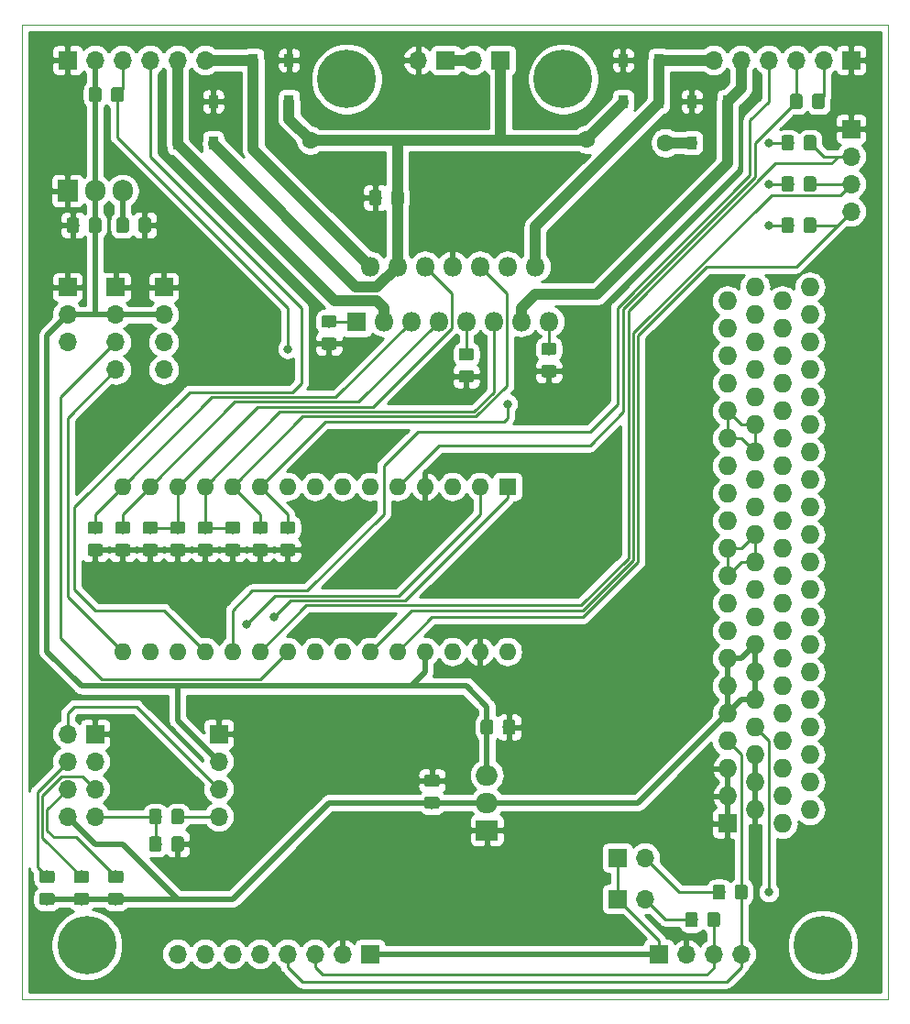
<source format=gbr>
G04 #@! TF.GenerationSoftware,KiCad,Pcbnew,(5.1.4)-1*
G04 #@! TF.CreationDate,2019-10-03T17:59:20+01:00*
G04 #@! TF.ProjectId,M2MRover,4d324d52-6f76-4657-922e-6b696361645f,rev?*
G04 #@! TF.SameCoordinates,Original*
G04 #@! TF.FileFunction,Copper,L1,Top*
G04 #@! TF.FilePolarity,Positive*
%FSLAX46Y46*%
G04 Gerber Fmt 4.6, Leading zero omitted, Abs format (unit mm)*
G04 Created by KiCad (PCBNEW (5.1.4)-1) date 2019-10-03 17:59:20*
%MOMM*%
%LPD*%
G04 APERTURE LIST*
%ADD10C,0.050000*%
%ADD11C,0.150000*%
%ADD12C,1.150000*%
%ADD13O,1.600000X1.600000*%
%ADD14R,1.600000X1.600000*%
%ADD15O,1.700000X1.700000*%
%ADD16R,1.700000X1.700000*%
%ADD17R,0.900000X1.200000*%
%ADD18O,2.000000X1.905000*%
%ADD19R,2.000000X1.905000*%
%ADD20O,1.905000X2.000000*%
%ADD21R,1.905000X2.000000*%
%ADD22O,1.800000X1.800000*%
%ADD23R,1.800000X1.800000*%
%ADD24O,1.727200X1.727200*%
%ADD25R,1.727200X1.727200*%
%ADD26C,5.400000*%
%ADD27C,0.800000*%
%ADD28C,1.600000*%
%ADD29C,0.250000*%
%ADD30C,0.500000*%
%ADD31C,1.000000*%
%ADD32C,0.254000*%
G04 APERTURE END LIST*
D10*
X105000000Y-135000000D02*
X105000000Y-45000000D01*
X185000000Y-135000000D02*
X105000000Y-135000000D01*
X185000000Y-45000000D02*
X185000000Y-135000000D01*
X105000000Y-45000000D02*
X185000000Y-45000000D01*
D11*
G36*
X110964505Y-123106204D02*
G01*
X110988773Y-123109804D01*
X111012572Y-123115765D01*
X111035671Y-123124030D01*
X111057850Y-123134520D01*
X111078893Y-123147132D01*
X111098599Y-123161747D01*
X111116777Y-123178223D01*
X111133253Y-123196401D01*
X111147868Y-123216107D01*
X111160480Y-123237150D01*
X111170970Y-123259329D01*
X111179235Y-123282428D01*
X111185196Y-123306227D01*
X111188796Y-123330495D01*
X111190000Y-123354999D01*
X111190000Y-124005001D01*
X111188796Y-124029505D01*
X111185196Y-124053773D01*
X111179235Y-124077572D01*
X111170970Y-124100671D01*
X111160480Y-124122850D01*
X111147868Y-124143893D01*
X111133253Y-124163599D01*
X111116777Y-124181777D01*
X111098599Y-124198253D01*
X111078893Y-124212868D01*
X111057850Y-124225480D01*
X111035671Y-124235970D01*
X111012572Y-124244235D01*
X110988773Y-124250196D01*
X110964505Y-124253796D01*
X110940001Y-124255000D01*
X110039999Y-124255000D01*
X110015495Y-124253796D01*
X109991227Y-124250196D01*
X109967428Y-124244235D01*
X109944329Y-124235970D01*
X109922150Y-124225480D01*
X109901107Y-124212868D01*
X109881401Y-124198253D01*
X109863223Y-124181777D01*
X109846747Y-124163599D01*
X109832132Y-124143893D01*
X109819520Y-124122850D01*
X109809030Y-124100671D01*
X109800765Y-124077572D01*
X109794804Y-124053773D01*
X109791204Y-124029505D01*
X109790000Y-124005001D01*
X109790000Y-123354999D01*
X109791204Y-123330495D01*
X109794804Y-123306227D01*
X109800765Y-123282428D01*
X109809030Y-123259329D01*
X109819520Y-123237150D01*
X109832132Y-123216107D01*
X109846747Y-123196401D01*
X109863223Y-123178223D01*
X109881401Y-123161747D01*
X109901107Y-123147132D01*
X109922150Y-123134520D01*
X109944329Y-123124030D01*
X109967428Y-123115765D01*
X109991227Y-123109804D01*
X110015495Y-123106204D01*
X110039999Y-123105000D01*
X110940001Y-123105000D01*
X110964505Y-123106204D01*
X110964505Y-123106204D01*
G37*
D12*
X110490000Y-123680000D03*
D11*
G36*
X110964505Y-125156204D02*
G01*
X110988773Y-125159804D01*
X111012572Y-125165765D01*
X111035671Y-125174030D01*
X111057850Y-125184520D01*
X111078893Y-125197132D01*
X111098599Y-125211747D01*
X111116777Y-125228223D01*
X111133253Y-125246401D01*
X111147868Y-125266107D01*
X111160480Y-125287150D01*
X111170970Y-125309329D01*
X111179235Y-125332428D01*
X111185196Y-125356227D01*
X111188796Y-125380495D01*
X111190000Y-125404999D01*
X111190000Y-126055001D01*
X111188796Y-126079505D01*
X111185196Y-126103773D01*
X111179235Y-126127572D01*
X111170970Y-126150671D01*
X111160480Y-126172850D01*
X111147868Y-126193893D01*
X111133253Y-126213599D01*
X111116777Y-126231777D01*
X111098599Y-126248253D01*
X111078893Y-126262868D01*
X111057850Y-126275480D01*
X111035671Y-126285970D01*
X111012572Y-126294235D01*
X110988773Y-126300196D01*
X110964505Y-126303796D01*
X110940001Y-126305000D01*
X110039999Y-126305000D01*
X110015495Y-126303796D01*
X109991227Y-126300196D01*
X109967428Y-126294235D01*
X109944329Y-126285970D01*
X109922150Y-126275480D01*
X109901107Y-126262868D01*
X109881401Y-126248253D01*
X109863223Y-126231777D01*
X109846747Y-126213599D01*
X109832132Y-126193893D01*
X109819520Y-126172850D01*
X109809030Y-126150671D01*
X109800765Y-126127572D01*
X109794804Y-126103773D01*
X109791204Y-126079505D01*
X109790000Y-126055001D01*
X109790000Y-125404999D01*
X109791204Y-125380495D01*
X109794804Y-125356227D01*
X109800765Y-125332428D01*
X109809030Y-125309329D01*
X109819520Y-125287150D01*
X109832132Y-125266107D01*
X109846747Y-125246401D01*
X109863223Y-125228223D01*
X109881401Y-125211747D01*
X109901107Y-125197132D01*
X109922150Y-125184520D01*
X109944329Y-125174030D01*
X109967428Y-125165765D01*
X109991227Y-125159804D01*
X110015495Y-125156204D01*
X110039999Y-125155000D01*
X110940001Y-125155000D01*
X110964505Y-125156204D01*
X110964505Y-125156204D01*
G37*
D12*
X110490000Y-125730000D03*
D13*
X114300000Y-102870000D03*
X114300000Y-87630000D03*
X149860000Y-102870000D03*
X116840000Y-87630000D03*
X147320000Y-102870000D03*
X119380000Y-87630000D03*
X144780000Y-102870000D03*
X121920000Y-87630000D03*
X142240000Y-102870000D03*
X124460000Y-87630000D03*
X139700000Y-102870000D03*
X127000000Y-87630000D03*
X137160000Y-102870000D03*
X129540000Y-87630000D03*
X134620000Y-102870000D03*
X132080000Y-87630000D03*
X132080000Y-102870000D03*
X134620000Y-87630000D03*
X129540000Y-102870000D03*
X137160000Y-87630000D03*
X127000000Y-102870000D03*
X139700000Y-87630000D03*
X124460000Y-102870000D03*
X142240000Y-87630000D03*
X121920000Y-102870000D03*
X144780000Y-87630000D03*
X119380000Y-102870000D03*
X147320000Y-87630000D03*
X116840000Y-102870000D03*
D14*
X149860000Y-87630000D03*
D15*
X146685000Y-48260000D03*
D16*
X149225000Y-48260000D03*
D15*
X141605000Y-48260000D03*
D16*
X144145000Y-48260000D03*
D17*
X160530000Y-48260000D03*
X163830000Y-48260000D03*
X163830000Y-52070000D03*
X160530000Y-52070000D03*
X166880000Y-52070000D03*
X170180000Y-52070000D03*
X170180000Y-55880000D03*
X166880000Y-55880000D03*
X122680000Y-52070000D03*
X119380000Y-52070000D03*
X119380000Y-55880000D03*
X122680000Y-55880000D03*
X129665000Y-48260000D03*
X126365000Y-48260000D03*
X126365000Y-52070000D03*
X129665000Y-52070000D03*
D11*
G36*
X137999505Y-60261204D02*
G01*
X138023773Y-60264804D01*
X138047572Y-60270765D01*
X138070671Y-60279030D01*
X138092850Y-60289520D01*
X138113893Y-60302132D01*
X138133599Y-60316747D01*
X138151777Y-60333223D01*
X138168253Y-60351401D01*
X138182868Y-60371107D01*
X138195480Y-60392150D01*
X138205970Y-60414329D01*
X138214235Y-60437428D01*
X138220196Y-60461227D01*
X138223796Y-60485495D01*
X138225000Y-60509999D01*
X138225000Y-61410001D01*
X138223796Y-61434505D01*
X138220196Y-61458773D01*
X138214235Y-61482572D01*
X138205970Y-61505671D01*
X138195480Y-61527850D01*
X138182868Y-61548893D01*
X138168253Y-61568599D01*
X138151777Y-61586777D01*
X138133599Y-61603253D01*
X138113893Y-61617868D01*
X138092850Y-61630480D01*
X138070671Y-61640970D01*
X138047572Y-61649235D01*
X138023773Y-61655196D01*
X137999505Y-61658796D01*
X137975001Y-61660000D01*
X137324999Y-61660000D01*
X137300495Y-61658796D01*
X137276227Y-61655196D01*
X137252428Y-61649235D01*
X137229329Y-61640970D01*
X137207150Y-61630480D01*
X137186107Y-61617868D01*
X137166401Y-61603253D01*
X137148223Y-61586777D01*
X137131747Y-61568599D01*
X137117132Y-61548893D01*
X137104520Y-61527850D01*
X137094030Y-61505671D01*
X137085765Y-61482572D01*
X137079804Y-61458773D01*
X137076204Y-61434505D01*
X137075000Y-61410001D01*
X137075000Y-60509999D01*
X137076204Y-60485495D01*
X137079804Y-60461227D01*
X137085765Y-60437428D01*
X137094030Y-60414329D01*
X137104520Y-60392150D01*
X137117132Y-60371107D01*
X137131747Y-60351401D01*
X137148223Y-60333223D01*
X137166401Y-60316747D01*
X137186107Y-60302132D01*
X137207150Y-60289520D01*
X137229329Y-60279030D01*
X137252428Y-60270765D01*
X137276227Y-60264804D01*
X137300495Y-60261204D01*
X137324999Y-60260000D01*
X137975001Y-60260000D01*
X137999505Y-60261204D01*
X137999505Y-60261204D01*
G37*
D12*
X137650000Y-60960000D03*
D11*
G36*
X140049505Y-60261204D02*
G01*
X140073773Y-60264804D01*
X140097572Y-60270765D01*
X140120671Y-60279030D01*
X140142850Y-60289520D01*
X140163893Y-60302132D01*
X140183599Y-60316747D01*
X140201777Y-60333223D01*
X140218253Y-60351401D01*
X140232868Y-60371107D01*
X140245480Y-60392150D01*
X140255970Y-60414329D01*
X140264235Y-60437428D01*
X140270196Y-60461227D01*
X140273796Y-60485495D01*
X140275000Y-60509999D01*
X140275000Y-61410001D01*
X140273796Y-61434505D01*
X140270196Y-61458773D01*
X140264235Y-61482572D01*
X140255970Y-61505671D01*
X140245480Y-61527850D01*
X140232868Y-61548893D01*
X140218253Y-61568599D01*
X140201777Y-61586777D01*
X140183599Y-61603253D01*
X140163893Y-61617868D01*
X140142850Y-61630480D01*
X140120671Y-61640970D01*
X140097572Y-61649235D01*
X140073773Y-61655196D01*
X140049505Y-61658796D01*
X140025001Y-61660000D01*
X139374999Y-61660000D01*
X139350495Y-61658796D01*
X139326227Y-61655196D01*
X139302428Y-61649235D01*
X139279329Y-61640970D01*
X139257150Y-61630480D01*
X139236107Y-61617868D01*
X139216401Y-61603253D01*
X139198223Y-61586777D01*
X139181747Y-61568599D01*
X139167132Y-61548893D01*
X139154520Y-61527850D01*
X139144030Y-61505671D01*
X139135765Y-61482572D01*
X139129804Y-61458773D01*
X139126204Y-61434505D01*
X139125000Y-61410001D01*
X139125000Y-60509999D01*
X139126204Y-60485495D01*
X139129804Y-60461227D01*
X139135765Y-60437428D01*
X139144030Y-60414329D01*
X139154520Y-60392150D01*
X139167132Y-60371107D01*
X139181747Y-60351401D01*
X139198223Y-60333223D01*
X139216401Y-60316747D01*
X139236107Y-60302132D01*
X139257150Y-60289520D01*
X139279329Y-60279030D01*
X139302428Y-60270765D01*
X139326227Y-60264804D01*
X139350495Y-60261204D01*
X139374999Y-60260000D01*
X140025001Y-60260000D01*
X140049505Y-60261204D01*
X140049505Y-60261204D01*
G37*
D12*
X139700000Y-60960000D03*
D11*
G36*
X146524505Y-76896204D02*
G01*
X146548773Y-76899804D01*
X146572572Y-76905765D01*
X146595671Y-76914030D01*
X146617850Y-76924520D01*
X146638893Y-76937132D01*
X146658599Y-76951747D01*
X146676777Y-76968223D01*
X146693253Y-76986401D01*
X146707868Y-77006107D01*
X146720480Y-77027150D01*
X146730970Y-77049329D01*
X146739235Y-77072428D01*
X146745196Y-77096227D01*
X146748796Y-77120495D01*
X146750000Y-77144999D01*
X146750000Y-77795001D01*
X146748796Y-77819505D01*
X146745196Y-77843773D01*
X146739235Y-77867572D01*
X146730970Y-77890671D01*
X146720480Y-77912850D01*
X146707868Y-77933893D01*
X146693253Y-77953599D01*
X146676777Y-77971777D01*
X146658599Y-77988253D01*
X146638893Y-78002868D01*
X146617850Y-78015480D01*
X146595671Y-78025970D01*
X146572572Y-78034235D01*
X146548773Y-78040196D01*
X146524505Y-78043796D01*
X146500001Y-78045000D01*
X145599999Y-78045000D01*
X145575495Y-78043796D01*
X145551227Y-78040196D01*
X145527428Y-78034235D01*
X145504329Y-78025970D01*
X145482150Y-78015480D01*
X145461107Y-78002868D01*
X145441401Y-77988253D01*
X145423223Y-77971777D01*
X145406747Y-77953599D01*
X145392132Y-77933893D01*
X145379520Y-77912850D01*
X145369030Y-77890671D01*
X145360765Y-77867572D01*
X145354804Y-77843773D01*
X145351204Y-77819505D01*
X145350000Y-77795001D01*
X145350000Y-77144999D01*
X145351204Y-77120495D01*
X145354804Y-77096227D01*
X145360765Y-77072428D01*
X145369030Y-77049329D01*
X145379520Y-77027150D01*
X145392132Y-77006107D01*
X145406747Y-76986401D01*
X145423223Y-76968223D01*
X145441401Y-76951747D01*
X145461107Y-76937132D01*
X145482150Y-76924520D01*
X145504329Y-76914030D01*
X145527428Y-76905765D01*
X145551227Y-76899804D01*
X145575495Y-76896204D01*
X145599999Y-76895000D01*
X146500001Y-76895000D01*
X146524505Y-76896204D01*
X146524505Y-76896204D01*
G37*
D12*
X146050000Y-77470000D03*
D11*
G36*
X146524505Y-74846204D02*
G01*
X146548773Y-74849804D01*
X146572572Y-74855765D01*
X146595671Y-74864030D01*
X146617850Y-74874520D01*
X146638893Y-74887132D01*
X146658599Y-74901747D01*
X146676777Y-74918223D01*
X146693253Y-74936401D01*
X146707868Y-74956107D01*
X146720480Y-74977150D01*
X146730970Y-74999329D01*
X146739235Y-75022428D01*
X146745196Y-75046227D01*
X146748796Y-75070495D01*
X146750000Y-75094999D01*
X146750000Y-75745001D01*
X146748796Y-75769505D01*
X146745196Y-75793773D01*
X146739235Y-75817572D01*
X146730970Y-75840671D01*
X146720480Y-75862850D01*
X146707868Y-75883893D01*
X146693253Y-75903599D01*
X146676777Y-75921777D01*
X146658599Y-75938253D01*
X146638893Y-75952868D01*
X146617850Y-75965480D01*
X146595671Y-75975970D01*
X146572572Y-75984235D01*
X146548773Y-75990196D01*
X146524505Y-75993796D01*
X146500001Y-75995000D01*
X145599999Y-75995000D01*
X145575495Y-75993796D01*
X145551227Y-75990196D01*
X145527428Y-75984235D01*
X145504329Y-75975970D01*
X145482150Y-75965480D01*
X145461107Y-75952868D01*
X145441401Y-75938253D01*
X145423223Y-75921777D01*
X145406747Y-75903599D01*
X145392132Y-75883893D01*
X145379520Y-75862850D01*
X145369030Y-75840671D01*
X145360765Y-75817572D01*
X145354804Y-75793773D01*
X145351204Y-75769505D01*
X145350000Y-75745001D01*
X145350000Y-75094999D01*
X145351204Y-75070495D01*
X145354804Y-75046227D01*
X145360765Y-75022428D01*
X145369030Y-74999329D01*
X145379520Y-74977150D01*
X145392132Y-74956107D01*
X145406747Y-74936401D01*
X145423223Y-74918223D01*
X145441401Y-74901747D01*
X145461107Y-74887132D01*
X145482150Y-74874520D01*
X145504329Y-74864030D01*
X145527428Y-74855765D01*
X145551227Y-74849804D01*
X145575495Y-74846204D01*
X145599999Y-74845000D01*
X146500001Y-74845000D01*
X146524505Y-74846204D01*
X146524505Y-74846204D01*
G37*
D12*
X146050000Y-75420000D03*
D11*
G36*
X110059505Y-62801204D02*
G01*
X110083773Y-62804804D01*
X110107572Y-62810765D01*
X110130671Y-62819030D01*
X110152850Y-62829520D01*
X110173893Y-62842132D01*
X110193599Y-62856747D01*
X110211777Y-62873223D01*
X110228253Y-62891401D01*
X110242868Y-62911107D01*
X110255480Y-62932150D01*
X110265970Y-62954329D01*
X110274235Y-62977428D01*
X110280196Y-63001227D01*
X110283796Y-63025495D01*
X110285000Y-63049999D01*
X110285000Y-63950001D01*
X110283796Y-63974505D01*
X110280196Y-63998773D01*
X110274235Y-64022572D01*
X110265970Y-64045671D01*
X110255480Y-64067850D01*
X110242868Y-64088893D01*
X110228253Y-64108599D01*
X110211777Y-64126777D01*
X110193599Y-64143253D01*
X110173893Y-64157868D01*
X110152850Y-64170480D01*
X110130671Y-64180970D01*
X110107572Y-64189235D01*
X110083773Y-64195196D01*
X110059505Y-64198796D01*
X110035001Y-64200000D01*
X109384999Y-64200000D01*
X109360495Y-64198796D01*
X109336227Y-64195196D01*
X109312428Y-64189235D01*
X109289329Y-64180970D01*
X109267150Y-64170480D01*
X109246107Y-64157868D01*
X109226401Y-64143253D01*
X109208223Y-64126777D01*
X109191747Y-64108599D01*
X109177132Y-64088893D01*
X109164520Y-64067850D01*
X109154030Y-64045671D01*
X109145765Y-64022572D01*
X109139804Y-63998773D01*
X109136204Y-63974505D01*
X109135000Y-63950001D01*
X109135000Y-63049999D01*
X109136204Y-63025495D01*
X109139804Y-63001227D01*
X109145765Y-62977428D01*
X109154030Y-62954329D01*
X109164520Y-62932150D01*
X109177132Y-62911107D01*
X109191747Y-62891401D01*
X109208223Y-62873223D01*
X109226401Y-62856747D01*
X109246107Y-62842132D01*
X109267150Y-62829520D01*
X109289329Y-62819030D01*
X109312428Y-62810765D01*
X109336227Y-62804804D01*
X109360495Y-62801204D01*
X109384999Y-62800000D01*
X110035001Y-62800000D01*
X110059505Y-62801204D01*
X110059505Y-62801204D01*
G37*
D12*
X109710000Y-63500000D03*
D11*
G36*
X112109505Y-62801204D02*
G01*
X112133773Y-62804804D01*
X112157572Y-62810765D01*
X112180671Y-62819030D01*
X112202850Y-62829520D01*
X112223893Y-62842132D01*
X112243599Y-62856747D01*
X112261777Y-62873223D01*
X112278253Y-62891401D01*
X112292868Y-62911107D01*
X112305480Y-62932150D01*
X112315970Y-62954329D01*
X112324235Y-62977428D01*
X112330196Y-63001227D01*
X112333796Y-63025495D01*
X112335000Y-63049999D01*
X112335000Y-63950001D01*
X112333796Y-63974505D01*
X112330196Y-63998773D01*
X112324235Y-64022572D01*
X112315970Y-64045671D01*
X112305480Y-64067850D01*
X112292868Y-64088893D01*
X112278253Y-64108599D01*
X112261777Y-64126777D01*
X112243599Y-64143253D01*
X112223893Y-64157868D01*
X112202850Y-64170480D01*
X112180671Y-64180970D01*
X112157572Y-64189235D01*
X112133773Y-64195196D01*
X112109505Y-64198796D01*
X112085001Y-64200000D01*
X111434999Y-64200000D01*
X111410495Y-64198796D01*
X111386227Y-64195196D01*
X111362428Y-64189235D01*
X111339329Y-64180970D01*
X111317150Y-64170480D01*
X111296107Y-64157868D01*
X111276401Y-64143253D01*
X111258223Y-64126777D01*
X111241747Y-64108599D01*
X111227132Y-64088893D01*
X111214520Y-64067850D01*
X111204030Y-64045671D01*
X111195765Y-64022572D01*
X111189804Y-63998773D01*
X111186204Y-63974505D01*
X111185000Y-63950001D01*
X111185000Y-63049999D01*
X111186204Y-63025495D01*
X111189804Y-63001227D01*
X111195765Y-62977428D01*
X111204030Y-62954329D01*
X111214520Y-62932150D01*
X111227132Y-62911107D01*
X111241747Y-62891401D01*
X111258223Y-62873223D01*
X111276401Y-62856747D01*
X111296107Y-62842132D01*
X111317150Y-62829520D01*
X111339329Y-62819030D01*
X111362428Y-62810765D01*
X111386227Y-62804804D01*
X111410495Y-62801204D01*
X111434999Y-62800000D01*
X112085001Y-62800000D01*
X112109505Y-62801204D01*
X112109505Y-62801204D01*
G37*
D12*
X111760000Y-63500000D03*
D11*
G36*
X116699505Y-62801204D02*
G01*
X116723773Y-62804804D01*
X116747572Y-62810765D01*
X116770671Y-62819030D01*
X116792850Y-62829520D01*
X116813893Y-62842132D01*
X116833599Y-62856747D01*
X116851777Y-62873223D01*
X116868253Y-62891401D01*
X116882868Y-62911107D01*
X116895480Y-62932150D01*
X116905970Y-62954329D01*
X116914235Y-62977428D01*
X116920196Y-63001227D01*
X116923796Y-63025495D01*
X116925000Y-63049999D01*
X116925000Y-63950001D01*
X116923796Y-63974505D01*
X116920196Y-63998773D01*
X116914235Y-64022572D01*
X116905970Y-64045671D01*
X116895480Y-64067850D01*
X116882868Y-64088893D01*
X116868253Y-64108599D01*
X116851777Y-64126777D01*
X116833599Y-64143253D01*
X116813893Y-64157868D01*
X116792850Y-64170480D01*
X116770671Y-64180970D01*
X116747572Y-64189235D01*
X116723773Y-64195196D01*
X116699505Y-64198796D01*
X116675001Y-64200000D01*
X116024999Y-64200000D01*
X116000495Y-64198796D01*
X115976227Y-64195196D01*
X115952428Y-64189235D01*
X115929329Y-64180970D01*
X115907150Y-64170480D01*
X115886107Y-64157868D01*
X115866401Y-64143253D01*
X115848223Y-64126777D01*
X115831747Y-64108599D01*
X115817132Y-64088893D01*
X115804520Y-64067850D01*
X115794030Y-64045671D01*
X115785765Y-64022572D01*
X115779804Y-63998773D01*
X115776204Y-63974505D01*
X115775000Y-63950001D01*
X115775000Y-63049999D01*
X115776204Y-63025495D01*
X115779804Y-63001227D01*
X115785765Y-62977428D01*
X115794030Y-62954329D01*
X115804520Y-62932150D01*
X115817132Y-62911107D01*
X115831747Y-62891401D01*
X115848223Y-62873223D01*
X115866401Y-62856747D01*
X115886107Y-62842132D01*
X115907150Y-62829520D01*
X115929329Y-62819030D01*
X115952428Y-62810765D01*
X115976227Y-62804804D01*
X116000495Y-62801204D01*
X116024999Y-62800000D01*
X116675001Y-62800000D01*
X116699505Y-62801204D01*
X116699505Y-62801204D01*
G37*
D12*
X116350000Y-63500000D03*
D11*
G36*
X114649505Y-62801204D02*
G01*
X114673773Y-62804804D01*
X114697572Y-62810765D01*
X114720671Y-62819030D01*
X114742850Y-62829520D01*
X114763893Y-62842132D01*
X114783599Y-62856747D01*
X114801777Y-62873223D01*
X114818253Y-62891401D01*
X114832868Y-62911107D01*
X114845480Y-62932150D01*
X114855970Y-62954329D01*
X114864235Y-62977428D01*
X114870196Y-63001227D01*
X114873796Y-63025495D01*
X114875000Y-63049999D01*
X114875000Y-63950001D01*
X114873796Y-63974505D01*
X114870196Y-63998773D01*
X114864235Y-64022572D01*
X114855970Y-64045671D01*
X114845480Y-64067850D01*
X114832868Y-64088893D01*
X114818253Y-64108599D01*
X114801777Y-64126777D01*
X114783599Y-64143253D01*
X114763893Y-64157868D01*
X114742850Y-64170480D01*
X114720671Y-64180970D01*
X114697572Y-64189235D01*
X114673773Y-64195196D01*
X114649505Y-64198796D01*
X114625001Y-64200000D01*
X113974999Y-64200000D01*
X113950495Y-64198796D01*
X113926227Y-64195196D01*
X113902428Y-64189235D01*
X113879329Y-64180970D01*
X113857150Y-64170480D01*
X113836107Y-64157868D01*
X113816401Y-64143253D01*
X113798223Y-64126777D01*
X113781747Y-64108599D01*
X113767132Y-64088893D01*
X113754520Y-64067850D01*
X113744030Y-64045671D01*
X113735765Y-64022572D01*
X113729804Y-63998773D01*
X113726204Y-63974505D01*
X113725000Y-63950001D01*
X113725000Y-63049999D01*
X113726204Y-63025495D01*
X113729804Y-63001227D01*
X113735765Y-62977428D01*
X113744030Y-62954329D01*
X113754520Y-62932150D01*
X113767132Y-62911107D01*
X113781747Y-62891401D01*
X113798223Y-62873223D01*
X113816401Y-62856747D01*
X113836107Y-62842132D01*
X113857150Y-62829520D01*
X113879329Y-62819030D01*
X113902428Y-62810765D01*
X113926227Y-62804804D01*
X113950495Y-62801204D01*
X113974999Y-62800000D01*
X114625001Y-62800000D01*
X114649505Y-62801204D01*
X114649505Y-62801204D01*
G37*
D12*
X114300000Y-63500000D03*
D15*
X168910000Y-48260000D03*
X171450000Y-48260000D03*
X173990000Y-48260000D03*
X176530000Y-48260000D03*
X179070000Y-48260000D03*
D16*
X181610000Y-48260000D03*
D15*
X121920000Y-48260000D03*
X119380000Y-48260000D03*
X116840000Y-48260000D03*
X114300000Y-48260000D03*
X111760000Y-48260000D03*
D16*
X109220000Y-48260000D03*
D18*
X147955000Y-114300000D03*
X147955000Y-116840000D03*
D19*
X147955000Y-119380000D03*
D20*
X114300000Y-60325000D03*
X111760000Y-60325000D03*
D21*
X109220000Y-60325000D03*
D22*
X153670000Y-72390000D03*
X152400000Y-67310000D03*
X151130000Y-72390000D03*
X149860000Y-67310000D03*
X148590000Y-72390000D03*
X147320000Y-67310000D03*
X146050000Y-72390000D03*
X144780000Y-67310000D03*
X143510000Y-72390000D03*
X142240000Y-67310000D03*
X140970000Y-72390000D03*
X139700000Y-67310000D03*
X138430000Y-72390000D03*
X137160000Y-67310000D03*
D23*
X135890000Y-72390000D03*
D15*
X109220000Y-118110000D03*
X111760000Y-118110000D03*
X109220000Y-115570000D03*
X111760000Y-115570000D03*
X109220000Y-113030000D03*
X111760000Y-113030000D03*
X109220000Y-110490000D03*
D16*
X111760000Y-110490000D03*
D11*
G36*
X178149505Y-62801204D02*
G01*
X178173773Y-62804804D01*
X178197572Y-62810765D01*
X178220671Y-62819030D01*
X178242850Y-62829520D01*
X178263893Y-62842132D01*
X178283599Y-62856747D01*
X178301777Y-62873223D01*
X178318253Y-62891401D01*
X178332868Y-62911107D01*
X178345480Y-62932150D01*
X178355970Y-62954329D01*
X178364235Y-62977428D01*
X178370196Y-63001227D01*
X178373796Y-63025495D01*
X178375000Y-63049999D01*
X178375000Y-63950001D01*
X178373796Y-63974505D01*
X178370196Y-63998773D01*
X178364235Y-64022572D01*
X178355970Y-64045671D01*
X178345480Y-64067850D01*
X178332868Y-64088893D01*
X178318253Y-64108599D01*
X178301777Y-64126777D01*
X178283599Y-64143253D01*
X178263893Y-64157868D01*
X178242850Y-64170480D01*
X178220671Y-64180970D01*
X178197572Y-64189235D01*
X178173773Y-64195196D01*
X178149505Y-64198796D01*
X178125001Y-64200000D01*
X177474999Y-64200000D01*
X177450495Y-64198796D01*
X177426227Y-64195196D01*
X177402428Y-64189235D01*
X177379329Y-64180970D01*
X177357150Y-64170480D01*
X177336107Y-64157868D01*
X177316401Y-64143253D01*
X177298223Y-64126777D01*
X177281747Y-64108599D01*
X177267132Y-64088893D01*
X177254520Y-64067850D01*
X177244030Y-64045671D01*
X177235765Y-64022572D01*
X177229804Y-63998773D01*
X177226204Y-63974505D01*
X177225000Y-63950001D01*
X177225000Y-63049999D01*
X177226204Y-63025495D01*
X177229804Y-63001227D01*
X177235765Y-62977428D01*
X177244030Y-62954329D01*
X177254520Y-62932150D01*
X177267132Y-62911107D01*
X177281747Y-62891401D01*
X177298223Y-62873223D01*
X177316401Y-62856747D01*
X177336107Y-62842132D01*
X177357150Y-62829520D01*
X177379329Y-62819030D01*
X177402428Y-62810765D01*
X177426227Y-62804804D01*
X177450495Y-62801204D01*
X177474999Y-62800000D01*
X178125001Y-62800000D01*
X178149505Y-62801204D01*
X178149505Y-62801204D01*
G37*
D12*
X177800000Y-63500000D03*
D11*
G36*
X176099505Y-62801204D02*
G01*
X176123773Y-62804804D01*
X176147572Y-62810765D01*
X176170671Y-62819030D01*
X176192850Y-62829520D01*
X176213893Y-62842132D01*
X176233599Y-62856747D01*
X176251777Y-62873223D01*
X176268253Y-62891401D01*
X176282868Y-62911107D01*
X176295480Y-62932150D01*
X176305970Y-62954329D01*
X176314235Y-62977428D01*
X176320196Y-63001227D01*
X176323796Y-63025495D01*
X176325000Y-63049999D01*
X176325000Y-63950001D01*
X176323796Y-63974505D01*
X176320196Y-63998773D01*
X176314235Y-64022572D01*
X176305970Y-64045671D01*
X176295480Y-64067850D01*
X176282868Y-64088893D01*
X176268253Y-64108599D01*
X176251777Y-64126777D01*
X176233599Y-64143253D01*
X176213893Y-64157868D01*
X176192850Y-64170480D01*
X176170671Y-64180970D01*
X176147572Y-64189235D01*
X176123773Y-64195196D01*
X176099505Y-64198796D01*
X176075001Y-64200000D01*
X175424999Y-64200000D01*
X175400495Y-64198796D01*
X175376227Y-64195196D01*
X175352428Y-64189235D01*
X175329329Y-64180970D01*
X175307150Y-64170480D01*
X175286107Y-64157868D01*
X175266401Y-64143253D01*
X175248223Y-64126777D01*
X175231747Y-64108599D01*
X175217132Y-64088893D01*
X175204520Y-64067850D01*
X175194030Y-64045671D01*
X175185765Y-64022572D01*
X175179804Y-63998773D01*
X175176204Y-63974505D01*
X175175000Y-63950001D01*
X175175000Y-63049999D01*
X175176204Y-63025495D01*
X175179804Y-63001227D01*
X175185765Y-62977428D01*
X175194030Y-62954329D01*
X175204520Y-62932150D01*
X175217132Y-62911107D01*
X175231747Y-62891401D01*
X175248223Y-62873223D01*
X175266401Y-62856747D01*
X175286107Y-62842132D01*
X175307150Y-62829520D01*
X175329329Y-62819030D01*
X175352428Y-62810765D01*
X175376227Y-62804804D01*
X175400495Y-62801204D01*
X175424999Y-62800000D01*
X176075001Y-62800000D01*
X176099505Y-62801204D01*
X176099505Y-62801204D01*
G37*
D12*
X175750000Y-63500000D03*
D11*
G36*
X178149505Y-58991204D02*
G01*
X178173773Y-58994804D01*
X178197572Y-59000765D01*
X178220671Y-59009030D01*
X178242850Y-59019520D01*
X178263893Y-59032132D01*
X178283599Y-59046747D01*
X178301777Y-59063223D01*
X178318253Y-59081401D01*
X178332868Y-59101107D01*
X178345480Y-59122150D01*
X178355970Y-59144329D01*
X178364235Y-59167428D01*
X178370196Y-59191227D01*
X178373796Y-59215495D01*
X178375000Y-59239999D01*
X178375000Y-60140001D01*
X178373796Y-60164505D01*
X178370196Y-60188773D01*
X178364235Y-60212572D01*
X178355970Y-60235671D01*
X178345480Y-60257850D01*
X178332868Y-60278893D01*
X178318253Y-60298599D01*
X178301777Y-60316777D01*
X178283599Y-60333253D01*
X178263893Y-60347868D01*
X178242850Y-60360480D01*
X178220671Y-60370970D01*
X178197572Y-60379235D01*
X178173773Y-60385196D01*
X178149505Y-60388796D01*
X178125001Y-60390000D01*
X177474999Y-60390000D01*
X177450495Y-60388796D01*
X177426227Y-60385196D01*
X177402428Y-60379235D01*
X177379329Y-60370970D01*
X177357150Y-60360480D01*
X177336107Y-60347868D01*
X177316401Y-60333253D01*
X177298223Y-60316777D01*
X177281747Y-60298599D01*
X177267132Y-60278893D01*
X177254520Y-60257850D01*
X177244030Y-60235671D01*
X177235765Y-60212572D01*
X177229804Y-60188773D01*
X177226204Y-60164505D01*
X177225000Y-60140001D01*
X177225000Y-59239999D01*
X177226204Y-59215495D01*
X177229804Y-59191227D01*
X177235765Y-59167428D01*
X177244030Y-59144329D01*
X177254520Y-59122150D01*
X177267132Y-59101107D01*
X177281747Y-59081401D01*
X177298223Y-59063223D01*
X177316401Y-59046747D01*
X177336107Y-59032132D01*
X177357150Y-59019520D01*
X177379329Y-59009030D01*
X177402428Y-59000765D01*
X177426227Y-58994804D01*
X177450495Y-58991204D01*
X177474999Y-58990000D01*
X178125001Y-58990000D01*
X178149505Y-58991204D01*
X178149505Y-58991204D01*
G37*
D12*
X177800000Y-59690000D03*
D11*
G36*
X176099505Y-58991204D02*
G01*
X176123773Y-58994804D01*
X176147572Y-59000765D01*
X176170671Y-59009030D01*
X176192850Y-59019520D01*
X176213893Y-59032132D01*
X176233599Y-59046747D01*
X176251777Y-59063223D01*
X176268253Y-59081401D01*
X176282868Y-59101107D01*
X176295480Y-59122150D01*
X176305970Y-59144329D01*
X176314235Y-59167428D01*
X176320196Y-59191227D01*
X176323796Y-59215495D01*
X176325000Y-59239999D01*
X176325000Y-60140001D01*
X176323796Y-60164505D01*
X176320196Y-60188773D01*
X176314235Y-60212572D01*
X176305970Y-60235671D01*
X176295480Y-60257850D01*
X176282868Y-60278893D01*
X176268253Y-60298599D01*
X176251777Y-60316777D01*
X176233599Y-60333253D01*
X176213893Y-60347868D01*
X176192850Y-60360480D01*
X176170671Y-60370970D01*
X176147572Y-60379235D01*
X176123773Y-60385196D01*
X176099505Y-60388796D01*
X176075001Y-60390000D01*
X175424999Y-60390000D01*
X175400495Y-60388796D01*
X175376227Y-60385196D01*
X175352428Y-60379235D01*
X175329329Y-60370970D01*
X175307150Y-60360480D01*
X175286107Y-60347868D01*
X175266401Y-60333253D01*
X175248223Y-60316777D01*
X175231747Y-60298599D01*
X175217132Y-60278893D01*
X175204520Y-60257850D01*
X175194030Y-60235671D01*
X175185765Y-60212572D01*
X175179804Y-60188773D01*
X175176204Y-60164505D01*
X175175000Y-60140001D01*
X175175000Y-59239999D01*
X175176204Y-59215495D01*
X175179804Y-59191227D01*
X175185765Y-59167428D01*
X175194030Y-59144329D01*
X175204520Y-59122150D01*
X175217132Y-59101107D01*
X175231747Y-59081401D01*
X175248223Y-59063223D01*
X175266401Y-59046747D01*
X175286107Y-59032132D01*
X175307150Y-59019520D01*
X175329329Y-59009030D01*
X175352428Y-59000765D01*
X175376227Y-58994804D01*
X175400495Y-58991204D01*
X175424999Y-58990000D01*
X176075001Y-58990000D01*
X176099505Y-58991204D01*
X176099505Y-58991204D01*
G37*
D12*
X175750000Y-59690000D03*
D11*
G36*
X178149505Y-55181204D02*
G01*
X178173773Y-55184804D01*
X178197572Y-55190765D01*
X178220671Y-55199030D01*
X178242850Y-55209520D01*
X178263893Y-55222132D01*
X178283599Y-55236747D01*
X178301777Y-55253223D01*
X178318253Y-55271401D01*
X178332868Y-55291107D01*
X178345480Y-55312150D01*
X178355970Y-55334329D01*
X178364235Y-55357428D01*
X178370196Y-55381227D01*
X178373796Y-55405495D01*
X178375000Y-55429999D01*
X178375000Y-56330001D01*
X178373796Y-56354505D01*
X178370196Y-56378773D01*
X178364235Y-56402572D01*
X178355970Y-56425671D01*
X178345480Y-56447850D01*
X178332868Y-56468893D01*
X178318253Y-56488599D01*
X178301777Y-56506777D01*
X178283599Y-56523253D01*
X178263893Y-56537868D01*
X178242850Y-56550480D01*
X178220671Y-56560970D01*
X178197572Y-56569235D01*
X178173773Y-56575196D01*
X178149505Y-56578796D01*
X178125001Y-56580000D01*
X177474999Y-56580000D01*
X177450495Y-56578796D01*
X177426227Y-56575196D01*
X177402428Y-56569235D01*
X177379329Y-56560970D01*
X177357150Y-56550480D01*
X177336107Y-56537868D01*
X177316401Y-56523253D01*
X177298223Y-56506777D01*
X177281747Y-56488599D01*
X177267132Y-56468893D01*
X177254520Y-56447850D01*
X177244030Y-56425671D01*
X177235765Y-56402572D01*
X177229804Y-56378773D01*
X177226204Y-56354505D01*
X177225000Y-56330001D01*
X177225000Y-55429999D01*
X177226204Y-55405495D01*
X177229804Y-55381227D01*
X177235765Y-55357428D01*
X177244030Y-55334329D01*
X177254520Y-55312150D01*
X177267132Y-55291107D01*
X177281747Y-55271401D01*
X177298223Y-55253223D01*
X177316401Y-55236747D01*
X177336107Y-55222132D01*
X177357150Y-55209520D01*
X177379329Y-55199030D01*
X177402428Y-55190765D01*
X177426227Y-55184804D01*
X177450495Y-55181204D01*
X177474999Y-55180000D01*
X178125001Y-55180000D01*
X178149505Y-55181204D01*
X178149505Y-55181204D01*
G37*
D12*
X177800000Y-55880000D03*
D11*
G36*
X176099505Y-55181204D02*
G01*
X176123773Y-55184804D01*
X176147572Y-55190765D01*
X176170671Y-55199030D01*
X176192850Y-55209520D01*
X176213893Y-55222132D01*
X176233599Y-55236747D01*
X176251777Y-55253223D01*
X176268253Y-55271401D01*
X176282868Y-55291107D01*
X176295480Y-55312150D01*
X176305970Y-55334329D01*
X176314235Y-55357428D01*
X176320196Y-55381227D01*
X176323796Y-55405495D01*
X176325000Y-55429999D01*
X176325000Y-56330001D01*
X176323796Y-56354505D01*
X176320196Y-56378773D01*
X176314235Y-56402572D01*
X176305970Y-56425671D01*
X176295480Y-56447850D01*
X176282868Y-56468893D01*
X176268253Y-56488599D01*
X176251777Y-56506777D01*
X176233599Y-56523253D01*
X176213893Y-56537868D01*
X176192850Y-56550480D01*
X176170671Y-56560970D01*
X176147572Y-56569235D01*
X176123773Y-56575196D01*
X176099505Y-56578796D01*
X176075001Y-56580000D01*
X175424999Y-56580000D01*
X175400495Y-56578796D01*
X175376227Y-56575196D01*
X175352428Y-56569235D01*
X175329329Y-56560970D01*
X175307150Y-56550480D01*
X175286107Y-56537868D01*
X175266401Y-56523253D01*
X175248223Y-56506777D01*
X175231747Y-56488599D01*
X175217132Y-56468893D01*
X175204520Y-56447850D01*
X175194030Y-56425671D01*
X175185765Y-56402572D01*
X175179804Y-56378773D01*
X175176204Y-56354505D01*
X175175000Y-56330001D01*
X175175000Y-55429999D01*
X175176204Y-55405495D01*
X175179804Y-55381227D01*
X175185765Y-55357428D01*
X175194030Y-55334329D01*
X175204520Y-55312150D01*
X175217132Y-55291107D01*
X175231747Y-55271401D01*
X175248223Y-55253223D01*
X175266401Y-55236747D01*
X175286107Y-55222132D01*
X175307150Y-55209520D01*
X175329329Y-55199030D01*
X175352428Y-55190765D01*
X175376227Y-55184804D01*
X175400495Y-55181204D01*
X175424999Y-55180000D01*
X176075001Y-55180000D01*
X176099505Y-55181204D01*
X176099505Y-55181204D01*
G37*
D12*
X175750000Y-55880000D03*
D11*
G36*
X169259505Y-126936204D02*
G01*
X169283773Y-126939804D01*
X169307572Y-126945765D01*
X169330671Y-126954030D01*
X169352850Y-126964520D01*
X169373893Y-126977132D01*
X169393599Y-126991747D01*
X169411777Y-127008223D01*
X169428253Y-127026401D01*
X169442868Y-127046107D01*
X169455480Y-127067150D01*
X169465970Y-127089329D01*
X169474235Y-127112428D01*
X169480196Y-127136227D01*
X169483796Y-127160495D01*
X169485000Y-127184999D01*
X169485000Y-128085001D01*
X169483796Y-128109505D01*
X169480196Y-128133773D01*
X169474235Y-128157572D01*
X169465970Y-128180671D01*
X169455480Y-128202850D01*
X169442868Y-128223893D01*
X169428253Y-128243599D01*
X169411777Y-128261777D01*
X169393599Y-128278253D01*
X169373893Y-128292868D01*
X169352850Y-128305480D01*
X169330671Y-128315970D01*
X169307572Y-128324235D01*
X169283773Y-128330196D01*
X169259505Y-128333796D01*
X169235001Y-128335000D01*
X168584999Y-128335000D01*
X168560495Y-128333796D01*
X168536227Y-128330196D01*
X168512428Y-128324235D01*
X168489329Y-128315970D01*
X168467150Y-128305480D01*
X168446107Y-128292868D01*
X168426401Y-128278253D01*
X168408223Y-128261777D01*
X168391747Y-128243599D01*
X168377132Y-128223893D01*
X168364520Y-128202850D01*
X168354030Y-128180671D01*
X168345765Y-128157572D01*
X168339804Y-128133773D01*
X168336204Y-128109505D01*
X168335000Y-128085001D01*
X168335000Y-127184999D01*
X168336204Y-127160495D01*
X168339804Y-127136227D01*
X168345765Y-127112428D01*
X168354030Y-127089329D01*
X168364520Y-127067150D01*
X168377132Y-127046107D01*
X168391747Y-127026401D01*
X168408223Y-127008223D01*
X168426401Y-126991747D01*
X168446107Y-126977132D01*
X168467150Y-126964520D01*
X168489329Y-126954030D01*
X168512428Y-126945765D01*
X168536227Y-126939804D01*
X168560495Y-126936204D01*
X168584999Y-126935000D01*
X169235001Y-126935000D01*
X169259505Y-126936204D01*
X169259505Y-126936204D01*
G37*
D12*
X168910000Y-127635000D03*
D11*
G36*
X167209505Y-126936204D02*
G01*
X167233773Y-126939804D01*
X167257572Y-126945765D01*
X167280671Y-126954030D01*
X167302850Y-126964520D01*
X167323893Y-126977132D01*
X167343599Y-126991747D01*
X167361777Y-127008223D01*
X167378253Y-127026401D01*
X167392868Y-127046107D01*
X167405480Y-127067150D01*
X167415970Y-127089329D01*
X167424235Y-127112428D01*
X167430196Y-127136227D01*
X167433796Y-127160495D01*
X167435000Y-127184999D01*
X167435000Y-128085001D01*
X167433796Y-128109505D01*
X167430196Y-128133773D01*
X167424235Y-128157572D01*
X167415970Y-128180671D01*
X167405480Y-128202850D01*
X167392868Y-128223893D01*
X167378253Y-128243599D01*
X167361777Y-128261777D01*
X167343599Y-128278253D01*
X167323893Y-128292868D01*
X167302850Y-128305480D01*
X167280671Y-128315970D01*
X167257572Y-128324235D01*
X167233773Y-128330196D01*
X167209505Y-128333796D01*
X167185001Y-128335000D01*
X166534999Y-128335000D01*
X166510495Y-128333796D01*
X166486227Y-128330196D01*
X166462428Y-128324235D01*
X166439329Y-128315970D01*
X166417150Y-128305480D01*
X166396107Y-128292868D01*
X166376401Y-128278253D01*
X166358223Y-128261777D01*
X166341747Y-128243599D01*
X166327132Y-128223893D01*
X166314520Y-128202850D01*
X166304030Y-128180671D01*
X166295765Y-128157572D01*
X166289804Y-128133773D01*
X166286204Y-128109505D01*
X166285000Y-128085001D01*
X166285000Y-127184999D01*
X166286204Y-127160495D01*
X166289804Y-127136227D01*
X166295765Y-127112428D01*
X166304030Y-127089329D01*
X166314520Y-127067150D01*
X166327132Y-127046107D01*
X166341747Y-127026401D01*
X166358223Y-127008223D01*
X166376401Y-126991747D01*
X166396107Y-126977132D01*
X166417150Y-126964520D01*
X166439329Y-126954030D01*
X166462428Y-126945765D01*
X166486227Y-126939804D01*
X166510495Y-126936204D01*
X166534999Y-126935000D01*
X167185001Y-126935000D01*
X167209505Y-126936204D01*
X167209505Y-126936204D01*
G37*
D12*
X166860000Y-127635000D03*
D11*
G36*
X171799505Y-124396204D02*
G01*
X171823773Y-124399804D01*
X171847572Y-124405765D01*
X171870671Y-124414030D01*
X171892850Y-124424520D01*
X171913893Y-124437132D01*
X171933599Y-124451747D01*
X171951777Y-124468223D01*
X171968253Y-124486401D01*
X171982868Y-124506107D01*
X171995480Y-124527150D01*
X172005970Y-124549329D01*
X172014235Y-124572428D01*
X172020196Y-124596227D01*
X172023796Y-124620495D01*
X172025000Y-124644999D01*
X172025000Y-125545001D01*
X172023796Y-125569505D01*
X172020196Y-125593773D01*
X172014235Y-125617572D01*
X172005970Y-125640671D01*
X171995480Y-125662850D01*
X171982868Y-125683893D01*
X171968253Y-125703599D01*
X171951777Y-125721777D01*
X171933599Y-125738253D01*
X171913893Y-125752868D01*
X171892850Y-125765480D01*
X171870671Y-125775970D01*
X171847572Y-125784235D01*
X171823773Y-125790196D01*
X171799505Y-125793796D01*
X171775001Y-125795000D01*
X171124999Y-125795000D01*
X171100495Y-125793796D01*
X171076227Y-125790196D01*
X171052428Y-125784235D01*
X171029329Y-125775970D01*
X171007150Y-125765480D01*
X170986107Y-125752868D01*
X170966401Y-125738253D01*
X170948223Y-125721777D01*
X170931747Y-125703599D01*
X170917132Y-125683893D01*
X170904520Y-125662850D01*
X170894030Y-125640671D01*
X170885765Y-125617572D01*
X170879804Y-125593773D01*
X170876204Y-125569505D01*
X170875000Y-125545001D01*
X170875000Y-124644999D01*
X170876204Y-124620495D01*
X170879804Y-124596227D01*
X170885765Y-124572428D01*
X170894030Y-124549329D01*
X170904520Y-124527150D01*
X170917132Y-124506107D01*
X170931747Y-124486401D01*
X170948223Y-124468223D01*
X170966401Y-124451747D01*
X170986107Y-124437132D01*
X171007150Y-124424520D01*
X171029329Y-124414030D01*
X171052428Y-124405765D01*
X171076227Y-124399804D01*
X171100495Y-124396204D01*
X171124999Y-124395000D01*
X171775001Y-124395000D01*
X171799505Y-124396204D01*
X171799505Y-124396204D01*
G37*
D12*
X171450000Y-125095000D03*
D11*
G36*
X169749505Y-124396204D02*
G01*
X169773773Y-124399804D01*
X169797572Y-124405765D01*
X169820671Y-124414030D01*
X169842850Y-124424520D01*
X169863893Y-124437132D01*
X169883599Y-124451747D01*
X169901777Y-124468223D01*
X169918253Y-124486401D01*
X169932868Y-124506107D01*
X169945480Y-124527150D01*
X169955970Y-124549329D01*
X169964235Y-124572428D01*
X169970196Y-124596227D01*
X169973796Y-124620495D01*
X169975000Y-124644999D01*
X169975000Y-125545001D01*
X169973796Y-125569505D01*
X169970196Y-125593773D01*
X169964235Y-125617572D01*
X169955970Y-125640671D01*
X169945480Y-125662850D01*
X169932868Y-125683893D01*
X169918253Y-125703599D01*
X169901777Y-125721777D01*
X169883599Y-125738253D01*
X169863893Y-125752868D01*
X169842850Y-125765480D01*
X169820671Y-125775970D01*
X169797572Y-125784235D01*
X169773773Y-125790196D01*
X169749505Y-125793796D01*
X169725001Y-125795000D01*
X169074999Y-125795000D01*
X169050495Y-125793796D01*
X169026227Y-125790196D01*
X169002428Y-125784235D01*
X168979329Y-125775970D01*
X168957150Y-125765480D01*
X168936107Y-125752868D01*
X168916401Y-125738253D01*
X168898223Y-125721777D01*
X168881747Y-125703599D01*
X168867132Y-125683893D01*
X168854520Y-125662850D01*
X168844030Y-125640671D01*
X168835765Y-125617572D01*
X168829804Y-125593773D01*
X168826204Y-125569505D01*
X168825000Y-125545001D01*
X168825000Y-124644999D01*
X168826204Y-124620495D01*
X168829804Y-124596227D01*
X168835765Y-124572428D01*
X168844030Y-124549329D01*
X168854520Y-124527150D01*
X168867132Y-124506107D01*
X168881747Y-124486401D01*
X168898223Y-124468223D01*
X168916401Y-124451747D01*
X168936107Y-124437132D01*
X168957150Y-124424520D01*
X168979329Y-124414030D01*
X169002428Y-124405765D01*
X169026227Y-124399804D01*
X169050495Y-124396204D01*
X169074999Y-124395000D01*
X169725001Y-124395000D01*
X169749505Y-124396204D01*
X169749505Y-124396204D01*
G37*
D12*
X169400000Y-125095000D03*
D11*
G36*
X154144505Y-76406204D02*
G01*
X154168773Y-76409804D01*
X154192572Y-76415765D01*
X154215671Y-76424030D01*
X154237850Y-76434520D01*
X154258893Y-76447132D01*
X154278599Y-76461747D01*
X154296777Y-76478223D01*
X154313253Y-76496401D01*
X154327868Y-76516107D01*
X154340480Y-76537150D01*
X154350970Y-76559329D01*
X154359235Y-76582428D01*
X154365196Y-76606227D01*
X154368796Y-76630495D01*
X154370000Y-76654999D01*
X154370000Y-77305001D01*
X154368796Y-77329505D01*
X154365196Y-77353773D01*
X154359235Y-77377572D01*
X154350970Y-77400671D01*
X154340480Y-77422850D01*
X154327868Y-77443893D01*
X154313253Y-77463599D01*
X154296777Y-77481777D01*
X154278599Y-77498253D01*
X154258893Y-77512868D01*
X154237850Y-77525480D01*
X154215671Y-77535970D01*
X154192572Y-77544235D01*
X154168773Y-77550196D01*
X154144505Y-77553796D01*
X154120001Y-77555000D01*
X153219999Y-77555000D01*
X153195495Y-77553796D01*
X153171227Y-77550196D01*
X153147428Y-77544235D01*
X153124329Y-77535970D01*
X153102150Y-77525480D01*
X153081107Y-77512868D01*
X153061401Y-77498253D01*
X153043223Y-77481777D01*
X153026747Y-77463599D01*
X153012132Y-77443893D01*
X152999520Y-77422850D01*
X152989030Y-77400671D01*
X152980765Y-77377572D01*
X152974804Y-77353773D01*
X152971204Y-77329505D01*
X152970000Y-77305001D01*
X152970000Y-76654999D01*
X152971204Y-76630495D01*
X152974804Y-76606227D01*
X152980765Y-76582428D01*
X152989030Y-76559329D01*
X152999520Y-76537150D01*
X153012132Y-76516107D01*
X153026747Y-76496401D01*
X153043223Y-76478223D01*
X153061401Y-76461747D01*
X153081107Y-76447132D01*
X153102150Y-76434520D01*
X153124329Y-76424030D01*
X153147428Y-76415765D01*
X153171227Y-76409804D01*
X153195495Y-76406204D01*
X153219999Y-76405000D01*
X154120001Y-76405000D01*
X154144505Y-76406204D01*
X154144505Y-76406204D01*
G37*
D12*
X153670000Y-76980000D03*
D11*
G36*
X154144505Y-74356204D02*
G01*
X154168773Y-74359804D01*
X154192572Y-74365765D01*
X154215671Y-74374030D01*
X154237850Y-74384520D01*
X154258893Y-74397132D01*
X154278599Y-74411747D01*
X154296777Y-74428223D01*
X154313253Y-74446401D01*
X154327868Y-74466107D01*
X154340480Y-74487150D01*
X154350970Y-74509329D01*
X154359235Y-74532428D01*
X154365196Y-74556227D01*
X154368796Y-74580495D01*
X154370000Y-74604999D01*
X154370000Y-75255001D01*
X154368796Y-75279505D01*
X154365196Y-75303773D01*
X154359235Y-75327572D01*
X154350970Y-75350671D01*
X154340480Y-75372850D01*
X154327868Y-75393893D01*
X154313253Y-75413599D01*
X154296777Y-75431777D01*
X154278599Y-75448253D01*
X154258893Y-75462868D01*
X154237850Y-75475480D01*
X154215671Y-75485970D01*
X154192572Y-75494235D01*
X154168773Y-75500196D01*
X154144505Y-75503796D01*
X154120001Y-75505000D01*
X153219999Y-75505000D01*
X153195495Y-75503796D01*
X153171227Y-75500196D01*
X153147428Y-75494235D01*
X153124329Y-75485970D01*
X153102150Y-75475480D01*
X153081107Y-75462868D01*
X153061401Y-75448253D01*
X153043223Y-75431777D01*
X153026747Y-75413599D01*
X153012132Y-75393893D01*
X152999520Y-75372850D01*
X152989030Y-75350671D01*
X152980765Y-75327572D01*
X152974804Y-75303773D01*
X152971204Y-75279505D01*
X152970000Y-75255001D01*
X152970000Y-74604999D01*
X152971204Y-74580495D01*
X152974804Y-74556227D01*
X152980765Y-74532428D01*
X152989030Y-74509329D01*
X152999520Y-74487150D01*
X153012132Y-74466107D01*
X153026747Y-74446401D01*
X153043223Y-74428223D01*
X153061401Y-74411747D01*
X153081107Y-74397132D01*
X153102150Y-74384520D01*
X153124329Y-74374030D01*
X153147428Y-74365765D01*
X153171227Y-74359804D01*
X153195495Y-74356204D01*
X153219999Y-74355000D01*
X154120001Y-74355000D01*
X154144505Y-74356204D01*
X154144505Y-74356204D01*
G37*
D12*
X153670000Y-74930000D03*
D11*
G36*
X133824505Y-73866204D02*
G01*
X133848773Y-73869804D01*
X133872572Y-73875765D01*
X133895671Y-73884030D01*
X133917850Y-73894520D01*
X133938893Y-73907132D01*
X133958599Y-73921747D01*
X133976777Y-73938223D01*
X133993253Y-73956401D01*
X134007868Y-73976107D01*
X134020480Y-73997150D01*
X134030970Y-74019329D01*
X134039235Y-74042428D01*
X134045196Y-74066227D01*
X134048796Y-74090495D01*
X134050000Y-74114999D01*
X134050000Y-74765001D01*
X134048796Y-74789505D01*
X134045196Y-74813773D01*
X134039235Y-74837572D01*
X134030970Y-74860671D01*
X134020480Y-74882850D01*
X134007868Y-74903893D01*
X133993253Y-74923599D01*
X133976777Y-74941777D01*
X133958599Y-74958253D01*
X133938893Y-74972868D01*
X133917850Y-74985480D01*
X133895671Y-74995970D01*
X133872572Y-75004235D01*
X133848773Y-75010196D01*
X133824505Y-75013796D01*
X133800001Y-75015000D01*
X132899999Y-75015000D01*
X132875495Y-75013796D01*
X132851227Y-75010196D01*
X132827428Y-75004235D01*
X132804329Y-74995970D01*
X132782150Y-74985480D01*
X132761107Y-74972868D01*
X132741401Y-74958253D01*
X132723223Y-74941777D01*
X132706747Y-74923599D01*
X132692132Y-74903893D01*
X132679520Y-74882850D01*
X132669030Y-74860671D01*
X132660765Y-74837572D01*
X132654804Y-74813773D01*
X132651204Y-74789505D01*
X132650000Y-74765001D01*
X132650000Y-74114999D01*
X132651204Y-74090495D01*
X132654804Y-74066227D01*
X132660765Y-74042428D01*
X132669030Y-74019329D01*
X132679520Y-73997150D01*
X132692132Y-73976107D01*
X132706747Y-73956401D01*
X132723223Y-73938223D01*
X132741401Y-73921747D01*
X132761107Y-73907132D01*
X132782150Y-73894520D01*
X132804329Y-73884030D01*
X132827428Y-73875765D01*
X132851227Y-73869804D01*
X132875495Y-73866204D01*
X132899999Y-73865000D01*
X133800001Y-73865000D01*
X133824505Y-73866204D01*
X133824505Y-73866204D01*
G37*
D12*
X133350000Y-74440000D03*
D11*
G36*
X133824505Y-71816204D02*
G01*
X133848773Y-71819804D01*
X133872572Y-71825765D01*
X133895671Y-71834030D01*
X133917850Y-71844520D01*
X133938893Y-71857132D01*
X133958599Y-71871747D01*
X133976777Y-71888223D01*
X133993253Y-71906401D01*
X134007868Y-71926107D01*
X134020480Y-71947150D01*
X134030970Y-71969329D01*
X134039235Y-71992428D01*
X134045196Y-72016227D01*
X134048796Y-72040495D01*
X134050000Y-72064999D01*
X134050000Y-72715001D01*
X134048796Y-72739505D01*
X134045196Y-72763773D01*
X134039235Y-72787572D01*
X134030970Y-72810671D01*
X134020480Y-72832850D01*
X134007868Y-72853893D01*
X133993253Y-72873599D01*
X133976777Y-72891777D01*
X133958599Y-72908253D01*
X133938893Y-72922868D01*
X133917850Y-72935480D01*
X133895671Y-72945970D01*
X133872572Y-72954235D01*
X133848773Y-72960196D01*
X133824505Y-72963796D01*
X133800001Y-72965000D01*
X132899999Y-72965000D01*
X132875495Y-72963796D01*
X132851227Y-72960196D01*
X132827428Y-72954235D01*
X132804329Y-72945970D01*
X132782150Y-72935480D01*
X132761107Y-72922868D01*
X132741401Y-72908253D01*
X132723223Y-72891777D01*
X132706747Y-72873599D01*
X132692132Y-72853893D01*
X132679520Y-72832850D01*
X132669030Y-72810671D01*
X132660765Y-72787572D01*
X132654804Y-72763773D01*
X132651204Y-72739505D01*
X132650000Y-72715001D01*
X132650000Y-72064999D01*
X132651204Y-72040495D01*
X132654804Y-72016227D01*
X132660765Y-71992428D01*
X132669030Y-71969329D01*
X132679520Y-71947150D01*
X132692132Y-71926107D01*
X132706747Y-71906401D01*
X132723223Y-71888223D01*
X132741401Y-71871747D01*
X132761107Y-71857132D01*
X132782150Y-71844520D01*
X132804329Y-71834030D01*
X132827428Y-71825765D01*
X132851227Y-71819804D01*
X132875495Y-71816204D01*
X132899999Y-71815000D01*
X133800001Y-71815000D01*
X133824505Y-71816204D01*
X133824505Y-71816204D01*
G37*
D12*
X133350000Y-72390000D03*
D11*
G36*
X124934505Y-92916204D02*
G01*
X124958773Y-92919804D01*
X124982572Y-92925765D01*
X125005671Y-92934030D01*
X125027850Y-92944520D01*
X125048893Y-92957132D01*
X125068599Y-92971747D01*
X125086777Y-92988223D01*
X125103253Y-93006401D01*
X125117868Y-93026107D01*
X125130480Y-93047150D01*
X125140970Y-93069329D01*
X125149235Y-93092428D01*
X125155196Y-93116227D01*
X125158796Y-93140495D01*
X125160000Y-93164999D01*
X125160000Y-93815001D01*
X125158796Y-93839505D01*
X125155196Y-93863773D01*
X125149235Y-93887572D01*
X125140970Y-93910671D01*
X125130480Y-93932850D01*
X125117868Y-93953893D01*
X125103253Y-93973599D01*
X125086777Y-93991777D01*
X125068599Y-94008253D01*
X125048893Y-94022868D01*
X125027850Y-94035480D01*
X125005671Y-94045970D01*
X124982572Y-94054235D01*
X124958773Y-94060196D01*
X124934505Y-94063796D01*
X124910001Y-94065000D01*
X124009999Y-94065000D01*
X123985495Y-94063796D01*
X123961227Y-94060196D01*
X123937428Y-94054235D01*
X123914329Y-94045970D01*
X123892150Y-94035480D01*
X123871107Y-94022868D01*
X123851401Y-94008253D01*
X123833223Y-93991777D01*
X123816747Y-93973599D01*
X123802132Y-93953893D01*
X123789520Y-93932850D01*
X123779030Y-93910671D01*
X123770765Y-93887572D01*
X123764804Y-93863773D01*
X123761204Y-93839505D01*
X123760000Y-93815001D01*
X123760000Y-93164999D01*
X123761204Y-93140495D01*
X123764804Y-93116227D01*
X123770765Y-93092428D01*
X123779030Y-93069329D01*
X123789520Y-93047150D01*
X123802132Y-93026107D01*
X123816747Y-93006401D01*
X123833223Y-92988223D01*
X123851401Y-92971747D01*
X123871107Y-92957132D01*
X123892150Y-92944520D01*
X123914329Y-92934030D01*
X123937428Y-92925765D01*
X123961227Y-92919804D01*
X123985495Y-92916204D01*
X124009999Y-92915000D01*
X124910001Y-92915000D01*
X124934505Y-92916204D01*
X124934505Y-92916204D01*
G37*
D12*
X124460000Y-93490000D03*
D11*
G36*
X124934505Y-90866204D02*
G01*
X124958773Y-90869804D01*
X124982572Y-90875765D01*
X125005671Y-90884030D01*
X125027850Y-90894520D01*
X125048893Y-90907132D01*
X125068599Y-90921747D01*
X125086777Y-90938223D01*
X125103253Y-90956401D01*
X125117868Y-90976107D01*
X125130480Y-90997150D01*
X125140970Y-91019329D01*
X125149235Y-91042428D01*
X125155196Y-91066227D01*
X125158796Y-91090495D01*
X125160000Y-91114999D01*
X125160000Y-91765001D01*
X125158796Y-91789505D01*
X125155196Y-91813773D01*
X125149235Y-91837572D01*
X125140970Y-91860671D01*
X125130480Y-91882850D01*
X125117868Y-91903893D01*
X125103253Y-91923599D01*
X125086777Y-91941777D01*
X125068599Y-91958253D01*
X125048893Y-91972868D01*
X125027850Y-91985480D01*
X125005671Y-91995970D01*
X124982572Y-92004235D01*
X124958773Y-92010196D01*
X124934505Y-92013796D01*
X124910001Y-92015000D01*
X124009999Y-92015000D01*
X123985495Y-92013796D01*
X123961227Y-92010196D01*
X123937428Y-92004235D01*
X123914329Y-91995970D01*
X123892150Y-91985480D01*
X123871107Y-91972868D01*
X123851401Y-91958253D01*
X123833223Y-91941777D01*
X123816747Y-91923599D01*
X123802132Y-91903893D01*
X123789520Y-91882850D01*
X123779030Y-91860671D01*
X123770765Y-91837572D01*
X123764804Y-91813773D01*
X123761204Y-91789505D01*
X123760000Y-91765001D01*
X123760000Y-91114999D01*
X123761204Y-91090495D01*
X123764804Y-91066227D01*
X123770765Y-91042428D01*
X123779030Y-91019329D01*
X123789520Y-90997150D01*
X123802132Y-90976107D01*
X123816747Y-90956401D01*
X123833223Y-90938223D01*
X123851401Y-90921747D01*
X123871107Y-90907132D01*
X123892150Y-90894520D01*
X123914329Y-90884030D01*
X123937428Y-90875765D01*
X123961227Y-90869804D01*
X123985495Y-90866204D01*
X124009999Y-90865000D01*
X124910001Y-90865000D01*
X124934505Y-90866204D01*
X124934505Y-90866204D01*
G37*
D12*
X124460000Y-91440000D03*
D11*
G36*
X130014505Y-92916204D02*
G01*
X130038773Y-92919804D01*
X130062572Y-92925765D01*
X130085671Y-92934030D01*
X130107850Y-92944520D01*
X130128893Y-92957132D01*
X130148599Y-92971747D01*
X130166777Y-92988223D01*
X130183253Y-93006401D01*
X130197868Y-93026107D01*
X130210480Y-93047150D01*
X130220970Y-93069329D01*
X130229235Y-93092428D01*
X130235196Y-93116227D01*
X130238796Y-93140495D01*
X130240000Y-93164999D01*
X130240000Y-93815001D01*
X130238796Y-93839505D01*
X130235196Y-93863773D01*
X130229235Y-93887572D01*
X130220970Y-93910671D01*
X130210480Y-93932850D01*
X130197868Y-93953893D01*
X130183253Y-93973599D01*
X130166777Y-93991777D01*
X130148599Y-94008253D01*
X130128893Y-94022868D01*
X130107850Y-94035480D01*
X130085671Y-94045970D01*
X130062572Y-94054235D01*
X130038773Y-94060196D01*
X130014505Y-94063796D01*
X129990001Y-94065000D01*
X129089999Y-94065000D01*
X129065495Y-94063796D01*
X129041227Y-94060196D01*
X129017428Y-94054235D01*
X128994329Y-94045970D01*
X128972150Y-94035480D01*
X128951107Y-94022868D01*
X128931401Y-94008253D01*
X128913223Y-93991777D01*
X128896747Y-93973599D01*
X128882132Y-93953893D01*
X128869520Y-93932850D01*
X128859030Y-93910671D01*
X128850765Y-93887572D01*
X128844804Y-93863773D01*
X128841204Y-93839505D01*
X128840000Y-93815001D01*
X128840000Y-93164999D01*
X128841204Y-93140495D01*
X128844804Y-93116227D01*
X128850765Y-93092428D01*
X128859030Y-93069329D01*
X128869520Y-93047150D01*
X128882132Y-93026107D01*
X128896747Y-93006401D01*
X128913223Y-92988223D01*
X128931401Y-92971747D01*
X128951107Y-92957132D01*
X128972150Y-92944520D01*
X128994329Y-92934030D01*
X129017428Y-92925765D01*
X129041227Y-92919804D01*
X129065495Y-92916204D01*
X129089999Y-92915000D01*
X129990001Y-92915000D01*
X130014505Y-92916204D01*
X130014505Y-92916204D01*
G37*
D12*
X129540000Y-93490000D03*
D11*
G36*
X130014505Y-90866204D02*
G01*
X130038773Y-90869804D01*
X130062572Y-90875765D01*
X130085671Y-90884030D01*
X130107850Y-90894520D01*
X130128893Y-90907132D01*
X130148599Y-90921747D01*
X130166777Y-90938223D01*
X130183253Y-90956401D01*
X130197868Y-90976107D01*
X130210480Y-90997150D01*
X130220970Y-91019329D01*
X130229235Y-91042428D01*
X130235196Y-91066227D01*
X130238796Y-91090495D01*
X130240000Y-91114999D01*
X130240000Y-91765001D01*
X130238796Y-91789505D01*
X130235196Y-91813773D01*
X130229235Y-91837572D01*
X130220970Y-91860671D01*
X130210480Y-91882850D01*
X130197868Y-91903893D01*
X130183253Y-91923599D01*
X130166777Y-91941777D01*
X130148599Y-91958253D01*
X130128893Y-91972868D01*
X130107850Y-91985480D01*
X130085671Y-91995970D01*
X130062572Y-92004235D01*
X130038773Y-92010196D01*
X130014505Y-92013796D01*
X129990001Y-92015000D01*
X129089999Y-92015000D01*
X129065495Y-92013796D01*
X129041227Y-92010196D01*
X129017428Y-92004235D01*
X128994329Y-91995970D01*
X128972150Y-91985480D01*
X128951107Y-91972868D01*
X128931401Y-91958253D01*
X128913223Y-91941777D01*
X128896747Y-91923599D01*
X128882132Y-91903893D01*
X128869520Y-91882850D01*
X128859030Y-91860671D01*
X128850765Y-91837572D01*
X128844804Y-91813773D01*
X128841204Y-91789505D01*
X128840000Y-91765001D01*
X128840000Y-91114999D01*
X128841204Y-91090495D01*
X128844804Y-91066227D01*
X128850765Y-91042428D01*
X128859030Y-91019329D01*
X128869520Y-90997150D01*
X128882132Y-90976107D01*
X128896747Y-90956401D01*
X128913223Y-90938223D01*
X128931401Y-90921747D01*
X128951107Y-90907132D01*
X128972150Y-90894520D01*
X128994329Y-90884030D01*
X129017428Y-90875765D01*
X129041227Y-90869804D01*
X129065495Y-90866204D01*
X129089999Y-90865000D01*
X129990001Y-90865000D01*
X130014505Y-90866204D01*
X130014505Y-90866204D01*
G37*
D12*
X129540000Y-91440000D03*
D11*
G36*
X127474505Y-92916204D02*
G01*
X127498773Y-92919804D01*
X127522572Y-92925765D01*
X127545671Y-92934030D01*
X127567850Y-92944520D01*
X127588893Y-92957132D01*
X127608599Y-92971747D01*
X127626777Y-92988223D01*
X127643253Y-93006401D01*
X127657868Y-93026107D01*
X127670480Y-93047150D01*
X127680970Y-93069329D01*
X127689235Y-93092428D01*
X127695196Y-93116227D01*
X127698796Y-93140495D01*
X127700000Y-93164999D01*
X127700000Y-93815001D01*
X127698796Y-93839505D01*
X127695196Y-93863773D01*
X127689235Y-93887572D01*
X127680970Y-93910671D01*
X127670480Y-93932850D01*
X127657868Y-93953893D01*
X127643253Y-93973599D01*
X127626777Y-93991777D01*
X127608599Y-94008253D01*
X127588893Y-94022868D01*
X127567850Y-94035480D01*
X127545671Y-94045970D01*
X127522572Y-94054235D01*
X127498773Y-94060196D01*
X127474505Y-94063796D01*
X127450001Y-94065000D01*
X126549999Y-94065000D01*
X126525495Y-94063796D01*
X126501227Y-94060196D01*
X126477428Y-94054235D01*
X126454329Y-94045970D01*
X126432150Y-94035480D01*
X126411107Y-94022868D01*
X126391401Y-94008253D01*
X126373223Y-93991777D01*
X126356747Y-93973599D01*
X126342132Y-93953893D01*
X126329520Y-93932850D01*
X126319030Y-93910671D01*
X126310765Y-93887572D01*
X126304804Y-93863773D01*
X126301204Y-93839505D01*
X126300000Y-93815001D01*
X126300000Y-93164999D01*
X126301204Y-93140495D01*
X126304804Y-93116227D01*
X126310765Y-93092428D01*
X126319030Y-93069329D01*
X126329520Y-93047150D01*
X126342132Y-93026107D01*
X126356747Y-93006401D01*
X126373223Y-92988223D01*
X126391401Y-92971747D01*
X126411107Y-92957132D01*
X126432150Y-92944520D01*
X126454329Y-92934030D01*
X126477428Y-92925765D01*
X126501227Y-92919804D01*
X126525495Y-92916204D01*
X126549999Y-92915000D01*
X127450001Y-92915000D01*
X127474505Y-92916204D01*
X127474505Y-92916204D01*
G37*
D12*
X127000000Y-93490000D03*
D11*
G36*
X127474505Y-90866204D02*
G01*
X127498773Y-90869804D01*
X127522572Y-90875765D01*
X127545671Y-90884030D01*
X127567850Y-90894520D01*
X127588893Y-90907132D01*
X127608599Y-90921747D01*
X127626777Y-90938223D01*
X127643253Y-90956401D01*
X127657868Y-90976107D01*
X127670480Y-90997150D01*
X127680970Y-91019329D01*
X127689235Y-91042428D01*
X127695196Y-91066227D01*
X127698796Y-91090495D01*
X127700000Y-91114999D01*
X127700000Y-91765001D01*
X127698796Y-91789505D01*
X127695196Y-91813773D01*
X127689235Y-91837572D01*
X127680970Y-91860671D01*
X127670480Y-91882850D01*
X127657868Y-91903893D01*
X127643253Y-91923599D01*
X127626777Y-91941777D01*
X127608599Y-91958253D01*
X127588893Y-91972868D01*
X127567850Y-91985480D01*
X127545671Y-91995970D01*
X127522572Y-92004235D01*
X127498773Y-92010196D01*
X127474505Y-92013796D01*
X127450001Y-92015000D01*
X126549999Y-92015000D01*
X126525495Y-92013796D01*
X126501227Y-92010196D01*
X126477428Y-92004235D01*
X126454329Y-91995970D01*
X126432150Y-91985480D01*
X126411107Y-91972868D01*
X126391401Y-91958253D01*
X126373223Y-91941777D01*
X126356747Y-91923599D01*
X126342132Y-91903893D01*
X126329520Y-91882850D01*
X126319030Y-91860671D01*
X126310765Y-91837572D01*
X126304804Y-91813773D01*
X126301204Y-91789505D01*
X126300000Y-91765001D01*
X126300000Y-91114999D01*
X126301204Y-91090495D01*
X126304804Y-91066227D01*
X126310765Y-91042428D01*
X126319030Y-91019329D01*
X126329520Y-90997150D01*
X126342132Y-90976107D01*
X126356747Y-90956401D01*
X126373223Y-90938223D01*
X126391401Y-90921747D01*
X126411107Y-90907132D01*
X126432150Y-90894520D01*
X126454329Y-90884030D01*
X126477428Y-90875765D01*
X126501227Y-90869804D01*
X126525495Y-90866204D01*
X126549999Y-90865000D01*
X127450001Y-90865000D01*
X127474505Y-90866204D01*
X127474505Y-90866204D01*
G37*
D12*
X127000000Y-91440000D03*
D11*
G36*
X117314505Y-92916204D02*
G01*
X117338773Y-92919804D01*
X117362572Y-92925765D01*
X117385671Y-92934030D01*
X117407850Y-92944520D01*
X117428893Y-92957132D01*
X117448599Y-92971747D01*
X117466777Y-92988223D01*
X117483253Y-93006401D01*
X117497868Y-93026107D01*
X117510480Y-93047150D01*
X117520970Y-93069329D01*
X117529235Y-93092428D01*
X117535196Y-93116227D01*
X117538796Y-93140495D01*
X117540000Y-93164999D01*
X117540000Y-93815001D01*
X117538796Y-93839505D01*
X117535196Y-93863773D01*
X117529235Y-93887572D01*
X117520970Y-93910671D01*
X117510480Y-93932850D01*
X117497868Y-93953893D01*
X117483253Y-93973599D01*
X117466777Y-93991777D01*
X117448599Y-94008253D01*
X117428893Y-94022868D01*
X117407850Y-94035480D01*
X117385671Y-94045970D01*
X117362572Y-94054235D01*
X117338773Y-94060196D01*
X117314505Y-94063796D01*
X117290001Y-94065000D01*
X116389999Y-94065000D01*
X116365495Y-94063796D01*
X116341227Y-94060196D01*
X116317428Y-94054235D01*
X116294329Y-94045970D01*
X116272150Y-94035480D01*
X116251107Y-94022868D01*
X116231401Y-94008253D01*
X116213223Y-93991777D01*
X116196747Y-93973599D01*
X116182132Y-93953893D01*
X116169520Y-93932850D01*
X116159030Y-93910671D01*
X116150765Y-93887572D01*
X116144804Y-93863773D01*
X116141204Y-93839505D01*
X116140000Y-93815001D01*
X116140000Y-93164999D01*
X116141204Y-93140495D01*
X116144804Y-93116227D01*
X116150765Y-93092428D01*
X116159030Y-93069329D01*
X116169520Y-93047150D01*
X116182132Y-93026107D01*
X116196747Y-93006401D01*
X116213223Y-92988223D01*
X116231401Y-92971747D01*
X116251107Y-92957132D01*
X116272150Y-92944520D01*
X116294329Y-92934030D01*
X116317428Y-92925765D01*
X116341227Y-92919804D01*
X116365495Y-92916204D01*
X116389999Y-92915000D01*
X117290001Y-92915000D01*
X117314505Y-92916204D01*
X117314505Y-92916204D01*
G37*
D12*
X116840000Y-93490000D03*
D11*
G36*
X117314505Y-90866204D02*
G01*
X117338773Y-90869804D01*
X117362572Y-90875765D01*
X117385671Y-90884030D01*
X117407850Y-90894520D01*
X117428893Y-90907132D01*
X117448599Y-90921747D01*
X117466777Y-90938223D01*
X117483253Y-90956401D01*
X117497868Y-90976107D01*
X117510480Y-90997150D01*
X117520970Y-91019329D01*
X117529235Y-91042428D01*
X117535196Y-91066227D01*
X117538796Y-91090495D01*
X117540000Y-91114999D01*
X117540000Y-91765001D01*
X117538796Y-91789505D01*
X117535196Y-91813773D01*
X117529235Y-91837572D01*
X117520970Y-91860671D01*
X117510480Y-91882850D01*
X117497868Y-91903893D01*
X117483253Y-91923599D01*
X117466777Y-91941777D01*
X117448599Y-91958253D01*
X117428893Y-91972868D01*
X117407850Y-91985480D01*
X117385671Y-91995970D01*
X117362572Y-92004235D01*
X117338773Y-92010196D01*
X117314505Y-92013796D01*
X117290001Y-92015000D01*
X116389999Y-92015000D01*
X116365495Y-92013796D01*
X116341227Y-92010196D01*
X116317428Y-92004235D01*
X116294329Y-91995970D01*
X116272150Y-91985480D01*
X116251107Y-91972868D01*
X116231401Y-91958253D01*
X116213223Y-91941777D01*
X116196747Y-91923599D01*
X116182132Y-91903893D01*
X116169520Y-91882850D01*
X116159030Y-91860671D01*
X116150765Y-91837572D01*
X116144804Y-91813773D01*
X116141204Y-91789505D01*
X116140000Y-91765001D01*
X116140000Y-91114999D01*
X116141204Y-91090495D01*
X116144804Y-91066227D01*
X116150765Y-91042428D01*
X116159030Y-91019329D01*
X116169520Y-90997150D01*
X116182132Y-90976107D01*
X116196747Y-90956401D01*
X116213223Y-90938223D01*
X116231401Y-90921747D01*
X116251107Y-90907132D01*
X116272150Y-90894520D01*
X116294329Y-90884030D01*
X116317428Y-90875765D01*
X116341227Y-90869804D01*
X116365495Y-90866204D01*
X116389999Y-90865000D01*
X117290001Y-90865000D01*
X117314505Y-90866204D01*
X117314505Y-90866204D01*
G37*
D12*
X116840000Y-91440000D03*
D11*
G36*
X114774505Y-92916204D02*
G01*
X114798773Y-92919804D01*
X114822572Y-92925765D01*
X114845671Y-92934030D01*
X114867850Y-92944520D01*
X114888893Y-92957132D01*
X114908599Y-92971747D01*
X114926777Y-92988223D01*
X114943253Y-93006401D01*
X114957868Y-93026107D01*
X114970480Y-93047150D01*
X114980970Y-93069329D01*
X114989235Y-93092428D01*
X114995196Y-93116227D01*
X114998796Y-93140495D01*
X115000000Y-93164999D01*
X115000000Y-93815001D01*
X114998796Y-93839505D01*
X114995196Y-93863773D01*
X114989235Y-93887572D01*
X114980970Y-93910671D01*
X114970480Y-93932850D01*
X114957868Y-93953893D01*
X114943253Y-93973599D01*
X114926777Y-93991777D01*
X114908599Y-94008253D01*
X114888893Y-94022868D01*
X114867850Y-94035480D01*
X114845671Y-94045970D01*
X114822572Y-94054235D01*
X114798773Y-94060196D01*
X114774505Y-94063796D01*
X114750001Y-94065000D01*
X113849999Y-94065000D01*
X113825495Y-94063796D01*
X113801227Y-94060196D01*
X113777428Y-94054235D01*
X113754329Y-94045970D01*
X113732150Y-94035480D01*
X113711107Y-94022868D01*
X113691401Y-94008253D01*
X113673223Y-93991777D01*
X113656747Y-93973599D01*
X113642132Y-93953893D01*
X113629520Y-93932850D01*
X113619030Y-93910671D01*
X113610765Y-93887572D01*
X113604804Y-93863773D01*
X113601204Y-93839505D01*
X113600000Y-93815001D01*
X113600000Y-93164999D01*
X113601204Y-93140495D01*
X113604804Y-93116227D01*
X113610765Y-93092428D01*
X113619030Y-93069329D01*
X113629520Y-93047150D01*
X113642132Y-93026107D01*
X113656747Y-93006401D01*
X113673223Y-92988223D01*
X113691401Y-92971747D01*
X113711107Y-92957132D01*
X113732150Y-92944520D01*
X113754329Y-92934030D01*
X113777428Y-92925765D01*
X113801227Y-92919804D01*
X113825495Y-92916204D01*
X113849999Y-92915000D01*
X114750001Y-92915000D01*
X114774505Y-92916204D01*
X114774505Y-92916204D01*
G37*
D12*
X114300000Y-93490000D03*
D11*
G36*
X114774505Y-90866204D02*
G01*
X114798773Y-90869804D01*
X114822572Y-90875765D01*
X114845671Y-90884030D01*
X114867850Y-90894520D01*
X114888893Y-90907132D01*
X114908599Y-90921747D01*
X114926777Y-90938223D01*
X114943253Y-90956401D01*
X114957868Y-90976107D01*
X114970480Y-90997150D01*
X114980970Y-91019329D01*
X114989235Y-91042428D01*
X114995196Y-91066227D01*
X114998796Y-91090495D01*
X115000000Y-91114999D01*
X115000000Y-91765001D01*
X114998796Y-91789505D01*
X114995196Y-91813773D01*
X114989235Y-91837572D01*
X114980970Y-91860671D01*
X114970480Y-91882850D01*
X114957868Y-91903893D01*
X114943253Y-91923599D01*
X114926777Y-91941777D01*
X114908599Y-91958253D01*
X114888893Y-91972868D01*
X114867850Y-91985480D01*
X114845671Y-91995970D01*
X114822572Y-92004235D01*
X114798773Y-92010196D01*
X114774505Y-92013796D01*
X114750001Y-92015000D01*
X113849999Y-92015000D01*
X113825495Y-92013796D01*
X113801227Y-92010196D01*
X113777428Y-92004235D01*
X113754329Y-91995970D01*
X113732150Y-91985480D01*
X113711107Y-91972868D01*
X113691401Y-91958253D01*
X113673223Y-91941777D01*
X113656747Y-91923599D01*
X113642132Y-91903893D01*
X113629520Y-91882850D01*
X113619030Y-91860671D01*
X113610765Y-91837572D01*
X113604804Y-91813773D01*
X113601204Y-91789505D01*
X113600000Y-91765001D01*
X113600000Y-91114999D01*
X113601204Y-91090495D01*
X113604804Y-91066227D01*
X113610765Y-91042428D01*
X113619030Y-91019329D01*
X113629520Y-90997150D01*
X113642132Y-90976107D01*
X113656747Y-90956401D01*
X113673223Y-90938223D01*
X113691401Y-90921747D01*
X113711107Y-90907132D01*
X113732150Y-90894520D01*
X113754329Y-90884030D01*
X113777428Y-90875765D01*
X113801227Y-90869804D01*
X113825495Y-90866204D01*
X113849999Y-90865000D01*
X114750001Y-90865000D01*
X114774505Y-90866204D01*
X114774505Y-90866204D01*
G37*
D12*
X114300000Y-91440000D03*
D11*
G36*
X112234505Y-92916204D02*
G01*
X112258773Y-92919804D01*
X112282572Y-92925765D01*
X112305671Y-92934030D01*
X112327850Y-92944520D01*
X112348893Y-92957132D01*
X112368599Y-92971747D01*
X112386777Y-92988223D01*
X112403253Y-93006401D01*
X112417868Y-93026107D01*
X112430480Y-93047150D01*
X112440970Y-93069329D01*
X112449235Y-93092428D01*
X112455196Y-93116227D01*
X112458796Y-93140495D01*
X112460000Y-93164999D01*
X112460000Y-93815001D01*
X112458796Y-93839505D01*
X112455196Y-93863773D01*
X112449235Y-93887572D01*
X112440970Y-93910671D01*
X112430480Y-93932850D01*
X112417868Y-93953893D01*
X112403253Y-93973599D01*
X112386777Y-93991777D01*
X112368599Y-94008253D01*
X112348893Y-94022868D01*
X112327850Y-94035480D01*
X112305671Y-94045970D01*
X112282572Y-94054235D01*
X112258773Y-94060196D01*
X112234505Y-94063796D01*
X112210001Y-94065000D01*
X111309999Y-94065000D01*
X111285495Y-94063796D01*
X111261227Y-94060196D01*
X111237428Y-94054235D01*
X111214329Y-94045970D01*
X111192150Y-94035480D01*
X111171107Y-94022868D01*
X111151401Y-94008253D01*
X111133223Y-93991777D01*
X111116747Y-93973599D01*
X111102132Y-93953893D01*
X111089520Y-93932850D01*
X111079030Y-93910671D01*
X111070765Y-93887572D01*
X111064804Y-93863773D01*
X111061204Y-93839505D01*
X111060000Y-93815001D01*
X111060000Y-93164999D01*
X111061204Y-93140495D01*
X111064804Y-93116227D01*
X111070765Y-93092428D01*
X111079030Y-93069329D01*
X111089520Y-93047150D01*
X111102132Y-93026107D01*
X111116747Y-93006401D01*
X111133223Y-92988223D01*
X111151401Y-92971747D01*
X111171107Y-92957132D01*
X111192150Y-92944520D01*
X111214329Y-92934030D01*
X111237428Y-92925765D01*
X111261227Y-92919804D01*
X111285495Y-92916204D01*
X111309999Y-92915000D01*
X112210001Y-92915000D01*
X112234505Y-92916204D01*
X112234505Y-92916204D01*
G37*
D12*
X111760000Y-93490000D03*
D11*
G36*
X112234505Y-90866204D02*
G01*
X112258773Y-90869804D01*
X112282572Y-90875765D01*
X112305671Y-90884030D01*
X112327850Y-90894520D01*
X112348893Y-90907132D01*
X112368599Y-90921747D01*
X112386777Y-90938223D01*
X112403253Y-90956401D01*
X112417868Y-90976107D01*
X112430480Y-90997150D01*
X112440970Y-91019329D01*
X112449235Y-91042428D01*
X112455196Y-91066227D01*
X112458796Y-91090495D01*
X112460000Y-91114999D01*
X112460000Y-91765001D01*
X112458796Y-91789505D01*
X112455196Y-91813773D01*
X112449235Y-91837572D01*
X112440970Y-91860671D01*
X112430480Y-91882850D01*
X112417868Y-91903893D01*
X112403253Y-91923599D01*
X112386777Y-91941777D01*
X112368599Y-91958253D01*
X112348893Y-91972868D01*
X112327850Y-91985480D01*
X112305671Y-91995970D01*
X112282572Y-92004235D01*
X112258773Y-92010196D01*
X112234505Y-92013796D01*
X112210001Y-92015000D01*
X111309999Y-92015000D01*
X111285495Y-92013796D01*
X111261227Y-92010196D01*
X111237428Y-92004235D01*
X111214329Y-91995970D01*
X111192150Y-91985480D01*
X111171107Y-91972868D01*
X111151401Y-91958253D01*
X111133223Y-91941777D01*
X111116747Y-91923599D01*
X111102132Y-91903893D01*
X111089520Y-91882850D01*
X111079030Y-91860671D01*
X111070765Y-91837572D01*
X111064804Y-91813773D01*
X111061204Y-91789505D01*
X111060000Y-91765001D01*
X111060000Y-91114999D01*
X111061204Y-91090495D01*
X111064804Y-91066227D01*
X111070765Y-91042428D01*
X111079030Y-91019329D01*
X111089520Y-90997150D01*
X111102132Y-90976107D01*
X111116747Y-90956401D01*
X111133223Y-90938223D01*
X111151401Y-90921747D01*
X111171107Y-90907132D01*
X111192150Y-90894520D01*
X111214329Y-90884030D01*
X111237428Y-90875765D01*
X111261227Y-90869804D01*
X111285495Y-90866204D01*
X111309999Y-90865000D01*
X112210001Y-90865000D01*
X112234505Y-90866204D01*
X112234505Y-90866204D01*
G37*
D12*
X111760000Y-91440000D03*
D11*
G36*
X176879505Y-51371204D02*
G01*
X176903773Y-51374804D01*
X176927572Y-51380765D01*
X176950671Y-51389030D01*
X176972850Y-51399520D01*
X176993893Y-51412132D01*
X177013599Y-51426747D01*
X177031777Y-51443223D01*
X177048253Y-51461401D01*
X177062868Y-51481107D01*
X177075480Y-51502150D01*
X177085970Y-51524329D01*
X177094235Y-51547428D01*
X177100196Y-51571227D01*
X177103796Y-51595495D01*
X177105000Y-51619999D01*
X177105000Y-52520001D01*
X177103796Y-52544505D01*
X177100196Y-52568773D01*
X177094235Y-52592572D01*
X177085970Y-52615671D01*
X177075480Y-52637850D01*
X177062868Y-52658893D01*
X177048253Y-52678599D01*
X177031777Y-52696777D01*
X177013599Y-52713253D01*
X176993893Y-52727868D01*
X176972850Y-52740480D01*
X176950671Y-52750970D01*
X176927572Y-52759235D01*
X176903773Y-52765196D01*
X176879505Y-52768796D01*
X176855001Y-52770000D01*
X176204999Y-52770000D01*
X176180495Y-52768796D01*
X176156227Y-52765196D01*
X176132428Y-52759235D01*
X176109329Y-52750970D01*
X176087150Y-52740480D01*
X176066107Y-52727868D01*
X176046401Y-52713253D01*
X176028223Y-52696777D01*
X176011747Y-52678599D01*
X175997132Y-52658893D01*
X175984520Y-52637850D01*
X175974030Y-52615671D01*
X175965765Y-52592572D01*
X175959804Y-52568773D01*
X175956204Y-52544505D01*
X175955000Y-52520001D01*
X175955000Y-51619999D01*
X175956204Y-51595495D01*
X175959804Y-51571227D01*
X175965765Y-51547428D01*
X175974030Y-51524329D01*
X175984520Y-51502150D01*
X175997132Y-51481107D01*
X176011747Y-51461401D01*
X176028223Y-51443223D01*
X176046401Y-51426747D01*
X176066107Y-51412132D01*
X176087150Y-51399520D01*
X176109329Y-51389030D01*
X176132428Y-51380765D01*
X176156227Y-51374804D01*
X176180495Y-51371204D01*
X176204999Y-51370000D01*
X176855001Y-51370000D01*
X176879505Y-51371204D01*
X176879505Y-51371204D01*
G37*
D12*
X176530000Y-52070000D03*
D11*
G36*
X178929505Y-51371204D02*
G01*
X178953773Y-51374804D01*
X178977572Y-51380765D01*
X179000671Y-51389030D01*
X179022850Y-51399520D01*
X179043893Y-51412132D01*
X179063599Y-51426747D01*
X179081777Y-51443223D01*
X179098253Y-51461401D01*
X179112868Y-51481107D01*
X179125480Y-51502150D01*
X179135970Y-51524329D01*
X179144235Y-51547428D01*
X179150196Y-51571227D01*
X179153796Y-51595495D01*
X179155000Y-51619999D01*
X179155000Y-52520001D01*
X179153796Y-52544505D01*
X179150196Y-52568773D01*
X179144235Y-52592572D01*
X179135970Y-52615671D01*
X179125480Y-52637850D01*
X179112868Y-52658893D01*
X179098253Y-52678599D01*
X179081777Y-52696777D01*
X179063599Y-52713253D01*
X179043893Y-52727868D01*
X179022850Y-52740480D01*
X179000671Y-52750970D01*
X178977572Y-52759235D01*
X178953773Y-52765196D01*
X178929505Y-52768796D01*
X178905001Y-52770000D01*
X178254999Y-52770000D01*
X178230495Y-52768796D01*
X178206227Y-52765196D01*
X178182428Y-52759235D01*
X178159329Y-52750970D01*
X178137150Y-52740480D01*
X178116107Y-52727868D01*
X178096401Y-52713253D01*
X178078223Y-52696777D01*
X178061747Y-52678599D01*
X178047132Y-52658893D01*
X178034520Y-52637850D01*
X178024030Y-52615671D01*
X178015765Y-52592572D01*
X178009804Y-52568773D01*
X178006204Y-52544505D01*
X178005000Y-52520001D01*
X178005000Y-51619999D01*
X178006204Y-51595495D01*
X178009804Y-51571227D01*
X178015765Y-51547428D01*
X178024030Y-51524329D01*
X178034520Y-51502150D01*
X178047132Y-51481107D01*
X178061747Y-51461401D01*
X178078223Y-51443223D01*
X178096401Y-51426747D01*
X178116107Y-51412132D01*
X178137150Y-51399520D01*
X178159329Y-51389030D01*
X178182428Y-51380765D01*
X178206227Y-51374804D01*
X178230495Y-51371204D01*
X178254999Y-51370000D01*
X178905001Y-51370000D01*
X178929505Y-51371204D01*
X178929505Y-51371204D01*
G37*
D12*
X178580000Y-52070000D03*
D11*
G36*
X114159505Y-50736204D02*
G01*
X114183773Y-50739804D01*
X114207572Y-50745765D01*
X114230671Y-50754030D01*
X114252850Y-50764520D01*
X114273893Y-50777132D01*
X114293599Y-50791747D01*
X114311777Y-50808223D01*
X114328253Y-50826401D01*
X114342868Y-50846107D01*
X114355480Y-50867150D01*
X114365970Y-50889329D01*
X114374235Y-50912428D01*
X114380196Y-50936227D01*
X114383796Y-50960495D01*
X114385000Y-50984999D01*
X114385000Y-51885001D01*
X114383796Y-51909505D01*
X114380196Y-51933773D01*
X114374235Y-51957572D01*
X114365970Y-51980671D01*
X114355480Y-52002850D01*
X114342868Y-52023893D01*
X114328253Y-52043599D01*
X114311777Y-52061777D01*
X114293599Y-52078253D01*
X114273893Y-52092868D01*
X114252850Y-52105480D01*
X114230671Y-52115970D01*
X114207572Y-52124235D01*
X114183773Y-52130196D01*
X114159505Y-52133796D01*
X114135001Y-52135000D01*
X113484999Y-52135000D01*
X113460495Y-52133796D01*
X113436227Y-52130196D01*
X113412428Y-52124235D01*
X113389329Y-52115970D01*
X113367150Y-52105480D01*
X113346107Y-52092868D01*
X113326401Y-52078253D01*
X113308223Y-52061777D01*
X113291747Y-52043599D01*
X113277132Y-52023893D01*
X113264520Y-52002850D01*
X113254030Y-51980671D01*
X113245765Y-51957572D01*
X113239804Y-51933773D01*
X113236204Y-51909505D01*
X113235000Y-51885001D01*
X113235000Y-50984999D01*
X113236204Y-50960495D01*
X113239804Y-50936227D01*
X113245765Y-50912428D01*
X113254030Y-50889329D01*
X113264520Y-50867150D01*
X113277132Y-50846107D01*
X113291747Y-50826401D01*
X113308223Y-50808223D01*
X113326401Y-50791747D01*
X113346107Y-50777132D01*
X113367150Y-50764520D01*
X113389329Y-50754030D01*
X113412428Y-50745765D01*
X113436227Y-50739804D01*
X113460495Y-50736204D01*
X113484999Y-50735000D01*
X114135001Y-50735000D01*
X114159505Y-50736204D01*
X114159505Y-50736204D01*
G37*
D12*
X113810000Y-51435000D03*
D11*
G36*
X112109505Y-50736204D02*
G01*
X112133773Y-50739804D01*
X112157572Y-50745765D01*
X112180671Y-50754030D01*
X112202850Y-50764520D01*
X112223893Y-50777132D01*
X112243599Y-50791747D01*
X112261777Y-50808223D01*
X112278253Y-50826401D01*
X112292868Y-50846107D01*
X112305480Y-50867150D01*
X112315970Y-50889329D01*
X112324235Y-50912428D01*
X112330196Y-50936227D01*
X112333796Y-50960495D01*
X112335000Y-50984999D01*
X112335000Y-51885001D01*
X112333796Y-51909505D01*
X112330196Y-51933773D01*
X112324235Y-51957572D01*
X112315970Y-51980671D01*
X112305480Y-52002850D01*
X112292868Y-52023893D01*
X112278253Y-52043599D01*
X112261777Y-52061777D01*
X112243599Y-52078253D01*
X112223893Y-52092868D01*
X112202850Y-52105480D01*
X112180671Y-52115970D01*
X112157572Y-52124235D01*
X112133773Y-52130196D01*
X112109505Y-52133796D01*
X112085001Y-52135000D01*
X111434999Y-52135000D01*
X111410495Y-52133796D01*
X111386227Y-52130196D01*
X111362428Y-52124235D01*
X111339329Y-52115970D01*
X111317150Y-52105480D01*
X111296107Y-52092868D01*
X111276401Y-52078253D01*
X111258223Y-52061777D01*
X111241747Y-52043599D01*
X111227132Y-52023893D01*
X111214520Y-52002850D01*
X111204030Y-51980671D01*
X111195765Y-51957572D01*
X111189804Y-51933773D01*
X111186204Y-51909505D01*
X111185000Y-51885001D01*
X111185000Y-50984999D01*
X111186204Y-50960495D01*
X111189804Y-50936227D01*
X111195765Y-50912428D01*
X111204030Y-50889329D01*
X111214520Y-50867150D01*
X111227132Y-50846107D01*
X111241747Y-50826401D01*
X111258223Y-50808223D01*
X111276401Y-50791747D01*
X111296107Y-50777132D01*
X111317150Y-50764520D01*
X111339329Y-50754030D01*
X111362428Y-50745765D01*
X111386227Y-50739804D01*
X111410495Y-50736204D01*
X111434999Y-50735000D01*
X112085001Y-50735000D01*
X112109505Y-50736204D01*
X112109505Y-50736204D01*
G37*
D12*
X111760000Y-51435000D03*
D11*
G36*
X119729505Y-119951204D02*
G01*
X119753773Y-119954804D01*
X119777572Y-119960765D01*
X119800671Y-119969030D01*
X119822850Y-119979520D01*
X119843893Y-119992132D01*
X119863599Y-120006747D01*
X119881777Y-120023223D01*
X119898253Y-120041401D01*
X119912868Y-120061107D01*
X119925480Y-120082150D01*
X119935970Y-120104329D01*
X119944235Y-120127428D01*
X119950196Y-120151227D01*
X119953796Y-120175495D01*
X119955000Y-120199999D01*
X119955000Y-121100001D01*
X119953796Y-121124505D01*
X119950196Y-121148773D01*
X119944235Y-121172572D01*
X119935970Y-121195671D01*
X119925480Y-121217850D01*
X119912868Y-121238893D01*
X119898253Y-121258599D01*
X119881777Y-121276777D01*
X119863599Y-121293253D01*
X119843893Y-121307868D01*
X119822850Y-121320480D01*
X119800671Y-121330970D01*
X119777572Y-121339235D01*
X119753773Y-121345196D01*
X119729505Y-121348796D01*
X119705001Y-121350000D01*
X119054999Y-121350000D01*
X119030495Y-121348796D01*
X119006227Y-121345196D01*
X118982428Y-121339235D01*
X118959329Y-121330970D01*
X118937150Y-121320480D01*
X118916107Y-121307868D01*
X118896401Y-121293253D01*
X118878223Y-121276777D01*
X118861747Y-121258599D01*
X118847132Y-121238893D01*
X118834520Y-121217850D01*
X118824030Y-121195671D01*
X118815765Y-121172572D01*
X118809804Y-121148773D01*
X118806204Y-121124505D01*
X118805000Y-121100001D01*
X118805000Y-120199999D01*
X118806204Y-120175495D01*
X118809804Y-120151227D01*
X118815765Y-120127428D01*
X118824030Y-120104329D01*
X118834520Y-120082150D01*
X118847132Y-120061107D01*
X118861747Y-120041401D01*
X118878223Y-120023223D01*
X118896401Y-120006747D01*
X118916107Y-119992132D01*
X118937150Y-119979520D01*
X118959329Y-119969030D01*
X118982428Y-119960765D01*
X119006227Y-119954804D01*
X119030495Y-119951204D01*
X119054999Y-119950000D01*
X119705001Y-119950000D01*
X119729505Y-119951204D01*
X119729505Y-119951204D01*
G37*
D12*
X119380000Y-120650000D03*
D11*
G36*
X117679505Y-119951204D02*
G01*
X117703773Y-119954804D01*
X117727572Y-119960765D01*
X117750671Y-119969030D01*
X117772850Y-119979520D01*
X117793893Y-119992132D01*
X117813599Y-120006747D01*
X117831777Y-120023223D01*
X117848253Y-120041401D01*
X117862868Y-120061107D01*
X117875480Y-120082150D01*
X117885970Y-120104329D01*
X117894235Y-120127428D01*
X117900196Y-120151227D01*
X117903796Y-120175495D01*
X117905000Y-120199999D01*
X117905000Y-121100001D01*
X117903796Y-121124505D01*
X117900196Y-121148773D01*
X117894235Y-121172572D01*
X117885970Y-121195671D01*
X117875480Y-121217850D01*
X117862868Y-121238893D01*
X117848253Y-121258599D01*
X117831777Y-121276777D01*
X117813599Y-121293253D01*
X117793893Y-121307868D01*
X117772850Y-121320480D01*
X117750671Y-121330970D01*
X117727572Y-121339235D01*
X117703773Y-121345196D01*
X117679505Y-121348796D01*
X117655001Y-121350000D01*
X117004999Y-121350000D01*
X116980495Y-121348796D01*
X116956227Y-121345196D01*
X116932428Y-121339235D01*
X116909329Y-121330970D01*
X116887150Y-121320480D01*
X116866107Y-121307868D01*
X116846401Y-121293253D01*
X116828223Y-121276777D01*
X116811747Y-121258599D01*
X116797132Y-121238893D01*
X116784520Y-121217850D01*
X116774030Y-121195671D01*
X116765765Y-121172572D01*
X116759804Y-121148773D01*
X116756204Y-121124505D01*
X116755000Y-121100001D01*
X116755000Y-120199999D01*
X116756204Y-120175495D01*
X116759804Y-120151227D01*
X116765765Y-120127428D01*
X116774030Y-120104329D01*
X116784520Y-120082150D01*
X116797132Y-120061107D01*
X116811747Y-120041401D01*
X116828223Y-120023223D01*
X116846401Y-120006747D01*
X116866107Y-119992132D01*
X116887150Y-119979520D01*
X116909329Y-119969030D01*
X116932428Y-119960765D01*
X116956227Y-119954804D01*
X116980495Y-119951204D01*
X117004999Y-119950000D01*
X117655001Y-119950000D01*
X117679505Y-119951204D01*
X117679505Y-119951204D01*
G37*
D12*
X117330000Y-120650000D03*
D11*
G36*
X117679505Y-117411204D02*
G01*
X117703773Y-117414804D01*
X117727572Y-117420765D01*
X117750671Y-117429030D01*
X117772850Y-117439520D01*
X117793893Y-117452132D01*
X117813599Y-117466747D01*
X117831777Y-117483223D01*
X117848253Y-117501401D01*
X117862868Y-117521107D01*
X117875480Y-117542150D01*
X117885970Y-117564329D01*
X117894235Y-117587428D01*
X117900196Y-117611227D01*
X117903796Y-117635495D01*
X117905000Y-117659999D01*
X117905000Y-118560001D01*
X117903796Y-118584505D01*
X117900196Y-118608773D01*
X117894235Y-118632572D01*
X117885970Y-118655671D01*
X117875480Y-118677850D01*
X117862868Y-118698893D01*
X117848253Y-118718599D01*
X117831777Y-118736777D01*
X117813599Y-118753253D01*
X117793893Y-118767868D01*
X117772850Y-118780480D01*
X117750671Y-118790970D01*
X117727572Y-118799235D01*
X117703773Y-118805196D01*
X117679505Y-118808796D01*
X117655001Y-118810000D01*
X117004999Y-118810000D01*
X116980495Y-118808796D01*
X116956227Y-118805196D01*
X116932428Y-118799235D01*
X116909329Y-118790970D01*
X116887150Y-118780480D01*
X116866107Y-118767868D01*
X116846401Y-118753253D01*
X116828223Y-118736777D01*
X116811747Y-118718599D01*
X116797132Y-118698893D01*
X116784520Y-118677850D01*
X116774030Y-118655671D01*
X116765765Y-118632572D01*
X116759804Y-118608773D01*
X116756204Y-118584505D01*
X116755000Y-118560001D01*
X116755000Y-117659999D01*
X116756204Y-117635495D01*
X116759804Y-117611227D01*
X116765765Y-117587428D01*
X116774030Y-117564329D01*
X116784520Y-117542150D01*
X116797132Y-117521107D01*
X116811747Y-117501401D01*
X116828223Y-117483223D01*
X116846401Y-117466747D01*
X116866107Y-117452132D01*
X116887150Y-117439520D01*
X116909329Y-117429030D01*
X116932428Y-117420765D01*
X116956227Y-117414804D01*
X116980495Y-117411204D01*
X117004999Y-117410000D01*
X117655001Y-117410000D01*
X117679505Y-117411204D01*
X117679505Y-117411204D01*
G37*
D12*
X117330000Y-118110000D03*
D11*
G36*
X119729505Y-117411204D02*
G01*
X119753773Y-117414804D01*
X119777572Y-117420765D01*
X119800671Y-117429030D01*
X119822850Y-117439520D01*
X119843893Y-117452132D01*
X119863599Y-117466747D01*
X119881777Y-117483223D01*
X119898253Y-117501401D01*
X119912868Y-117521107D01*
X119925480Y-117542150D01*
X119935970Y-117564329D01*
X119944235Y-117587428D01*
X119950196Y-117611227D01*
X119953796Y-117635495D01*
X119955000Y-117659999D01*
X119955000Y-118560001D01*
X119953796Y-118584505D01*
X119950196Y-118608773D01*
X119944235Y-118632572D01*
X119935970Y-118655671D01*
X119925480Y-118677850D01*
X119912868Y-118698893D01*
X119898253Y-118718599D01*
X119881777Y-118736777D01*
X119863599Y-118753253D01*
X119843893Y-118767868D01*
X119822850Y-118780480D01*
X119800671Y-118790970D01*
X119777572Y-118799235D01*
X119753773Y-118805196D01*
X119729505Y-118808796D01*
X119705001Y-118810000D01*
X119054999Y-118810000D01*
X119030495Y-118808796D01*
X119006227Y-118805196D01*
X118982428Y-118799235D01*
X118959329Y-118790970D01*
X118937150Y-118780480D01*
X118916107Y-118767868D01*
X118896401Y-118753253D01*
X118878223Y-118736777D01*
X118861747Y-118718599D01*
X118847132Y-118698893D01*
X118834520Y-118677850D01*
X118824030Y-118655671D01*
X118815765Y-118632572D01*
X118809804Y-118608773D01*
X118806204Y-118584505D01*
X118805000Y-118560001D01*
X118805000Y-117659999D01*
X118806204Y-117635495D01*
X118809804Y-117611227D01*
X118815765Y-117587428D01*
X118824030Y-117564329D01*
X118834520Y-117542150D01*
X118847132Y-117521107D01*
X118861747Y-117501401D01*
X118878223Y-117483223D01*
X118896401Y-117466747D01*
X118916107Y-117452132D01*
X118937150Y-117439520D01*
X118959329Y-117429030D01*
X118982428Y-117420765D01*
X119006227Y-117414804D01*
X119030495Y-117411204D01*
X119054999Y-117410000D01*
X119705001Y-117410000D01*
X119729505Y-117411204D01*
X119729505Y-117411204D01*
G37*
D12*
X119380000Y-118110000D03*
D11*
G36*
X114139505Y-123106204D02*
G01*
X114163773Y-123109804D01*
X114187572Y-123115765D01*
X114210671Y-123124030D01*
X114232850Y-123134520D01*
X114253893Y-123147132D01*
X114273599Y-123161747D01*
X114291777Y-123178223D01*
X114308253Y-123196401D01*
X114322868Y-123216107D01*
X114335480Y-123237150D01*
X114345970Y-123259329D01*
X114354235Y-123282428D01*
X114360196Y-123306227D01*
X114363796Y-123330495D01*
X114365000Y-123354999D01*
X114365000Y-124005001D01*
X114363796Y-124029505D01*
X114360196Y-124053773D01*
X114354235Y-124077572D01*
X114345970Y-124100671D01*
X114335480Y-124122850D01*
X114322868Y-124143893D01*
X114308253Y-124163599D01*
X114291777Y-124181777D01*
X114273599Y-124198253D01*
X114253893Y-124212868D01*
X114232850Y-124225480D01*
X114210671Y-124235970D01*
X114187572Y-124244235D01*
X114163773Y-124250196D01*
X114139505Y-124253796D01*
X114115001Y-124255000D01*
X113214999Y-124255000D01*
X113190495Y-124253796D01*
X113166227Y-124250196D01*
X113142428Y-124244235D01*
X113119329Y-124235970D01*
X113097150Y-124225480D01*
X113076107Y-124212868D01*
X113056401Y-124198253D01*
X113038223Y-124181777D01*
X113021747Y-124163599D01*
X113007132Y-124143893D01*
X112994520Y-124122850D01*
X112984030Y-124100671D01*
X112975765Y-124077572D01*
X112969804Y-124053773D01*
X112966204Y-124029505D01*
X112965000Y-124005001D01*
X112965000Y-123354999D01*
X112966204Y-123330495D01*
X112969804Y-123306227D01*
X112975765Y-123282428D01*
X112984030Y-123259329D01*
X112994520Y-123237150D01*
X113007132Y-123216107D01*
X113021747Y-123196401D01*
X113038223Y-123178223D01*
X113056401Y-123161747D01*
X113076107Y-123147132D01*
X113097150Y-123134520D01*
X113119329Y-123124030D01*
X113142428Y-123115765D01*
X113166227Y-123109804D01*
X113190495Y-123106204D01*
X113214999Y-123105000D01*
X114115001Y-123105000D01*
X114139505Y-123106204D01*
X114139505Y-123106204D01*
G37*
D12*
X113665000Y-123680000D03*
D11*
G36*
X114139505Y-125156204D02*
G01*
X114163773Y-125159804D01*
X114187572Y-125165765D01*
X114210671Y-125174030D01*
X114232850Y-125184520D01*
X114253893Y-125197132D01*
X114273599Y-125211747D01*
X114291777Y-125228223D01*
X114308253Y-125246401D01*
X114322868Y-125266107D01*
X114335480Y-125287150D01*
X114345970Y-125309329D01*
X114354235Y-125332428D01*
X114360196Y-125356227D01*
X114363796Y-125380495D01*
X114365000Y-125404999D01*
X114365000Y-126055001D01*
X114363796Y-126079505D01*
X114360196Y-126103773D01*
X114354235Y-126127572D01*
X114345970Y-126150671D01*
X114335480Y-126172850D01*
X114322868Y-126193893D01*
X114308253Y-126213599D01*
X114291777Y-126231777D01*
X114273599Y-126248253D01*
X114253893Y-126262868D01*
X114232850Y-126275480D01*
X114210671Y-126285970D01*
X114187572Y-126294235D01*
X114163773Y-126300196D01*
X114139505Y-126303796D01*
X114115001Y-126305000D01*
X113214999Y-126305000D01*
X113190495Y-126303796D01*
X113166227Y-126300196D01*
X113142428Y-126294235D01*
X113119329Y-126285970D01*
X113097150Y-126275480D01*
X113076107Y-126262868D01*
X113056401Y-126248253D01*
X113038223Y-126231777D01*
X113021747Y-126213599D01*
X113007132Y-126193893D01*
X112994520Y-126172850D01*
X112984030Y-126150671D01*
X112975765Y-126127572D01*
X112969804Y-126103773D01*
X112966204Y-126079505D01*
X112965000Y-126055001D01*
X112965000Y-125404999D01*
X112966204Y-125380495D01*
X112969804Y-125356227D01*
X112975765Y-125332428D01*
X112984030Y-125309329D01*
X112994520Y-125287150D01*
X113007132Y-125266107D01*
X113021747Y-125246401D01*
X113038223Y-125228223D01*
X113056401Y-125211747D01*
X113076107Y-125197132D01*
X113097150Y-125184520D01*
X113119329Y-125174030D01*
X113142428Y-125165765D01*
X113166227Y-125159804D01*
X113190495Y-125156204D01*
X113214999Y-125155000D01*
X114115001Y-125155000D01*
X114139505Y-125156204D01*
X114139505Y-125156204D01*
G37*
D12*
X113665000Y-125730000D03*
D11*
G36*
X107789505Y-123106204D02*
G01*
X107813773Y-123109804D01*
X107837572Y-123115765D01*
X107860671Y-123124030D01*
X107882850Y-123134520D01*
X107903893Y-123147132D01*
X107923599Y-123161747D01*
X107941777Y-123178223D01*
X107958253Y-123196401D01*
X107972868Y-123216107D01*
X107985480Y-123237150D01*
X107995970Y-123259329D01*
X108004235Y-123282428D01*
X108010196Y-123306227D01*
X108013796Y-123330495D01*
X108015000Y-123354999D01*
X108015000Y-124005001D01*
X108013796Y-124029505D01*
X108010196Y-124053773D01*
X108004235Y-124077572D01*
X107995970Y-124100671D01*
X107985480Y-124122850D01*
X107972868Y-124143893D01*
X107958253Y-124163599D01*
X107941777Y-124181777D01*
X107923599Y-124198253D01*
X107903893Y-124212868D01*
X107882850Y-124225480D01*
X107860671Y-124235970D01*
X107837572Y-124244235D01*
X107813773Y-124250196D01*
X107789505Y-124253796D01*
X107765001Y-124255000D01*
X106864999Y-124255000D01*
X106840495Y-124253796D01*
X106816227Y-124250196D01*
X106792428Y-124244235D01*
X106769329Y-124235970D01*
X106747150Y-124225480D01*
X106726107Y-124212868D01*
X106706401Y-124198253D01*
X106688223Y-124181777D01*
X106671747Y-124163599D01*
X106657132Y-124143893D01*
X106644520Y-124122850D01*
X106634030Y-124100671D01*
X106625765Y-124077572D01*
X106619804Y-124053773D01*
X106616204Y-124029505D01*
X106615000Y-124005001D01*
X106615000Y-123354999D01*
X106616204Y-123330495D01*
X106619804Y-123306227D01*
X106625765Y-123282428D01*
X106634030Y-123259329D01*
X106644520Y-123237150D01*
X106657132Y-123216107D01*
X106671747Y-123196401D01*
X106688223Y-123178223D01*
X106706401Y-123161747D01*
X106726107Y-123147132D01*
X106747150Y-123134520D01*
X106769329Y-123124030D01*
X106792428Y-123115765D01*
X106816227Y-123109804D01*
X106840495Y-123106204D01*
X106864999Y-123105000D01*
X107765001Y-123105000D01*
X107789505Y-123106204D01*
X107789505Y-123106204D01*
G37*
D12*
X107315000Y-123680000D03*
D11*
G36*
X107789505Y-125156204D02*
G01*
X107813773Y-125159804D01*
X107837572Y-125165765D01*
X107860671Y-125174030D01*
X107882850Y-125184520D01*
X107903893Y-125197132D01*
X107923599Y-125211747D01*
X107941777Y-125228223D01*
X107958253Y-125246401D01*
X107972868Y-125266107D01*
X107985480Y-125287150D01*
X107995970Y-125309329D01*
X108004235Y-125332428D01*
X108010196Y-125356227D01*
X108013796Y-125380495D01*
X108015000Y-125404999D01*
X108015000Y-126055001D01*
X108013796Y-126079505D01*
X108010196Y-126103773D01*
X108004235Y-126127572D01*
X107995970Y-126150671D01*
X107985480Y-126172850D01*
X107972868Y-126193893D01*
X107958253Y-126213599D01*
X107941777Y-126231777D01*
X107923599Y-126248253D01*
X107903893Y-126262868D01*
X107882850Y-126275480D01*
X107860671Y-126285970D01*
X107837572Y-126294235D01*
X107813773Y-126300196D01*
X107789505Y-126303796D01*
X107765001Y-126305000D01*
X106864999Y-126305000D01*
X106840495Y-126303796D01*
X106816227Y-126300196D01*
X106792428Y-126294235D01*
X106769329Y-126285970D01*
X106747150Y-126275480D01*
X106726107Y-126262868D01*
X106706401Y-126248253D01*
X106688223Y-126231777D01*
X106671747Y-126213599D01*
X106657132Y-126193893D01*
X106644520Y-126172850D01*
X106634030Y-126150671D01*
X106625765Y-126127572D01*
X106619804Y-126103773D01*
X106616204Y-126079505D01*
X106615000Y-126055001D01*
X106615000Y-125404999D01*
X106616204Y-125380495D01*
X106619804Y-125356227D01*
X106625765Y-125332428D01*
X106634030Y-125309329D01*
X106644520Y-125287150D01*
X106657132Y-125266107D01*
X106671747Y-125246401D01*
X106688223Y-125228223D01*
X106706401Y-125211747D01*
X106726107Y-125197132D01*
X106747150Y-125184520D01*
X106769329Y-125174030D01*
X106792428Y-125165765D01*
X106816227Y-125159804D01*
X106840495Y-125156204D01*
X106864999Y-125155000D01*
X107765001Y-125155000D01*
X107789505Y-125156204D01*
X107789505Y-125156204D01*
G37*
D12*
X107315000Y-125730000D03*
D15*
X162560000Y-125730000D03*
D16*
X160020000Y-125730000D03*
D15*
X162560000Y-121920000D03*
D16*
X160020000Y-121920000D03*
D15*
X118110000Y-76835000D03*
X118110000Y-74295000D03*
X118110000Y-71755000D03*
D16*
X118110000Y-69215000D03*
D15*
X113665000Y-76835000D03*
X113665000Y-74295000D03*
X113665000Y-71755000D03*
D16*
X113665000Y-69215000D03*
D15*
X109220000Y-74295000D03*
X109220000Y-71755000D03*
D16*
X109220000Y-69215000D03*
D15*
X181610000Y-62230000D03*
X181610000Y-59690000D03*
X181610000Y-57150000D03*
D16*
X181610000Y-54610000D03*
D15*
X171450000Y-130810000D03*
X168910000Y-130810000D03*
X166370000Y-130810000D03*
D16*
X163830000Y-130810000D03*
D15*
X119380000Y-130810000D03*
X121920000Y-130810000D03*
X124460000Y-130810000D03*
X127000000Y-130810000D03*
X129540000Y-130810000D03*
X132080000Y-130810000D03*
X134620000Y-130810000D03*
D16*
X137160000Y-130810000D03*
D15*
X123190000Y-118110000D03*
X123190000Y-115570000D03*
X123190000Y-113030000D03*
D16*
X123190000Y-110490000D03*
D24*
X175260000Y-93345000D03*
X177800000Y-94615000D03*
X175260000Y-95885000D03*
X177800000Y-97155000D03*
X175260000Y-98425000D03*
X177800000Y-99695000D03*
X175260000Y-100965000D03*
X177800000Y-102235000D03*
X175260000Y-103505000D03*
X177800000Y-104775000D03*
X175260000Y-106045000D03*
X177800000Y-107315000D03*
X175260000Y-108585000D03*
X177800000Y-109855000D03*
X175260000Y-111125000D03*
X177800000Y-112395000D03*
X175260000Y-113665000D03*
X177800000Y-114935000D03*
X175260000Y-116205000D03*
D25*
X170180000Y-118745000D03*
D24*
X172720000Y-117475000D03*
X172720000Y-114935000D03*
X172720000Y-112395000D03*
X172720000Y-109855000D03*
X172720000Y-107315000D03*
X172720000Y-104775000D03*
X172720000Y-102235000D03*
X172720000Y-99695000D03*
X172720000Y-97155000D03*
X172720000Y-94615000D03*
X170180000Y-116205000D03*
X170180000Y-113665000D03*
X170180000Y-111125000D03*
X170180000Y-108585000D03*
X170180000Y-106045000D03*
X170180000Y-103505000D03*
X170180000Y-100965000D03*
X170180000Y-98425000D03*
X170180000Y-95885000D03*
X170180000Y-93345000D03*
X175260000Y-118745000D03*
X177800000Y-117475000D03*
X177800000Y-92075000D03*
X170180000Y-70485000D03*
X170180000Y-73025000D03*
X170180000Y-75565000D03*
X170180000Y-78105000D03*
X170180000Y-80645000D03*
X170180000Y-83185000D03*
X170180000Y-85725000D03*
X170180000Y-88265000D03*
X170180000Y-90805000D03*
X172720000Y-69215000D03*
X172720000Y-71755000D03*
X172720000Y-74295000D03*
X172720000Y-76835000D03*
X172720000Y-79375000D03*
X172720000Y-81915000D03*
X172720000Y-84455000D03*
X172720000Y-86995000D03*
X172720000Y-89535000D03*
X172720000Y-92075000D03*
X175260000Y-90805000D03*
X177800000Y-89535000D03*
X175260000Y-88265000D03*
X177800000Y-86995000D03*
X175260000Y-85725000D03*
X177800000Y-84455000D03*
X175260000Y-83185000D03*
X177800000Y-81915000D03*
X175260000Y-80645000D03*
X177800000Y-79375000D03*
X175260000Y-78105000D03*
X177800000Y-76835000D03*
X175260000Y-75565000D03*
X177800000Y-74295000D03*
X175260000Y-73025000D03*
X177800000Y-71755000D03*
X175260000Y-70485000D03*
X177800000Y-69215000D03*
D11*
G36*
X143349505Y-114216204D02*
G01*
X143373773Y-114219804D01*
X143397572Y-114225765D01*
X143420671Y-114234030D01*
X143442850Y-114244520D01*
X143463893Y-114257132D01*
X143483599Y-114271747D01*
X143501777Y-114288223D01*
X143518253Y-114306401D01*
X143532868Y-114326107D01*
X143545480Y-114347150D01*
X143555970Y-114369329D01*
X143564235Y-114392428D01*
X143570196Y-114416227D01*
X143573796Y-114440495D01*
X143575000Y-114464999D01*
X143575000Y-115115001D01*
X143573796Y-115139505D01*
X143570196Y-115163773D01*
X143564235Y-115187572D01*
X143555970Y-115210671D01*
X143545480Y-115232850D01*
X143532868Y-115253893D01*
X143518253Y-115273599D01*
X143501777Y-115291777D01*
X143483599Y-115308253D01*
X143463893Y-115322868D01*
X143442850Y-115335480D01*
X143420671Y-115345970D01*
X143397572Y-115354235D01*
X143373773Y-115360196D01*
X143349505Y-115363796D01*
X143325001Y-115365000D01*
X142424999Y-115365000D01*
X142400495Y-115363796D01*
X142376227Y-115360196D01*
X142352428Y-115354235D01*
X142329329Y-115345970D01*
X142307150Y-115335480D01*
X142286107Y-115322868D01*
X142266401Y-115308253D01*
X142248223Y-115291777D01*
X142231747Y-115273599D01*
X142217132Y-115253893D01*
X142204520Y-115232850D01*
X142194030Y-115210671D01*
X142185765Y-115187572D01*
X142179804Y-115163773D01*
X142176204Y-115139505D01*
X142175000Y-115115001D01*
X142175000Y-114464999D01*
X142176204Y-114440495D01*
X142179804Y-114416227D01*
X142185765Y-114392428D01*
X142194030Y-114369329D01*
X142204520Y-114347150D01*
X142217132Y-114326107D01*
X142231747Y-114306401D01*
X142248223Y-114288223D01*
X142266401Y-114271747D01*
X142286107Y-114257132D01*
X142307150Y-114244520D01*
X142329329Y-114234030D01*
X142352428Y-114225765D01*
X142376227Y-114219804D01*
X142400495Y-114216204D01*
X142424999Y-114215000D01*
X143325001Y-114215000D01*
X143349505Y-114216204D01*
X143349505Y-114216204D01*
G37*
D12*
X142875000Y-114790000D03*
D11*
G36*
X143349505Y-116266204D02*
G01*
X143373773Y-116269804D01*
X143397572Y-116275765D01*
X143420671Y-116284030D01*
X143442850Y-116294520D01*
X143463893Y-116307132D01*
X143483599Y-116321747D01*
X143501777Y-116338223D01*
X143518253Y-116356401D01*
X143532868Y-116376107D01*
X143545480Y-116397150D01*
X143555970Y-116419329D01*
X143564235Y-116442428D01*
X143570196Y-116466227D01*
X143573796Y-116490495D01*
X143575000Y-116514999D01*
X143575000Y-117165001D01*
X143573796Y-117189505D01*
X143570196Y-117213773D01*
X143564235Y-117237572D01*
X143555970Y-117260671D01*
X143545480Y-117282850D01*
X143532868Y-117303893D01*
X143518253Y-117323599D01*
X143501777Y-117341777D01*
X143483599Y-117358253D01*
X143463893Y-117372868D01*
X143442850Y-117385480D01*
X143420671Y-117395970D01*
X143397572Y-117404235D01*
X143373773Y-117410196D01*
X143349505Y-117413796D01*
X143325001Y-117415000D01*
X142424999Y-117415000D01*
X142400495Y-117413796D01*
X142376227Y-117410196D01*
X142352428Y-117404235D01*
X142329329Y-117395970D01*
X142307150Y-117385480D01*
X142286107Y-117372868D01*
X142266401Y-117358253D01*
X142248223Y-117341777D01*
X142231747Y-117323599D01*
X142217132Y-117303893D01*
X142204520Y-117282850D01*
X142194030Y-117260671D01*
X142185765Y-117237572D01*
X142179804Y-117213773D01*
X142176204Y-117189505D01*
X142175000Y-117165001D01*
X142175000Y-116514999D01*
X142176204Y-116490495D01*
X142179804Y-116466227D01*
X142185765Y-116442428D01*
X142194030Y-116419329D01*
X142204520Y-116397150D01*
X142217132Y-116376107D01*
X142231747Y-116356401D01*
X142248223Y-116338223D01*
X142266401Y-116321747D01*
X142286107Y-116307132D01*
X142307150Y-116294520D01*
X142329329Y-116284030D01*
X142352428Y-116275765D01*
X142376227Y-116269804D01*
X142400495Y-116266204D01*
X142424999Y-116265000D01*
X143325001Y-116265000D01*
X143349505Y-116266204D01*
X143349505Y-116266204D01*
G37*
D12*
X142875000Y-116840000D03*
D11*
G36*
X150354505Y-109156204D02*
G01*
X150378773Y-109159804D01*
X150402572Y-109165765D01*
X150425671Y-109174030D01*
X150447850Y-109184520D01*
X150468893Y-109197132D01*
X150488599Y-109211747D01*
X150506777Y-109228223D01*
X150523253Y-109246401D01*
X150537868Y-109266107D01*
X150550480Y-109287150D01*
X150560970Y-109309329D01*
X150569235Y-109332428D01*
X150575196Y-109356227D01*
X150578796Y-109380495D01*
X150580000Y-109404999D01*
X150580000Y-110305001D01*
X150578796Y-110329505D01*
X150575196Y-110353773D01*
X150569235Y-110377572D01*
X150560970Y-110400671D01*
X150550480Y-110422850D01*
X150537868Y-110443893D01*
X150523253Y-110463599D01*
X150506777Y-110481777D01*
X150488599Y-110498253D01*
X150468893Y-110512868D01*
X150447850Y-110525480D01*
X150425671Y-110535970D01*
X150402572Y-110544235D01*
X150378773Y-110550196D01*
X150354505Y-110553796D01*
X150330001Y-110555000D01*
X149679999Y-110555000D01*
X149655495Y-110553796D01*
X149631227Y-110550196D01*
X149607428Y-110544235D01*
X149584329Y-110535970D01*
X149562150Y-110525480D01*
X149541107Y-110512868D01*
X149521401Y-110498253D01*
X149503223Y-110481777D01*
X149486747Y-110463599D01*
X149472132Y-110443893D01*
X149459520Y-110422850D01*
X149449030Y-110400671D01*
X149440765Y-110377572D01*
X149434804Y-110353773D01*
X149431204Y-110329505D01*
X149430000Y-110305001D01*
X149430000Y-109404999D01*
X149431204Y-109380495D01*
X149434804Y-109356227D01*
X149440765Y-109332428D01*
X149449030Y-109309329D01*
X149459520Y-109287150D01*
X149472132Y-109266107D01*
X149486747Y-109246401D01*
X149503223Y-109228223D01*
X149521401Y-109211747D01*
X149541107Y-109197132D01*
X149562150Y-109184520D01*
X149584329Y-109174030D01*
X149607428Y-109165765D01*
X149631227Y-109159804D01*
X149655495Y-109156204D01*
X149679999Y-109155000D01*
X150330001Y-109155000D01*
X150354505Y-109156204D01*
X150354505Y-109156204D01*
G37*
D12*
X150005000Y-109855000D03*
D11*
G36*
X148304505Y-109156204D02*
G01*
X148328773Y-109159804D01*
X148352572Y-109165765D01*
X148375671Y-109174030D01*
X148397850Y-109184520D01*
X148418893Y-109197132D01*
X148438599Y-109211747D01*
X148456777Y-109228223D01*
X148473253Y-109246401D01*
X148487868Y-109266107D01*
X148500480Y-109287150D01*
X148510970Y-109309329D01*
X148519235Y-109332428D01*
X148525196Y-109356227D01*
X148528796Y-109380495D01*
X148530000Y-109404999D01*
X148530000Y-110305001D01*
X148528796Y-110329505D01*
X148525196Y-110353773D01*
X148519235Y-110377572D01*
X148510970Y-110400671D01*
X148500480Y-110422850D01*
X148487868Y-110443893D01*
X148473253Y-110463599D01*
X148456777Y-110481777D01*
X148438599Y-110498253D01*
X148418893Y-110512868D01*
X148397850Y-110525480D01*
X148375671Y-110535970D01*
X148352572Y-110544235D01*
X148328773Y-110550196D01*
X148304505Y-110553796D01*
X148280001Y-110555000D01*
X147629999Y-110555000D01*
X147605495Y-110553796D01*
X147581227Y-110550196D01*
X147557428Y-110544235D01*
X147534329Y-110535970D01*
X147512150Y-110525480D01*
X147491107Y-110512868D01*
X147471401Y-110498253D01*
X147453223Y-110481777D01*
X147436747Y-110463599D01*
X147422132Y-110443893D01*
X147409520Y-110422850D01*
X147399030Y-110400671D01*
X147390765Y-110377572D01*
X147384804Y-110353773D01*
X147381204Y-110329505D01*
X147380000Y-110305001D01*
X147380000Y-109404999D01*
X147381204Y-109380495D01*
X147384804Y-109356227D01*
X147390765Y-109332428D01*
X147399030Y-109309329D01*
X147409520Y-109287150D01*
X147422132Y-109266107D01*
X147436747Y-109246401D01*
X147453223Y-109228223D01*
X147471401Y-109211747D01*
X147491107Y-109197132D01*
X147512150Y-109184520D01*
X147534329Y-109174030D01*
X147557428Y-109165765D01*
X147581227Y-109159804D01*
X147605495Y-109156204D01*
X147629999Y-109155000D01*
X148280001Y-109155000D01*
X148304505Y-109156204D01*
X148304505Y-109156204D01*
G37*
D12*
X147955000Y-109855000D03*
D11*
G36*
X119854505Y-92916204D02*
G01*
X119878773Y-92919804D01*
X119902572Y-92925765D01*
X119925671Y-92934030D01*
X119947850Y-92944520D01*
X119968893Y-92957132D01*
X119988599Y-92971747D01*
X120006777Y-92988223D01*
X120023253Y-93006401D01*
X120037868Y-93026107D01*
X120050480Y-93047150D01*
X120060970Y-93069329D01*
X120069235Y-93092428D01*
X120075196Y-93116227D01*
X120078796Y-93140495D01*
X120080000Y-93164999D01*
X120080000Y-93815001D01*
X120078796Y-93839505D01*
X120075196Y-93863773D01*
X120069235Y-93887572D01*
X120060970Y-93910671D01*
X120050480Y-93932850D01*
X120037868Y-93953893D01*
X120023253Y-93973599D01*
X120006777Y-93991777D01*
X119988599Y-94008253D01*
X119968893Y-94022868D01*
X119947850Y-94035480D01*
X119925671Y-94045970D01*
X119902572Y-94054235D01*
X119878773Y-94060196D01*
X119854505Y-94063796D01*
X119830001Y-94065000D01*
X118929999Y-94065000D01*
X118905495Y-94063796D01*
X118881227Y-94060196D01*
X118857428Y-94054235D01*
X118834329Y-94045970D01*
X118812150Y-94035480D01*
X118791107Y-94022868D01*
X118771401Y-94008253D01*
X118753223Y-93991777D01*
X118736747Y-93973599D01*
X118722132Y-93953893D01*
X118709520Y-93932850D01*
X118699030Y-93910671D01*
X118690765Y-93887572D01*
X118684804Y-93863773D01*
X118681204Y-93839505D01*
X118680000Y-93815001D01*
X118680000Y-93164999D01*
X118681204Y-93140495D01*
X118684804Y-93116227D01*
X118690765Y-93092428D01*
X118699030Y-93069329D01*
X118709520Y-93047150D01*
X118722132Y-93026107D01*
X118736747Y-93006401D01*
X118753223Y-92988223D01*
X118771401Y-92971747D01*
X118791107Y-92957132D01*
X118812150Y-92944520D01*
X118834329Y-92934030D01*
X118857428Y-92925765D01*
X118881227Y-92919804D01*
X118905495Y-92916204D01*
X118929999Y-92915000D01*
X119830001Y-92915000D01*
X119854505Y-92916204D01*
X119854505Y-92916204D01*
G37*
D12*
X119380000Y-93490000D03*
D11*
G36*
X119854505Y-90866204D02*
G01*
X119878773Y-90869804D01*
X119902572Y-90875765D01*
X119925671Y-90884030D01*
X119947850Y-90894520D01*
X119968893Y-90907132D01*
X119988599Y-90921747D01*
X120006777Y-90938223D01*
X120023253Y-90956401D01*
X120037868Y-90976107D01*
X120050480Y-90997150D01*
X120060970Y-91019329D01*
X120069235Y-91042428D01*
X120075196Y-91066227D01*
X120078796Y-91090495D01*
X120080000Y-91114999D01*
X120080000Y-91765001D01*
X120078796Y-91789505D01*
X120075196Y-91813773D01*
X120069235Y-91837572D01*
X120060970Y-91860671D01*
X120050480Y-91882850D01*
X120037868Y-91903893D01*
X120023253Y-91923599D01*
X120006777Y-91941777D01*
X119988599Y-91958253D01*
X119968893Y-91972868D01*
X119947850Y-91985480D01*
X119925671Y-91995970D01*
X119902572Y-92004235D01*
X119878773Y-92010196D01*
X119854505Y-92013796D01*
X119830001Y-92015000D01*
X118929999Y-92015000D01*
X118905495Y-92013796D01*
X118881227Y-92010196D01*
X118857428Y-92004235D01*
X118834329Y-91995970D01*
X118812150Y-91985480D01*
X118791107Y-91972868D01*
X118771401Y-91958253D01*
X118753223Y-91941777D01*
X118736747Y-91923599D01*
X118722132Y-91903893D01*
X118709520Y-91882850D01*
X118699030Y-91860671D01*
X118690765Y-91837572D01*
X118684804Y-91813773D01*
X118681204Y-91789505D01*
X118680000Y-91765001D01*
X118680000Y-91114999D01*
X118681204Y-91090495D01*
X118684804Y-91066227D01*
X118690765Y-91042428D01*
X118699030Y-91019329D01*
X118709520Y-90997150D01*
X118722132Y-90976107D01*
X118736747Y-90956401D01*
X118753223Y-90938223D01*
X118771401Y-90921747D01*
X118791107Y-90907132D01*
X118812150Y-90894520D01*
X118834329Y-90884030D01*
X118857428Y-90875765D01*
X118881227Y-90869804D01*
X118905495Y-90866204D01*
X118929999Y-90865000D01*
X119830001Y-90865000D01*
X119854505Y-90866204D01*
X119854505Y-90866204D01*
G37*
D12*
X119380000Y-91440000D03*
D11*
G36*
X122394505Y-92916204D02*
G01*
X122418773Y-92919804D01*
X122442572Y-92925765D01*
X122465671Y-92934030D01*
X122487850Y-92944520D01*
X122508893Y-92957132D01*
X122528599Y-92971747D01*
X122546777Y-92988223D01*
X122563253Y-93006401D01*
X122577868Y-93026107D01*
X122590480Y-93047150D01*
X122600970Y-93069329D01*
X122609235Y-93092428D01*
X122615196Y-93116227D01*
X122618796Y-93140495D01*
X122620000Y-93164999D01*
X122620000Y-93815001D01*
X122618796Y-93839505D01*
X122615196Y-93863773D01*
X122609235Y-93887572D01*
X122600970Y-93910671D01*
X122590480Y-93932850D01*
X122577868Y-93953893D01*
X122563253Y-93973599D01*
X122546777Y-93991777D01*
X122528599Y-94008253D01*
X122508893Y-94022868D01*
X122487850Y-94035480D01*
X122465671Y-94045970D01*
X122442572Y-94054235D01*
X122418773Y-94060196D01*
X122394505Y-94063796D01*
X122370001Y-94065000D01*
X121469999Y-94065000D01*
X121445495Y-94063796D01*
X121421227Y-94060196D01*
X121397428Y-94054235D01*
X121374329Y-94045970D01*
X121352150Y-94035480D01*
X121331107Y-94022868D01*
X121311401Y-94008253D01*
X121293223Y-93991777D01*
X121276747Y-93973599D01*
X121262132Y-93953893D01*
X121249520Y-93932850D01*
X121239030Y-93910671D01*
X121230765Y-93887572D01*
X121224804Y-93863773D01*
X121221204Y-93839505D01*
X121220000Y-93815001D01*
X121220000Y-93164999D01*
X121221204Y-93140495D01*
X121224804Y-93116227D01*
X121230765Y-93092428D01*
X121239030Y-93069329D01*
X121249520Y-93047150D01*
X121262132Y-93026107D01*
X121276747Y-93006401D01*
X121293223Y-92988223D01*
X121311401Y-92971747D01*
X121331107Y-92957132D01*
X121352150Y-92944520D01*
X121374329Y-92934030D01*
X121397428Y-92925765D01*
X121421227Y-92919804D01*
X121445495Y-92916204D01*
X121469999Y-92915000D01*
X122370001Y-92915000D01*
X122394505Y-92916204D01*
X122394505Y-92916204D01*
G37*
D12*
X121920000Y-93490000D03*
D11*
G36*
X122394505Y-90866204D02*
G01*
X122418773Y-90869804D01*
X122442572Y-90875765D01*
X122465671Y-90884030D01*
X122487850Y-90894520D01*
X122508893Y-90907132D01*
X122528599Y-90921747D01*
X122546777Y-90938223D01*
X122563253Y-90956401D01*
X122577868Y-90976107D01*
X122590480Y-90997150D01*
X122600970Y-91019329D01*
X122609235Y-91042428D01*
X122615196Y-91066227D01*
X122618796Y-91090495D01*
X122620000Y-91114999D01*
X122620000Y-91765001D01*
X122618796Y-91789505D01*
X122615196Y-91813773D01*
X122609235Y-91837572D01*
X122600970Y-91860671D01*
X122590480Y-91882850D01*
X122577868Y-91903893D01*
X122563253Y-91923599D01*
X122546777Y-91941777D01*
X122528599Y-91958253D01*
X122508893Y-91972868D01*
X122487850Y-91985480D01*
X122465671Y-91995970D01*
X122442572Y-92004235D01*
X122418773Y-92010196D01*
X122394505Y-92013796D01*
X122370001Y-92015000D01*
X121469999Y-92015000D01*
X121445495Y-92013796D01*
X121421227Y-92010196D01*
X121397428Y-92004235D01*
X121374329Y-91995970D01*
X121352150Y-91985480D01*
X121331107Y-91972868D01*
X121311401Y-91958253D01*
X121293223Y-91941777D01*
X121276747Y-91923599D01*
X121262132Y-91903893D01*
X121249520Y-91882850D01*
X121239030Y-91860671D01*
X121230765Y-91837572D01*
X121224804Y-91813773D01*
X121221204Y-91789505D01*
X121220000Y-91765001D01*
X121220000Y-91114999D01*
X121221204Y-91090495D01*
X121224804Y-91066227D01*
X121230765Y-91042428D01*
X121239030Y-91019329D01*
X121249520Y-90997150D01*
X121262132Y-90976107D01*
X121276747Y-90956401D01*
X121293223Y-90938223D01*
X121311401Y-90921747D01*
X121331107Y-90907132D01*
X121352150Y-90894520D01*
X121374329Y-90884030D01*
X121397428Y-90875765D01*
X121421227Y-90869804D01*
X121445495Y-90866204D01*
X121469999Y-90865000D01*
X122370001Y-90865000D01*
X122394505Y-90866204D01*
X122394505Y-90866204D01*
G37*
D12*
X121920000Y-91440000D03*
D26*
X155000000Y-50000000D03*
X135000000Y-50000000D03*
X179000000Y-130000000D03*
X111000000Y-130000000D03*
D27*
X165735000Y-50165000D03*
X112395000Y-96520000D03*
X122555000Y-96520000D03*
X131445000Y-94615000D03*
X137795000Y-95250000D03*
X146685000Y-95250000D03*
X156210000Y-95250000D03*
X158750000Y-86995000D03*
X152400000Y-86995000D03*
X156210000Y-102235000D03*
X152400000Y-113030000D03*
X164465000Y-109855000D03*
X158115000Y-107950000D03*
X139700000Y-113665000D03*
X139700000Y-108585000D03*
X144780000Y-108585000D03*
X132080000Y-108585000D03*
X132080000Y-114935000D03*
X132080000Y-122555000D03*
X123190000Y-121920000D03*
X116205000Y-113665000D03*
X116840000Y-128270000D03*
X127635000Y-128270000D03*
X140970000Y-128270000D03*
X153035000Y-128270000D03*
X153035000Y-119380000D03*
X138430000Y-118745000D03*
X179705000Y-123825000D03*
X167005000Y-121285000D03*
X182245000Y-95885000D03*
X182245000Y-109220000D03*
X182245000Y-80010000D03*
X166370000Y-74930000D03*
X166370000Y-81915000D03*
X157480000Y-72390000D03*
X157480000Y-79375000D03*
X140335000Y-52070000D03*
X146050000Y-52070000D03*
X142875000Y-58420000D03*
X146685000Y-58420000D03*
X150495000Y-58420000D03*
X142240000Y-64770000D03*
X148590000Y-64770000D03*
X134620000Y-59055000D03*
X112395000Y-83185000D03*
X121920000Y-73025000D03*
X115570000Y-66675000D03*
X132715000Y-76835000D03*
X124460000Y-50165000D03*
X124460000Y-53975000D03*
X142875000Y-78105000D03*
X161925000Y-59690000D03*
X156845000Y-64770000D03*
X167005000Y-92710000D03*
X127000000Y-109220000D03*
X134620000Y-100330000D03*
X137160000Y-83820000D03*
X137795000Y-64770000D03*
X149860000Y-80010000D03*
X173990000Y-55880000D03*
X173990000Y-59690000D03*
X173990000Y-63500000D03*
X173990000Y-125095000D03*
X129540000Y-74930000D03*
X125730000Y-100330000D03*
X128270000Y-99695000D03*
D28*
X164465000Y-55880000D03*
X157175000Y-55575000D03*
X131660000Y-55665000D03*
D29*
X109220000Y-97790000D02*
X114300000Y-102870000D01*
X109220000Y-81280000D02*
X113665000Y-76835000D01*
X109220000Y-97790000D02*
X109220000Y-81280000D01*
X127000000Y-91440000D02*
X127000000Y-90170000D01*
X127000000Y-90170000D02*
X124460000Y-87630000D01*
X148219999Y-68209999D02*
X147320000Y-67310000D01*
X149815001Y-69805001D02*
X148219999Y-68209999D01*
X149815001Y-78311463D02*
X149815001Y-69805001D01*
X146951427Y-81175037D02*
X149815001Y-78311463D01*
X130914964Y-81175036D02*
X146951427Y-81175037D01*
X124460000Y-87630000D02*
X130914964Y-81175036D01*
X133004954Y-81625046D02*
X145069954Y-81625046D01*
X127000000Y-87630000D02*
X133004954Y-81625046D01*
X129540000Y-91440000D02*
X129540000Y-90170000D01*
X129540000Y-90170000D02*
X127000000Y-87630000D01*
X145069954Y-81625046D02*
X149514954Y-81625046D01*
X149514954Y-81625046D02*
X149860000Y-81280000D01*
X149860000Y-81280000D02*
X149860000Y-80010000D01*
X170180000Y-80645000D02*
X170180000Y-83185000D01*
X172720000Y-81915000D02*
X172720000Y-84455000D01*
X171450000Y-83185000D02*
X170180000Y-83185000D01*
X172720000Y-84455000D02*
X171450000Y-83185000D01*
X171450000Y-81915000D02*
X172720000Y-81915000D01*
X170180000Y-80645000D02*
X171450000Y-81915000D01*
X121920000Y-87630000D02*
X121920000Y-91440000D01*
X121920000Y-91440000D02*
X124460000Y-91440000D01*
X148590000Y-78900054D02*
X148590000Y-72390000D01*
X146765027Y-80725027D02*
X148590000Y-78900054D01*
X121920000Y-87630000D02*
X128824973Y-80725027D01*
X128824973Y-80725027D02*
X146765027Y-80725027D01*
X170180000Y-95885000D02*
X170180000Y-93345000D01*
X171450000Y-93345000D02*
X170180000Y-93345000D01*
X172720000Y-92075000D02*
X171450000Y-93345000D01*
X172720000Y-92075000D02*
X172720000Y-94615000D01*
X171450000Y-94615000D02*
X172720000Y-94615000D01*
X170180000Y-95885000D02*
X171450000Y-94615000D01*
X119380000Y-87630000D02*
X119380000Y-91440000D01*
X116840000Y-91440000D02*
X119380000Y-91440000D01*
X143139999Y-68209999D02*
X142240000Y-67310000D01*
X144735001Y-69805001D02*
X143139999Y-68209999D01*
X144735001Y-72978001D02*
X144735001Y-69805001D01*
X137437984Y-80275018D02*
X144735001Y-72978001D01*
X126734981Y-80275019D02*
X137437984Y-80275018D01*
X119380000Y-87630000D02*
X126734981Y-80275019D01*
D30*
X137160000Y-130810000D02*
X163830000Y-130810000D01*
D29*
X163830000Y-129540000D02*
X160020000Y-125730000D01*
X163830000Y-130810000D02*
X163830000Y-129540000D01*
X160020000Y-125730000D02*
X160020000Y-121920000D01*
X146050000Y-72390000D02*
X146050000Y-75420000D01*
D30*
X120650000Y-106045000D02*
X130175000Y-106045000D01*
D29*
X175750000Y-55880000D02*
X173990000Y-55880000D01*
X175750000Y-59690000D02*
X173990000Y-59690000D01*
X175750000Y-63500000D02*
X173990000Y-63500000D01*
D30*
X130175000Y-106045000D02*
X140970000Y-106045000D01*
X140970000Y-106045000D02*
X142240000Y-104775000D01*
X142240000Y-104775000D02*
X142240000Y-102870000D01*
X107315000Y-102870000D02*
X110490000Y-106045000D01*
X119380000Y-109220000D02*
X119380000Y-106045000D01*
X123190000Y-113030000D02*
X119380000Y-109220000D01*
X110490000Y-106045000D02*
X119380000Y-106045000D01*
X119380000Y-106045000D02*
X120650000Y-106045000D01*
X147955000Y-114300000D02*
X147955000Y-107950000D01*
X146050000Y-106045000D02*
X147955000Y-107950000D01*
X140970000Y-106045000D02*
X146050000Y-106045000D01*
D29*
X179070000Y-51580000D02*
X178580000Y-52070000D01*
X179070000Y-48260000D02*
X179070000Y-51580000D01*
D30*
X111760000Y-48260000D02*
X111760000Y-71755000D01*
X109220000Y-71755000D02*
X118110000Y-71755000D01*
X107315000Y-73660000D02*
X109220000Y-71755000D01*
X107315000Y-102870000D02*
X107315000Y-73660000D01*
D29*
X111760000Y-90170000D02*
X114300000Y-87630000D01*
X111760000Y-91440000D02*
X111760000Y-90170000D01*
X114300000Y-87630000D02*
X122555000Y-79375000D01*
X133985000Y-79375000D02*
X140970000Y-72390000D01*
X122555000Y-79375000D02*
X133985000Y-79375000D01*
X176530000Y-67310000D02*
X181610000Y-62230000D01*
X142875000Y-99695000D02*
X156845000Y-99695000D01*
X139700000Y-102870000D02*
X142875000Y-99695000D01*
X156845000Y-99695000D02*
X161925000Y-94615000D01*
X161925000Y-94615000D02*
X161925000Y-73660000D01*
X161925000Y-73660000D02*
X168275000Y-67310000D01*
X168275000Y-67310000D02*
X176530000Y-67310000D01*
X180340000Y-63500000D02*
X181610000Y-62230000D01*
X177800000Y-63500000D02*
X180340000Y-63500000D01*
X114300000Y-90170000D02*
X116840000Y-87630000D01*
X114300000Y-91440000D02*
X114300000Y-90170000D01*
X136074991Y-79825009D02*
X143510000Y-72390000D01*
X116840000Y-87630000D02*
X124644991Y-79825009D01*
X124644991Y-79825009D02*
X136074991Y-79825009D01*
X180760001Y-60539999D02*
X181610000Y-59690000D01*
X180584990Y-60715010D02*
X180760001Y-60539999D01*
X174233580Y-60715010D02*
X180584990Y-60715010D01*
X161474991Y-73473599D02*
X174233580Y-60715010D01*
X161474990Y-94428600D02*
X161474991Y-73473599D01*
X156843590Y-99060000D02*
X161474990Y-94428600D01*
X140970000Y-99060000D02*
X156843590Y-99060000D01*
X137160000Y-102870000D02*
X140970000Y-99060000D01*
X177800000Y-59690000D02*
X181610000Y-59690000D01*
X132080000Y-132012081D02*
X132080000Y-130810000D01*
X168275000Y-132715000D02*
X132782919Y-132715000D01*
X168910000Y-130810000D02*
X168910000Y-132080000D01*
X132782919Y-132715000D02*
X132080000Y-132012081D01*
X168910000Y-132080000D02*
X168275000Y-132715000D01*
X168910000Y-130810000D02*
X168910000Y-127635000D01*
X172720000Y-109855000D02*
X173990000Y-111125000D01*
X173990000Y-111125000D02*
X173990000Y-125095000D01*
X130877919Y-133350000D02*
X151765000Y-133350000D01*
X171450000Y-132012081D02*
X170112081Y-133350000D01*
X171450000Y-130810000D02*
X171450000Y-132012081D01*
X129540000Y-130810000D02*
X129540000Y-132012081D01*
X129540000Y-132012081D02*
X130877919Y-133350000D01*
X170112081Y-133350000D02*
X151765000Y-133350000D01*
X171450000Y-130810000D02*
X171450000Y-125095000D01*
X171450000Y-112395000D02*
X171450000Y-125095000D01*
X170180000Y-111125000D02*
X171450000Y-112395000D01*
X127000000Y-105410000D02*
X129540000Y-102870000D01*
X112395000Y-105410000D02*
X127000000Y-105410000D01*
X108585000Y-101600000D02*
X112395000Y-105410000D01*
X108585000Y-79375000D02*
X113665000Y-74295000D01*
X108585000Y-101600000D02*
X108585000Y-79375000D01*
X176530000Y-52070000D02*
X172719295Y-55880705D01*
X172719295Y-55880705D02*
X172719295Y-59054295D01*
X172719295Y-59054295D02*
X160574971Y-71198619D01*
X160574971Y-71198619D02*
X160574971Y-80725029D01*
X160574971Y-80725029D02*
X157480000Y-83820000D01*
X143510000Y-83820000D02*
X139700000Y-87630000D01*
X157480000Y-83820000D02*
X143510000Y-83820000D01*
X176530000Y-48260000D02*
X176530000Y-52070000D01*
X131260010Y-98609990D02*
X156657190Y-98609990D01*
X127000000Y-102870000D02*
X131260010Y-98609990D01*
X161024981Y-94242199D02*
X161024981Y-71385019D01*
X156657190Y-98609990D02*
X161024981Y-94242199D01*
X161024981Y-71385019D02*
X174625000Y-57785000D01*
X174625000Y-57785000D02*
X177800000Y-57785000D01*
X180407919Y-57150000D02*
X179772919Y-57785000D01*
X181610000Y-57150000D02*
X180407919Y-57150000D01*
X179772919Y-57785000D02*
X177800000Y-57785000D01*
X179070000Y-57150000D02*
X177800000Y-55880000D01*
X181610000Y-57150000D02*
X179070000Y-57150000D01*
X114300000Y-50945000D02*
X113810000Y-51435000D01*
X114300000Y-48260000D02*
X114300000Y-50945000D01*
X113810000Y-51435000D02*
X113810000Y-55390000D01*
X113810000Y-55390000D02*
X129540000Y-71120000D01*
X129540000Y-71120000D02*
X129540000Y-74930000D01*
X112395000Y-99060000D02*
X118110000Y-99060000D01*
X116840000Y-57150000D02*
X130810000Y-71120000D01*
X116840000Y-48260000D02*
X116840000Y-57150000D01*
X118110000Y-99060000D02*
X121920000Y-102870000D01*
X112395000Y-99060000D02*
X111760000Y-99060000D01*
X111760000Y-99060000D02*
X109855000Y-97155000D01*
X129990010Y-78924990D02*
X120465010Y-78924990D01*
X130810000Y-71120000D02*
X130810000Y-78105000D01*
X130810000Y-78105000D02*
X129990010Y-78924990D01*
X120465010Y-78924990D02*
X109855000Y-89535000D01*
X109855000Y-89535000D02*
X109855000Y-97155000D01*
X173990000Y-52070000D02*
X173990000Y-48260000D01*
X172269286Y-58867894D02*
X172269286Y-53790714D01*
X160020000Y-71117180D02*
X172269286Y-58867894D01*
X157480000Y-82550000D02*
X160020000Y-80010000D01*
X160020000Y-80010000D02*
X160020000Y-71117180D01*
X141605000Y-82550000D02*
X157480000Y-82550000D01*
X124460000Y-99060000D02*
X126260040Y-97259960D01*
X172269286Y-53790714D02*
X173990000Y-52070000D01*
X124460000Y-102870000D02*
X124460000Y-99060000D01*
X138430000Y-90170000D02*
X138430000Y-85725000D01*
X126260040Y-97259960D02*
X131340040Y-97259960D01*
X131340040Y-97259960D02*
X138430000Y-90170000D01*
X138430000Y-85725000D02*
X141605000Y-82550000D01*
X109220000Y-110490000D02*
X109220000Y-108585000D01*
X109220000Y-108585000D02*
X109855000Y-107950000D01*
X115570000Y-107950000D02*
X123190000Y-115570000D01*
X109855000Y-107950000D02*
X115570000Y-107950000D01*
X128350030Y-97709970D02*
X139780030Y-97709970D01*
X125730000Y-100330000D02*
X128350030Y-97709970D01*
X147320000Y-90170000D02*
X147320000Y-87630000D01*
X139780030Y-97709970D02*
X147320000Y-90170000D01*
X121987919Y-118110000D02*
X119380000Y-118110000D01*
X123190000Y-118110000D02*
X121987919Y-118110000D01*
X149860000Y-88680000D02*
X149860000Y-87630000D01*
X140380020Y-98159980D02*
X149860000Y-88680000D01*
X129805020Y-98159980D02*
X140380020Y-98159980D01*
X128270000Y-99695000D02*
X129805020Y-98159980D01*
D30*
X170180000Y-103505000D02*
X170180000Y-106045000D01*
X170180000Y-106045000D02*
X170180000Y-108585000D01*
X171450000Y-107315000D02*
X170180000Y-108585000D01*
X172720000Y-107315000D02*
X171450000Y-107315000D01*
X171450000Y-103505000D02*
X172720000Y-102235000D01*
X170180000Y-103505000D02*
X171450000Y-103505000D01*
X172720000Y-102235000D02*
X172720000Y-104775000D01*
X172720000Y-104775000D02*
X172720000Y-107315000D01*
X146455000Y-116840000D02*
X142875000Y-116840000D01*
X147955000Y-116840000D02*
X146455000Y-116840000D01*
X142875000Y-116840000D02*
X133350000Y-116840000D01*
X161925000Y-116840000D02*
X170180000Y-108585000D01*
X147955000Y-116840000D02*
X161925000Y-116840000D01*
X133350000Y-116840000D02*
X124460000Y-125730000D01*
X109220000Y-118110000D02*
X111760000Y-120650000D01*
X114300000Y-120650000D02*
X119380000Y-125730000D01*
X111760000Y-120650000D02*
X114300000Y-120650000D01*
X124460000Y-125730000D02*
X119380000Y-125730000D01*
X119380000Y-125730000D02*
X107315000Y-125730000D01*
D29*
X165735000Y-125095000D02*
X162560000Y-121920000D01*
X169400000Y-125095000D02*
X165735000Y-125095000D01*
X164465000Y-127635000D02*
X166860000Y-127635000D01*
X162560000Y-125730000D02*
X164465000Y-127635000D01*
X108370001Y-113879999D02*
X109220000Y-113030000D01*
X106414981Y-115835019D02*
X108370001Y-113879999D01*
X106414981Y-122779981D02*
X106414981Y-115835019D01*
X107315000Y-123680000D02*
X106414981Y-122779981D01*
X113665000Y-123680000D02*
X110000000Y-120015000D01*
X110000000Y-120015000D02*
X107950000Y-120015000D01*
X107950000Y-120015000D02*
X107315000Y-119380000D01*
X107315000Y-117475000D02*
X109220000Y-115570000D01*
X107315000Y-119380000D02*
X107315000Y-117475000D01*
X117330000Y-118110000D02*
X111760000Y-118110000D01*
X117330000Y-119850000D02*
X117330000Y-118110000D01*
X117330000Y-120650000D02*
X117330000Y-119850000D01*
X133350000Y-72390000D02*
X135890000Y-72390000D01*
X153670000Y-74930000D02*
X153670000Y-72390000D01*
D31*
X152400000Y-66037208D02*
X152400000Y-67310000D01*
X152400000Y-63650000D02*
X152400000Y-66037208D01*
X163830000Y-52220000D02*
X152400000Y-63650000D01*
X163830000Y-52070000D02*
X163830000Y-52220000D01*
X163830000Y-52070000D02*
X163830000Y-48260000D01*
X168910000Y-48260000D02*
X163830000Y-48260000D01*
X151130000Y-72390000D02*
X151130000Y-71120000D01*
X152400000Y-69850000D02*
X158115000Y-69850000D01*
X151130000Y-71120000D02*
X152400000Y-69850000D01*
X170180000Y-57480000D02*
X170180000Y-55880000D01*
X170180000Y-57785000D02*
X170180000Y-57480000D01*
X158115000Y-69850000D02*
X170180000Y-57785000D01*
X170180000Y-55880000D02*
X170180000Y-52070000D01*
X171450000Y-50800000D02*
X170180000Y-52070000D01*
X171450000Y-48260000D02*
X171450000Y-50800000D01*
X139700000Y-67310000D02*
X137795000Y-69215000D01*
X137795000Y-69215000D02*
X135865000Y-69215000D01*
X164465000Y-55880000D02*
X166880000Y-55880000D01*
D30*
X114300000Y-60325000D02*
X114300000Y-63500000D01*
D31*
X160530000Y-52070000D02*
X160530000Y-52220000D01*
X160530000Y-52220000D02*
X157175000Y-55575000D01*
X129665000Y-53670000D02*
X131660000Y-55665000D01*
X129665000Y-52070000D02*
X129665000Y-53670000D01*
X122680000Y-56030000D02*
X135865000Y-69215000D01*
X122680000Y-55880000D02*
X122680000Y-56030000D01*
X157085000Y-55665000D02*
X157175000Y-55575000D01*
X149225000Y-55450000D02*
X149010000Y-55665000D01*
X149225000Y-48260000D02*
X149225000Y-55450000D01*
X149010000Y-55665000D02*
X157085000Y-55665000D01*
X139700000Y-67310000D02*
X139700000Y-60960000D01*
X139700000Y-55880000D02*
X139485000Y-55665000D01*
X139700000Y-60960000D02*
X139700000Y-55880000D01*
X131660000Y-55665000D02*
X139485000Y-55665000D01*
X139485000Y-55665000D02*
X149010000Y-55665000D01*
X138430000Y-72390000D02*
X138430000Y-71120000D01*
X138430000Y-71120000D02*
X137795000Y-70485000D01*
X119380000Y-56030000D02*
X119380000Y-55880000D01*
X133835000Y-70485000D02*
X119380000Y-56030000D01*
X137795000Y-70485000D02*
X133835000Y-70485000D01*
X119380000Y-52705000D02*
X119380000Y-48260000D01*
X119380000Y-52705000D02*
X119380000Y-52070000D01*
X119380000Y-55880000D02*
X119380000Y-52705000D01*
X126365000Y-56515000D02*
X126365000Y-52070000D01*
X137160000Y-67310000D02*
X126365000Y-56515000D01*
X121920000Y-48260000D02*
X126365000Y-48260000D01*
X126365000Y-48260000D02*
X126365000Y-52070000D01*
X144145000Y-48260000D02*
X146685000Y-48260000D01*
D29*
X110910001Y-114720001D02*
X111760000Y-115570000D01*
X110584999Y-114394999D02*
X110910001Y-114720001D01*
X108655999Y-114394999D02*
X110584999Y-114394999D01*
X106864991Y-116186007D02*
X108655999Y-114394999D01*
X106864991Y-120054991D02*
X106864991Y-116186007D01*
X110490000Y-123680000D02*
X106864991Y-120054991D01*
D32*
G36*
X184340001Y-134340000D02*
G01*
X105660000Y-134340000D01*
X105660000Y-122868271D01*
X105665978Y-122928966D01*
X105679983Y-122975134D01*
X105709435Y-123072227D01*
X105780007Y-123204257D01*
X105793900Y-123221185D01*
X105874980Y-123319982D01*
X105903983Y-123343784D01*
X105976928Y-123416729D01*
X105976928Y-124005001D01*
X105993992Y-124178255D01*
X106044528Y-124344851D01*
X106126595Y-124498387D01*
X106237038Y-124632962D01*
X106324816Y-124705000D01*
X106237038Y-124777038D01*
X106126595Y-124911613D01*
X106044528Y-125065149D01*
X105993992Y-125231745D01*
X105976928Y-125404999D01*
X105976928Y-126055001D01*
X105993992Y-126228255D01*
X106044528Y-126394851D01*
X106126595Y-126548387D01*
X106237038Y-126682962D01*
X106371613Y-126793405D01*
X106525149Y-126875472D01*
X106691745Y-126926008D01*
X106864999Y-126943072D01*
X107765001Y-126943072D01*
X107938255Y-126926008D01*
X108104851Y-126875472D01*
X108258387Y-126793405D01*
X108392962Y-126682962D01*
X108448737Y-126615000D01*
X109356263Y-126615000D01*
X109412038Y-126682962D01*
X109546613Y-126793405D01*
X109700149Y-126875472D01*
X109774241Y-126897948D01*
X109420285Y-127044561D01*
X108874061Y-127409536D01*
X108409536Y-127874061D01*
X108044561Y-128420285D01*
X107793162Y-129027216D01*
X107665000Y-129671531D01*
X107665000Y-130328469D01*
X107793162Y-130972784D01*
X108044561Y-131579715D01*
X108409536Y-132125939D01*
X108874061Y-132590464D01*
X109420285Y-132955439D01*
X110027216Y-133206838D01*
X110671531Y-133335000D01*
X111328469Y-133335000D01*
X111972784Y-133206838D01*
X112579715Y-132955439D01*
X113125939Y-132590464D01*
X113590464Y-132125939D01*
X113955439Y-131579715D01*
X114206838Y-130972784D01*
X114335000Y-130328469D01*
X114335000Y-129671531D01*
X114206838Y-129027216D01*
X113955439Y-128420285D01*
X113590464Y-127874061D01*
X113125939Y-127409536D01*
X112579715Y-127044561D01*
X111972784Y-126793162D01*
X111538856Y-126706849D01*
X111567962Y-126682962D01*
X111623737Y-126615000D01*
X112531263Y-126615000D01*
X112587038Y-126682962D01*
X112721613Y-126793405D01*
X112875149Y-126875472D01*
X113041745Y-126926008D01*
X113214999Y-126943072D01*
X114115001Y-126943072D01*
X114288255Y-126926008D01*
X114454851Y-126875472D01*
X114608387Y-126793405D01*
X114742962Y-126682962D01*
X114798737Y-126615000D01*
X119336531Y-126615000D01*
X119380000Y-126619281D01*
X119423469Y-126615000D01*
X124416531Y-126615000D01*
X124460000Y-126619281D01*
X124503469Y-126615000D01*
X124503477Y-126615000D01*
X124633490Y-126602195D01*
X124800313Y-126551589D01*
X124954059Y-126469411D01*
X125088817Y-126358817D01*
X125116534Y-126325044D01*
X131109078Y-120332500D01*
X146316928Y-120332500D01*
X146329188Y-120456982D01*
X146365498Y-120576680D01*
X146424463Y-120686994D01*
X146503815Y-120783685D01*
X146600506Y-120863037D01*
X146710820Y-120922002D01*
X146830518Y-120958312D01*
X146955000Y-120970572D01*
X147669250Y-120967500D01*
X147828000Y-120808750D01*
X147828000Y-119507000D01*
X148082000Y-119507000D01*
X148082000Y-120808750D01*
X148240750Y-120967500D01*
X148955000Y-120970572D01*
X149079482Y-120958312D01*
X149199180Y-120922002D01*
X149309494Y-120863037D01*
X149406185Y-120783685D01*
X149485537Y-120686994D01*
X149544502Y-120576680D01*
X149580812Y-120456982D01*
X149593072Y-120332500D01*
X149590000Y-119665750D01*
X149532850Y-119608600D01*
X168678328Y-119608600D01*
X168690588Y-119733082D01*
X168726898Y-119852780D01*
X168785863Y-119963094D01*
X168865215Y-120059785D01*
X168961906Y-120139137D01*
X169072220Y-120198102D01*
X169191918Y-120234412D01*
X169316400Y-120246672D01*
X169894250Y-120243600D01*
X170053000Y-120084850D01*
X170053000Y-118872000D01*
X168840150Y-118872000D01*
X168681400Y-119030750D01*
X168678328Y-119608600D01*
X149532850Y-119608600D01*
X149431250Y-119507000D01*
X148082000Y-119507000D01*
X147828000Y-119507000D01*
X146478750Y-119507000D01*
X146320000Y-119665750D01*
X146316928Y-120332500D01*
X131109078Y-120332500D01*
X133716579Y-117725000D01*
X141741263Y-117725000D01*
X141797038Y-117792962D01*
X141931613Y-117903405D01*
X142085149Y-117985472D01*
X142251745Y-118036008D01*
X142424999Y-118053072D01*
X143325001Y-118053072D01*
X143498255Y-118036008D01*
X143664851Y-117985472D01*
X143818387Y-117903405D01*
X143952962Y-117792962D01*
X144008737Y-117725000D01*
X146580495Y-117725000D01*
X146581155Y-117726235D01*
X146684446Y-117852095D01*
X146600506Y-117896963D01*
X146503815Y-117976315D01*
X146424463Y-118073006D01*
X146365498Y-118183320D01*
X146329188Y-118303018D01*
X146316928Y-118427500D01*
X146320000Y-119094250D01*
X146478750Y-119253000D01*
X147828000Y-119253000D01*
X147828000Y-119233000D01*
X148082000Y-119233000D01*
X148082000Y-119253000D01*
X149431250Y-119253000D01*
X149590000Y-119094250D01*
X149593072Y-118427500D01*
X149580812Y-118303018D01*
X149544502Y-118183320D01*
X149485537Y-118073006D01*
X149406185Y-117976315D01*
X149309494Y-117896963D01*
X149280379Y-117881400D01*
X168678328Y-117881400D01*
X168681400Y-118459250D01*
X168840150Y-118618000D01*
X170053000Y-118618000D01*
X170053000Y-116332000D01*
X168845536Y-116332000D01*
X168725037Y-116564027D01*
X168823036Y-116840978D01*
X168973183Y-117093488D01*
X169134692Y-117272947D01*
X169072220Y-117291898D01*
X168961906Y-117350863D01*
X168865215Y-117430215D01*
X168785863Y-117526906D01*
X168726898Y-117637220D01*
X168690588Y-117756918D01*
X168678328Y-117881400D01*
X149280379Y-117881400D01*
X149225554Y-117852095D01*
X149328845Y-117726235D01*
X149329505Y-117725000D01*
X161881531Y-117725000D01*
X161925000Y-117729281D01*
X161968469Y-117725000D01*
X161968477Y-117725000D01*
X162098490Y-117712195D01*
X162265313Y-117661589D01*
X162419059Y-117579411D01*
X162553817Y-117468817D01*
X162581534Y-117435044D01*
X165992551Y-114024027D01*
X168725037Y-114024027D01*
X168823036Y-114300978D01*
X168973183Y-114553488D01*
X169169707Y-114771854D01*
X169388078Y-114935000D01*
X169169707Y-115098146D01*
X168973183Y-115316512D01*
X168823036Y-115569022D01*
X168725037Y-115845973D01*
X168845536Y-116078000D01*
X170053000Y-116078000D01*
X170053000Y-113792000D01*
X168845536Y-113792000D01*
X168725037Y-114024027D01*
X165992551Y-114024027D01*
X168693644Y-111322935D01*
X168703084Y-111418777D01*
X168788775Y-111701264D01*
X168927931Y-111961606D01*
X169115203Y-112189797D01*
X169343394Y-112377069D01*
X169383433Y-112398470D01*
X169169707Y-112558146D01*
X168973183Y-112776512D01*
X168823036Y-113029022D01*
X168725037Y-113305973D01*
X168845536Y-113538000D01*
X170053000Y-113538000D01*
X170053000Y-113518000D01*
X170307000Y-113518000D01*
X170307000Y-113538000D01*
X170327000Y-113538000D01*
X170327000Y-113792000D01*
X170307000Y-113792000D01*
X170307000Y-116078000D01*
X170327000Y-116078000D01*
X170327000Y-116332000D01*
X170307000Y-116332000D01*
X170307000Y-118618000D01*
X170327000Y-118618000D01*
X170327000Y-118872000D01*
X170307000Y-118872000D01*
X170307000Y-120084850D01*
X170465750Y-120243600D01*
X170690001Y-120244792D01*
X170690001Y-123875386D01*
X170631613Y-123906595D01*
X170497038Y-124017038D01*
X170425000Y-124104816D01*
X170352962Y-124017038D01*
X170218387Y-123906595D01*
X170064851Y-123824528D01*
X169898255Y-123773992D01*
X169725001Y-123756928D01*
X169074999Y-123756928D01*
X168901745Y-123773992D01*
X168735149Y-123824528D01*
X168581613Y-123906595D01*
X168447038Y-124017038D01*
X168336595Y-124151613D01*
X168254528Y-124305149D01*
X168245473Y-124335000D01*
X166049802Y-124335000D01*
X164000797Y-122285996D01*
X164023513Y-122211111D01*
X164052185Y-121920000D01*
X164023513Y-121628889D01*
X163938599Y-121348966D01*
X163800706Y-121090986D01*
X163615134Y-120864866D01*
X163389014Y-120679294D01*
X163131034Y-120541401D01*
X162851111Y-120456487D01*
X162632950Y-120435000D01*
X162487050Y-120435000D01*
X162268889Y-120456487D01*
X161988966Y-120541401D01*
X161730986Y-120679294D01*
X161504866Y-120864866D01*
X161480393Y-120894687D01*
X161459502Y-120825820D01*
X161400537Y-120715506D01*
X161321185Y-120618815D01*
X161224494Y-120539463D01*
X161114180Y-120480498D01*
X160994482Y-120444188D01*
X160870000Y-120431928D01*
X159170000Y-120431928D01*
X159045518Y-120444188D01*
X158925820Y-120480498D01*
X158815506Y-120539463D01*
X158718815Y-120618815D01*
X158639463Y-120715506D01*
X158580498Y-120825820D01*
X158544188Y-120945518D01*
X158531928Y-121070000D01*
X158531928Y-122770000D01*
X158544188Y-122894482D01*
X158580498Y-123014180D01*
X158639463Y-123124494D01*
X158718815Y-123221185D01*
X158815506Y-123300537D01*
X158925820Y-123359502D01*
X159045518Y-123395812D01*
X159170000Y-123408072D01*
X159260001Y-123408072D01*
X159260000Y-124241928D01*
X159170000Y-124241928D01*
X159045518Y-124254188D01*
X158925820Y-124290498D01*
X158815506Y-124349463D01*
X158718815Y-124428815D01*
X158639463Y-124525506D01*
X158580498Y-124635820D01*
X158544188Y-124755518D01*
X158531928Y-124880000D01*
X158531928Y-126580000D01*
X158544188Y-126704482D01*
X158580498Y-126824180D01*
X158639463Y-126934494D01*
X158718815Y-127031185D01*
X158815506Y-127110537D01*
X158925820Y-127169502D01*
X159045518Y-127205812D01*
X159170000Y-127218072D01*
X160433271Y-127218072D01*
X162637989Y-129422791D01*
X162625506Y-129429463D01*
X162528815Y-129508815D01*
X162449463Y-129605506D01*
X162390498Y-129715820D01*
X162354188Y-129835518D01*
X162345375Y-129925000D01*
X138644625Y-129925000D01*
X138635812Y-129835518D01*
X138599502Y-129715820D01*
X138540537Y-129605506D01*
X138461185Y-129508815D01*
X138364494Y-129429463D01*
X138254180Y-129370498D01*
X138134482Y-129334188D01*
X138010000Y-129321928D01*
X136310000Y-129321928D01*
X136185518Y-129334188D01*
X136065820Y-129370498D01*
X135955506Y-129429463D01*
X135858815Y-129508815D01*
X135779463Y-129605506D01*
X135720498Y-129715820D01*
X135696034Y-129796466D01*
X135620269Y-129712412D01*
X135386920Y-129538359D01*
X135124099Y-129413175D01*
X134976890Y-129368524D01*
X134747000Y-129489845D01*
X134747000Y-130683000D01*
X134767000Y-130683000D01*
X134767000Y-130937000D01*
X134747000Y-130937000D01*
X134747000Y-130957000D01*
X134493000Y-130957000D01*
X134493000Y-130937000D01*
X134473000Y-130937000D01*
X134473000Y-130683000D01*
X134493000Y-130683000D01*
X134493000Y-129489845D01*
X134263110Y-129368524D01*
X134115901Y-129413175D01*
X133853080Y-129538359D01*
X133619731Y-129712412D01*
X133424822Y-129928645D01*
X133355201Y-130045523D01*
X133320706Y-129980986D01*
X133135134Y-129754866D01*
X132909014Y-129569294D01*
X132651034Y-129431401D01*
X132371111Y-129346487D01*
X132152950Y-129325000D01*
X132007050Y-129325000D01*
X131788889Y-129346487D01*
X131508966Y-129431401D01*
X131250986Y-129569294D01*
X131024866Y-129754866D01*
X130839294Y-129980986D01*
X130810000Y-130035791D01*
X130780706Y-129980986D01*
X130595134Y-129754866D01*
X130369014Y-129569294D01*
X130111034Y-129431401D01*
X129831111Y-129346487D01*
X129612950Y-129325000D01*
X129467050Y-129325000D01*
X129248889Y-129346487D01*
X128968966Y-129431401D01*
X128710986Y-129569294D01*
X128484866Y-129754866D01*
X128299294Y-129980986D01*
X128270000Y-130035791D01*
X128240706Y-129980986D01*
X128055134Y-129754866D01*
X127829014Y-129569294D01*
X127571034Y-129431401D01*
X127291111Y-129346487D01*
X127072950Y-129325000D01*
X126927050Y-129325000D01*
X126708889Y-129346487D01*
X126428966Y-129431401D01*
X126170986Y-129569294D01*
X125944866Y-129754866D01*
X125759294Y-129980986D01*
X125730000Y-130035791D01*
X125700706Y-129980986D01*
X125515134Y-129754866D01*
X125289014Y-129569294D01*
X125031034Y-129431401D01*
X124751111Y-129346487D01*
X124532950Y-129325000D01*
X124387050Y-129325000D01*
X124168889Y-129346487D01*
X123888966Y-129431401D01*
X123630986Y-129569294D01*
X123404866Y-129754866D01*
X123219294Y-129980986D01*
X123190000Y-130035791D01*
X123160706Y-129980986D01*
X122975134Y-129754866D01*
X122749014Y-129569294D01*
X122491034Y-129431401D01*
X122211111Y-129346487D01*
X121992950Y-129325000D01*
X121847050Y-129325000D01*
X121628889Y-129346487D01*
X121348966Y-129431401D01*
X121090986Y-129569294D01*
X120864866Y-129754866D01*
X120679294Y-129980986D01*
X120650000Y-130035791D01*
X120620706Y-129980986D01*
X120435134Y-129754866D01*
X120209014Y-129569294D01*
X119951034Y-129431401D01*
X119671111Y-129346487D01*
X119452950Y-129325000D01*
X119307050Y-129325000D01*
X119088889Y-129346487D01*
X118808966Y-129431401D01*
X118550986Y-129569294D01*
X118324866Y-129754866D01*
X118139294Y-129980986D01*
X118001401Y-130238966D01*
X117916487Y-130518889D01*
X117887815Y-130810000D01*
X117916487Y-131101111D01*
X118001401Y-131381034D01*
X118139294Y-131639014D01*
X118324866Y-131865134D01*
X118550986Y-132050706D01*
X118808966Y-132188599D01*
X119088889Y-132273513D01*
X119307050Y-132295000D01*
X119452950Y-132295000D01*
X119671111Y-132273513D01*
X119951034Y-132188599D01*
X120209014Y-132050706D01*
X120435134Y-131865134D01*
X120620706Y-131639014D01*
X120650000Y-131584209D01*
X120679294Y-131639014D01*
X120864866Y-131865134D01*
X121090986Y-132050706D01*
X121348966Y-132188599D01*
X121628889Y-132273513D01*
X121847050Y-132295000D01*
X121992950Y-132295000D01*
X122211111Y-132273513D01*
X122491034Y-132188599D01*
X122749014Y-132050706D01*
X122975134Y-131865134D01*
X123160706Y-131639014D01*
X123190000Y-131584209D01*
X123219294Y-131639014D01*
X123404866Y-131865134D01*
X123630986Y-132050706D01*
X123888966Y-132188599D01*
X124168889Y-132273513D01*
X124387050Y-132295000D01*
X124532950Y-132295000D01*
X124751111Y-132273513D01*
X125031034Y-132188599D01*
X125289014Y-132050706D01*
X125515134Y-131865134D01*
X125700706Y-131639014D01*
X125730000Y-131584209D01*
X125759294Y-131639014D01*
X125944866Y-131865134D01*
X126170986Y-132050706D01*
X126428966Y-132188599D01*
X126708889Y-132273513D01*
X126927050Y-132295000D01*
X127072950Y-132295000D01*
X127291111Y-132273513D01*
X127571034Y-132188599D01*
X127829014Y-132050706D01*
X128055134Y-131865134D01*
X128240706Y-131639014D01*
X128270000Y-131584209D01*
X128299294Y-131639014D01*
X128484866Y-131865134D01*
X128710986Y-132050706D01*
X128783971Y-132089717D01*
X128790998Y-132161067D01*
X128804020Y-132203997D01*
X128834454Y-132304327D01*
X128905026Y-132436357D01*
X128976201Y-132523083D01*
X129000000Y-132552082D01*
X129028998Y-132575880D01*
X130314120Y-133861003D01*
X130337918Y-133890001D01*
X130453643Y-133984974D01*
X130585672Y-134055546D01*
X130728933Y-134099003D01*
X130840586Y-134110000D01*
X130840595Y-134110000D01*
X130877918Y-134113676D01*
X130915241Y-134110000D01*
X170074759Y-134110000D01*
X170112081Y-134113676D01*
X170149403Y-134110000D01*
X170149414Y-134110000D01*
X170261067Y-134099003D01*
X170404328Y-134055546D01*
X170536357Y-133984974D01*
X170652082Y-133890001D01*
X170675885Y-133860997D01*
X171961003Y-132575880D01*
X171990001Y-132552082D01*
X172084974Y-132436357D01*
X172155546Y-132304328D01*
X172199003Y-132161067D01*
X172206031Y-132089716D01*
X172279014Y-132050706D01*
X172505134Y-131865134D01*
X172690706Y-131639014D01*
X172828599Y-131381034D01*
X172913513Y-131101111D01*
X172942185Y-130810000D01*
X172913513Y-130518889D01*
X172828599Y-130238966D01*
X172690706Y-129980986D01*
X172505134Y-129754866D01*
X172403591Y-129671531D01*
X175665000Y-129671531D01*
X175665000Y-130328469D01*
X175793162Y-130972784D01*
X176044561Y-131579715D01*
X176409536Y-132125939D01*
X176874061Y-132590464D01*
X177420285Y-132955439D01*
X178027216Y-133206838D01*
X178671531Y-133335000D01*
X179328469Y-133335000D01*
X179972784Y-133206838D01*
X180579715Y-132955439D01*
X181125939Y-132590464D01*
X181590464Y-132125939D01*
X181955439Y-131579715D01*
X182206838Y-130972784D01*
X182335000Y-130328469D01*
X182335000Y-129671531D01*
X182206838Y-129027216D01*
X181955439Y-128420285D01*
X181590464Y-127874061D01*
X181125939Y-127409536D01*
X180579715Y-127044561D01*
X179972784Y-126793162D01*
X179328469Y-126665000D01*
X178671531Y-126665000D01*
X178027216Y-126793162D01*
X177420285Y-127044561D01*
X176874061Y-127409536D01*
X176409536Y-127874061D01*
X176044561Y-128420285D01*
X175793162Y-129027216D01*
X175665000Y-129671531D01*
X172403591Y-129671531D01*
X172279014Y-129569294D01*
X172210000Y-129532405D01*
X172210000Y-126314614D01*
X172268387Y-126283405D01*
X172402962Y-126172962D01*
X172513405Y-126038387D01*
X172595472Y-125884851D01*
X172646008Y-125718255D01*
X172663072Y-125545001D01*
X172663072Y-124644999D01*
X172646008Y-124471745D01*
X172595472Y-124305149D01*
X172513405Y-124151613D01*
X172402962Y-124017038D01*
X172268387Y-123906595D01*
X172210000Y-123875386D01*
X172210000Y-118884133D01*
X172210186Y-118884222D01*
X172360974Y-118929958D01*
X172593000Y-118808817D01*
X172593000Y-117602000D01*
X172573000Y-117602000D01*
X172573000Y-117348000D01*
X172593000Y-117348000D01*
X172593000Y-115062000D01*
X172573000Y-115062000D01*
X172573000Y-114808000D01*
X172593000Y-114808000D01*
X172593000Y-112522000D01*
X172573000Y-112522000D01*
X172573000Y-112268000D01*
X172593000Y-112268000D01*
X172593000Y-112248000D01*
X172847000Y-112248000D01*
X172847000Y-112268000D01*
X172867000Y-112268000D01*
X172867000Y-112522000D01*
X172847000Y-112522000D01*
X172847000Y-114808000D01*
X172867000Y-114808000D01*
X172867000Y-115062000D01*
X172847000Y-115062000D01*
X172847000Y-117348000D01*
X172867000Y-117348000D01*
X172867000Y-117602000D01*
X172847000Y-117602000D01*
X172847000Y-118808817D01*
X173079026Y-118929958D01*
X173229814Y-118884222D01*
X173230001Y-118884133D01*
X173230001Y-124391288D01*
X173186063Y-124435226D01*
X173072795Y-124604744D01*
X172994774Y-124793102D01*
X172955000Y-124993061D01*
X172955000Y-125196939D01*
X172994774Y-125396898D01*
X173072795Y-125585256D01*
X173186063Y-125754774D01*
X173330226Y-125898937D01*
X173499744Y-126012205D01*
X173688102Y-126090226D01*
X173888061Y-126130000D01*
X174091939Y-126130000D01*
X174291898Y-126090226D01*
X174480256Y-126012205D01*
X174649774Y-125898937D01*
X174793937Y-125754774D01*
X174907205Y-125585256D01*
X174985226Y-125396898D01*
X175025000Y-125196939D01*
X175025000Y-124993061D01*
X174985226Y-124793102D01*
X174907205Y-124604744D01*
X174793937Y-124435226D01*
X174750000Y-124391289D01*
X174750000Y-120156326D01*
X174966223Y-120221916D01*
X175186381Y-120243600D01*
X175333619Y-120243600D01*
X175553777Y-120221916D01*
X175836264Y-120136225D01*
X176096606Y-119997069D01*
X176324797Y-119809797D01*
X176512069Y-119581606D01*
X176651225Y-119321264D01*
X176736916Y-119038777D01*
X176765851Y-118745000D01*
X176746558Y-118549116D01*
X176963394Y-118727069D01*
X177223736Y-118866225D01*
X177506223Y-118951916D01*
X177726381Y-118973600D01*
X177873619Y-118973600D01*
X178093777Y-118951916D01*
X178376264Y-118866225D01*
X178636606Y-118727069D01*
X178864797Y-118539797D01*
X179052069Y-118311606D01*
X179191225Y-118051264D01*
X179276916Y-117768777D01*
X179305851Y-117475000D01*
X179276916Y-117181223D01*
X179191225Y-116898736D01*
X179052069Y-116638394D01*
X178864797Y-116410203D01*
X178636606Y-116222931D01*
X178603060Y-116205000D01*
X178636606Y-116187069D01*
X178864797Y-115999797D01*
X179052069Y-115771606D01*
X179191225Y-115511264D01*
X179276916Y-115228777D01*
X179305851Y-114935000D01*
X179276916Y-114641223D01*
X179191225Y-114358736D01*
X179052069Y-114098394D01*
X178864797Y-113870203D01*
X178636606Y-113682931D01*
X178603060Y-113665000D01*
X178636606Y-113647069D01*
X178864797Y-113459797D01*
X179052069Y-113231606D01*
X179191225Y-112971264D01*
X179276916Y-112688777D01*
X179305851Y-112395000D01*
X179276916Y-112101223D01*
X179191225Y-111818736D01*
X179052069Y-111558394D01*
X178864797Y-111330203D01*
X178636606Y-111142931D01*
X178603060Y-111125000D01*
X178636606Y-111107069D01*
X178864797Y-110919797D01*
X179052069Y-110691606D01*
X179191225Y-110431264D01*
X179276916Y-110148777D01*
X179305851Y-109855000D01*
X179276916Y-109561223D01*
X179191225Y-109278736D01*
X179052069Y-109018394D01*
X178864797Y-108790203D01*
X178636606Y-108602931D01*
X178603060Y-108585000D01*
X178636606Y-108567069D01*
X178864797Y-108379797D01*
X179052069Y-108151606D01*
X179191225Y-107891264D01*
X179276916Y-107608777D01*
X179305851Y-107315000D01*
X179276916Y-107021223D01*
X179191225Y-106738736D01*
X179052069Y-106478394D01*
X178864797Y-106250203D01*
X178636606Y-106062931D01*
X178603060Y-106045000D01*
X178636606Y-106027069D01*
X178864797Y-105839797D01*
X179052069Y-105611606D01*
X179191225Y-105351264D01*
X179276916Y-105068777D01*
X179305851Y-104775000D01*
X179276916Y-104481223D01*
X179191225Y-104198736D01*
X179052069Y-103938394D01*
X178864797Y-103710203D01*
X178636606Y-103522931D01*
X178603060Y-103505000D01*
X178636606Y-103487069D01*
X178864797Y-103299797D01*
X179052069Y-103071606D01*
X179191225Y-102811264D01*
X179276916Y-102528777D01*
X179305851Y-102235000D01*
X179276916Y-101941223D01*
X179191225Y-101658736D01*
X179052069Y-101398394D01*
X178864797Y-101170203D01*
X178636606Y-100982931D01*
X178603060Y-100965000D01*
X178636606Y-100947069D01*
X178864797Y-100759797D01*
X179052069Y-100531606D01*
X179191225Y-100271264D01*
X179276916Y-99988777D01*
X179305851Y-99695000D01*
X179276916Y-99401223D01*
X179191225Y-99118736D01*
X179052069Y-98858394D01*
X178864797Y-98630203D01*
X178636606Y-98442931D01*
X178603060Y-98425000D01*
X178636606Y-98407069D01*
X178864797Y-98219797D01*
X179052069Y-97991606D01*
X179191225Y-97731264D01*
X179276916Y-97448777D01*
X179305851Y-97155000D01*
X179276916Y-96861223D01*
X179191225Y-96578736D01*
X179052069Y-96318394D01*
X178864797Y-96090203D01*
X178636606Y-95902931D01*
X178603060Y-95885000D01*
X178636606Y-95867069D01*
X178864797Y-95679797D01*
X179052069Y-95451606D01*
X179191225Y-95191264D01*
X179276916Y-94908777D01*
X179305851Y-94615000D01*
X179276916Y-94321223D01*
X179191225Y-94038736D01*
X179052069Y-93778394D01*
X178864797Y-93550203D01*
X178636606Y-93362931D01*
X178603060Y-93345000D01*
X178636606Y-93327069D01*
X178864797Y-93139797D01*
X179052069Y-92911606D01*
X179191225Y-92651264D01*
X179276916Y-92368777D01*
X179305851Y-92075000D01*
X179276916Y-91781223D01*
X179191225Y-91498736D01*
X179052069Y-91238394D01*
X178864797Y-91010203D01*
X178636606Y-90822931D01*
X178603060Y-90805000D01*
X178636606Y-90787069D01*
X178864797Y-90599797D01*
X179052069Y-90371606D01*
X179191225Y-90111264D01*
X179276916Y-89828777D01*
X179305851Y-89535000D01*
X179276916Y-89241223D01*
X179191225Y-88958736D01*
X179052069Y-88698394D01*
X178864797Y-88470203D01*
X178636606Y-88282931D01*
X178603060Y-88265000D01*
X178636606Y-88247069D01*
X178864797Y-88059797D01*
X179052069Y-87831606D01*
X179191225Y-87571264D01*
X179276916Y-87288777D01*
X179305851Y-86995000D01*
X179276916Y-86701223D01*
X179191225Y-86418736D01*
X179052069Y-86158394D01*
X178864797Y-85930203D01*
X178636606Y-85742931D01*
X178603060Y-85725000D01*
X178636606Y-85707069D01*
X178864797Y-85519797D01*
X179052069Y-85291606D01*
X179191225Y-85031264D01*
X179276916Y-84748777D01*
X179305851Y-84455000D01*
X179276916Y-84161223D01*
X179191225Y-83878736D01*
X179052069Y-83618394D01*
X178864797Y-83390203D01*
X178636606Y-83202931D01*
X178603060Y-83185000D01*
X178636606Y-83167069D01*
X178864797Y-82979797D01*
X179052069Y-82751606D01*
X179191225Y-82491264D01*
X179276916Y-82208777D01*
X179305851Y-81915000D01*
X179276916Y-81621223D01*
X179191225Y-81338736D01*
X179052069Y-81078394D01*
X178864797Y-80850203D01*
X178636606Y-80662931D01*
X178603060Y-80645000D01*
X178636606Y-80627069D01*
X178864797Y-80439797D01*
X179052069Y-80211606D01*
X179191225Y-79951264D01*
X179276916Y-79668777D01*
X179305851Y-79375000D01*
X179276916Y-79081223D01*
X179191225Y-78798736D01*
X179052069Y-78538394D01*
X178864797Y-78310203D01*
X178636606Y-78122931D01*
X178603060Y-78105000D01*
X178636606Y-78087069D01*
X178864797Y-77899797D01*
X179052069Y-77671606D01*
X179191225Y-77411264D01*
X179276916Y-77128777D01*
X179305851Y-76835000D01*
X179276916Y-76541223D01*
X179191225Y-76258736D01*
X179052069Y-75998394D01*
X178864797Y-75770203D01*
X178636606Y-75582931D01*
X178603060Y-75565000D01*
X178636606Y-75547069D01*
X178864797Y-75359797D01*
X179052069Y-75131606D01*
X179191225Y-74871264D01*
X179276916Y-74588777D01*
X179305851Y-74295000D01*
X179276916Y-74001223D01*
X179191225Y-73718736D01*
X179052069Y-73458394D01*
X178864797Y-73230203D01*
X178636606Y-73042931D01*
X178603060Y-73025000D01*
X178636606Y-73007069D01*
X178864797Y-72819797D01*
X179052069Y-72591606D01*
X179191225Y-72331264D01*
X179276916Y-72048777D01*
X179305851Y-71755000D01*
X179276916Y-71461223D01*
X179191225Y-71178736D01*
X179052069Y-70918394D01*
X178864797Y-70690203D01*
X178636606Y-70502931D01*
X178603060Y-70485000D01*
X178636606Y-70467069D01*
X178864797Y-70279797D01*
X179052069Y-70051606D01*
X179191225Y-69791264D01*
X179276916Y-69508777D01*
X179305851Y-69215000D01*
X179276916Y-68921223D01*
X179191225Y-68638736D01*
X179052069Y-68378394D01*
X178864797Y-68150203D01*
X178636606Y-67962931D01*
X178376264Y-67823775D01*
X178093777Y-67738084D01*
X177873619Y-67716400D01*
X177726381Y-67716400D01*
X177506223Y-67738084D01*
X177223736Y-67823775D01*
X176963394Y-67962931D01*
X176735203Y-68150203D01*
X176547931Y-68378394D01*
X176408775Y-68638736D01*
X176323084Y-68921223D01*
X176294149Y-69215000D01*
X176313442Y-69410884D01*
X176096606Y-69232931D01*
X175836264Y-69093775D01*
X175553777Y-69008084D01*
X175333619Y-68986400D01*
X175186381Y-68986400D01*
X174966223Y-69008084D01*
X174683736Y-69093775D01*
X174423394Y-69232931D01*
X174206558Y-69410884D01*
X174225851Y-69215000D01*
X174196916Y-68921223D01*
X174111225Y-68638736D01*
X173972069Y-68378394D01*
X173784797Y-68150203D01*
X173687070Y-68070000D01*
X176492678Y-68070000D01*
X176530000Y-68073676D01*
X176567322Y-68070000D01*
X176567333Y-68070000D01*
X176678986Y-68059003D01*
X176822247Y-68015546D01*
X176954276Y-67944974D01*
X177070001Y-67850001D01*
X177093804Y-67820997D01*
X180851003Y-64063799D01*
X180880001Y-64040001D01*
X180903800Y-64011001D01*
X181244005Y-63670797D01*
X181318889Y-63693513D01*
X181537050Y-63715000D01*
X181682950Y-63715000D01*
X181901111Y-63693513D01*
X182181034Y-63608599D01*
X182439014Y-63470706D01*
X182665134Y-63285134D01*
X182850706Y-63059014D01*
X182988599Y-62801034D01*
X183073513Y-62521111D01*
X183102185Y-62230000D01*
X183073513Y-61938889D01*
X182988599Y-61658966D01*
X182850706Y-61400986D01*
X182665134Y-61174866D01*
X182439014Y-60989294D01*
X182384209Y-60960000D01*
X182439014Y-60930706D01*
X182665134Y-60745134D01*
X182850706Y-60519014D01*
X182988599Y-60261034D01*
X183073513Y-59981111D01*
X183102185Y-59690000D01*
X183073513Y-59398889D01*
X182988599Y-59118966D01*
X182850706Y-58860986D01*
X182665134Y-58634866D01*
X182439014Y-58449294D01*
X182384209Y-58420000D01*
X182439014Y-58390706D01*
X182665134Y-58205134D01*
X182850706Y-57979014D01*
X182988599Y-57721034D01*
X183073513Y-57441111D01*
X183102185Y-57150000D01*
X183073513Y-56858889D01*
X182988599Y-56578966D01*
X182850706Y-56320986D01*
X182665134Y-56094866D01*
X182635313Y-56070393D01*
X182704180Y-56049502D01*
X182814494Y-55990537D01*
X182911185Y-55911185D01*
X182990537Y-55814494D01*
X183049502Y-55704180D01*
X183085812Y-55584482D01*
X183098072Y-55460000D01*
X183095000Y-54895750D01*
X182936250Y-54737000D01*
X181737000Y-54737000D01*
X181737000Y-54757000D01*
X181483000Y-54757000D01*
X181483000Y-54737000D01*
X180283750Y-54737000D01*
X180125000Y-54895750D01*
X180121928Y-55460000D01*
X180134188Y-55584482D01*
X180170498Y-55704180D01*
X180229463Y-55814494D01*
X180308815Y-55911185D01*
X180405506Y-55990537D01*
X180515820Y-56049502D01*
X180584687Y-56070393D01*
X180554866Y-56094866D01*
X180369294Y-56320986D01*
X180332405Y-56390000D01*
X179384802Y-56390000D01*
X179013072Y-56018270D01*
X179013072Y-55429999D01*
X178996008Y-55256745D01*
X178945472Y-55090149D01*
X178863405Y-54936613D01*
X178752962Y-54802038D01*
X178618387Y-54691595D01*
X178464851Y-54609528D01*
X178298255Y-54558992D01*
X178125001Y-54541928D01*
X177474999Y-54541928D01*
X177301745Y-54558992D01*
X177135149Y-54609528D01*
X176981613Y-54691595D01*
X176847038Y-54802038D01*
X176775000Y-54889816D01*
X176702962Y-54802038D01*
X176568387Y-54691595D01*
X176414851Y-54609528D01*
X176248255Y-54558992D01*
X176075001Y-54541928D01*
X175424999Y-54541928D01*
X175251745Y-54558992D01*
X175085149Y-54609528D01*
X175042451Y-54632351D01*
X175914802Y-53760000D01*
X180121928Y-53760000D01*
X180125000Y-54324250D01*
X180283750Y-54483000D01*
X181483000Y-54483000D01*
X181483000Y-53283750D01*
X181737000Y-53283750D01*
X181737000Y-54483000D01*
X182936250Y-54483000D01*
X183095000Y-54324250D01*
X183098072Y-53760000D01*
X183085812Y-53635518D01*
X183049502Y-53515820D01*
X182990537Y-53405506D01*
X182911185Y-53308815D01*
X182814494Y-53229463D01*
X182704180Y-53170498D01*
X182584482Y-53134188D01*
X182460000Y-53121928D01*
X181895750Y-53125000D01*
X181737000Y-53283750D01*
X181483000Y-53283750D01*
X181324250Y-53125000D01*
X180760000Y-53121928D01*
X180635518Y-53134188D01*
X180515820Y-53170498D01*
X180405506Y-53229463D01*
X180308815Y-53308815D01*
X180229463Y-53405506D01*
X180170498Y-53515820D01*
X180134188Y-53635518D01*
X180121928Y-53760000D01*
X175914802Y-53760000D01*
X176266730Y-53408072D01*
X176855001Y-53408072D01*
X177028255Y-53391008D01*
X177194851Y-53340472D01*
X177348387Y-53258405D01*
X177482962Y-53147962D01*
X177555000Y-53060184D01*
X177627038Y-53147962D01*
X177761613Y-53258405D01*
X177915149Y-53340472D01*
X178081745Y-53391008D01*
X178254999Y-53408072D01*
X178905001Y-53408072D01*
X179078255Y-53391008D01*
X179244851Y-53340472D01*
X179398387Y-53258405D01*
X179532962Y-53147962D01*
X179643405Y-53013387D01*
X179725472Y-52859851D01*
X179776008Y-52693255D01*
X179793072Y-52520001D01*
X179793072Y-51814471D01*
X179819003Y-51728986D01*
X179830000Y-51617333D01*
X179830000Y-51617325D01*
X179833676Y-51580000D01*
X179830000Y-51542675D01*
X179830000Y-49537595D01*
X179899014Y-49500706D01*
X180125134Y-49315134D01*
X180149607Y-49285313D01*
X180170498Y-49354180D01*
X180229463Y-49464494D01*
X180308815Y-49561185D01*
X180405506Y-49640537D01*
X180515820Y-49699502D01*
X180635518Y-49735812D01*
X180760000Y-49748072D01*
X181324250Y-49745000D01*
X181483000Y-49586250D01*
X181483000Y-48387000D01*
X181737000Y-48387000D01*
X181737000Y-49586250D01*
X181895750Y-49745000D01*
X182460000Y-49748072D01*
X182584482Y-49735812D01*
X182704180Y-49699502D01*
X182814494Y-49640537D01*
X182911185Y-49561185D01*
X182990537Y-49464494D01*
X183049502Y-49354180D01*
X183085812Y-49234482D01*
X183098072Y-49110000D01*
X183095000Y-48545750D01*
X182936250Y-48387000D01*
X181737000Y-48387000D01*
X181483000Y-48387000D01*
X181463000Y-48387000D01*
X181463000Y-48133000D01*
X181483000Y-48133000D01*
X181483000Y-46933750D01*
X181737000Y-46933750D01*
X181737000Y-48133000D01*
X182936250Y-48133000D01*
X183095000Y-47974250D01*
X183098072Y-47410000D01*
X183085812Y-47285518D01*
X183049502Y-47165820D01*
X182990537Y-47055506D01*
X182911185Y-46958815D01*
X182814494Y-46879463D01*
X182704180Y-46820498D01*
X182584482Y-46784188D01*
X182460000Y-46771928D01*
X181895750Y-46775000D01*
X181737000Y-46933750D01*
X181483000Y-46933750D01*
X181324250Y-46775000D01*
X180760000Y-46771928D01*
X180635518Y-46784188D01*
X180515820Y-46820498D01*
X180405506Y-46879463D01*
X180308815Y-46958815D01*
X180229463Y-47055506D01*
X180170498Y-47165820D01*
X180149607Y-47234687D01*
X180125134Y-47204866D01*
X179899014Y-47019294D01*
X179641034Y-46881401D01*
X179361111Y-46796487D01*
X179142950Y-46775000D01*
X178997050Y-46775000D01*
X178778889Y-46796487D01*
X178498966Y-46881401D01*
X178240986Y-47019294D01*
X178014866Y-47204866D01*
X177829294Y-47430986D01*
X177800000Y-47485791D01*
X177770706Y-47430986D01*
X177585134Y-47204866D01*
X177359014Y-47019294D01*
X177101034Y-46881401D01*
X176821111Y-46796487D01*
X176602950Y-46775000D01*
X176457050Y-46775000D01*
X176238889Y-46796487D01*
X175958966Y-46881401D01*
X175700986Y-47019294D01*
X175474866Y-47204866D01*
X175289294Y-47430986D01*
X175260000Y-47485791D01*
X175230706Y-47430986D01*
X175045134Y-47204866D01*
X174819014Y-47019294D01*
X174561034Y-46881401D01*
X174281111Y-46796487D01*
X174062950Y-46775000D01*
X173917050Y-46775000D01*
X173698889Y-46796487D01*
X173418966Y-46881401D01*
X173160986Y-47019294D01*
X172934866Y-47204866D01*
X172749294Y-47430986D01*
X172720000Y-47485791D01*
X172690706Y-47430986D01*
X172505134Y-47204866D01*
X172279014Y-47019294D01*
X172021034Y-46881401D01*
X171741111Y-46796487D01*
X171522950Y-46775000D01*
X171377050Y-46775000D01*
X171158889Y-46796487D01*
X170878966Y-46881401D01*
X170620986Y-47019294D01*
X170394866Y-47204866D01*
X170209294Y-47430986D01*
X170180000Y-47485791D01*
X170150706Y-47430986D01*
X169965134Y-47204866D01*
X169739014Y-47019294D01*
X169481034Y-46881401D01*
X169201111Y-46796487D01*
X168982950Y-46775000D01*
X168837050Y-46775000D01*
X168618889Y-46796487D01*
X168338966Y-46881401D01*
X168080986Y-47019294D01*
X167952183Y-47125000D01*
X164626144Y-47125000D01*
X164524180Y-47070498D01*
X164404482Y-47034188D01*
X164280000Y-47021928D01*
X163380000Y-47021928D01*
X163255518Y-47034188D01*
X163135820Y-47070498D01*
X163025506Y-47129463D01*
X162928815Y-47208815D01*
X162849463Y-47305506D01*
X162790498Y-47415820D01*
X162754188Y-47535518D01*
X162741928Y-47660000D01*
X162741928Y-47936940D01*
X162711423Y-48037501D01*
X162689509Y-48260000D01*
X162695001Y-48315762D01*
X162695000Y-51749868D01*
X161586403Y-52858465D01*
X161605812Y-52794482D01*
X161618072Y-52670000D01*
X161618072Y-52543060D01*
X161648577Y-52442499D01*
X161670491Y-52220000D01*
X161665000Y-52164248D01*
X161665000Y-52014248D01*
X161648577Y-51847501D01*
X161618072Y-51746940D01*
X161618072Y-51470000D01*
X161605812Y-51345518D01*
X161569502Y-51225820D01*
X161510537Y-51115506D01*
X161431185Y-51018815D01*
X161334494Y-50939463D01*
X161224180Y-50880498D01*
X161104482Y-50844188D01*
X160980000Y-50831928D01*
X160080000Y-50831928D01*
X159955518Y-50844188D01*
X159835820Y-50880498D01*
X159725506Y-50939463D01*
X159628815Y-51018815D01*
X159549463Y-51115506D01*
X159490498Y-51225820D01*
X159454188Y-51345518D01*
X159441928Y-51470000D01*
X159441928Y-51702939D01*
X156997718Y-54147150D01*
X156756426Y-54195147D01*
X156495273Y-54303320D01*
X156260241Y-54460363D01*
X156190604Y-54530000D01*
X150360000Y-54530000D01*
X150360000Y-49677683D01*
X150371509Y-49671531D01*
X151665000Y-49671531D01*
X151665000Y-50328469D01*
X151793162Y-50972784D01*
X152044561Y-51579715D01*
X152409536Y-52125939D01*
X152874061Y-52590464D01*
X153420285Y-52955439D01*
X154027216Y-53206838D01*
X154671531Y-53335000D01*
X155328469Y-53335000D01*
X155972784Y-53206838D01*
X156579715Y-52955439D01*
X157125939Y-52590464D01*
X157590464Y-52125939D01*
X157955439Y-51579715D01*
X158206838Y-50972784D01*
X158335000Y-50328469D01*
X158335000Y-49671531D01*
X158206838Y-49027216D01*
X158137575Y-48860000D01*
X159441928Y-48860000D01*
X159454188Y-48984482D01*
X159490498Y-49104180D01*
X159549463Y-49214494D01*
X159628815Y-49311185D01*
X159725506Y-49390537D01*
X159835820Y-49449502D01*
X159955518Y-49485812D01*
X160080000Y-49498072D01*
X160244250Y-49495000D01*
X160403000Y-49336250D01*
X160403000Y-48387000D01*
X160657000Y-48387000D01*
X160657000Y-49336250D01*
X160815750Y-49495000D01*
X160980000Y-49498072D01*
X161104482Y-49485812D01*
X161224180Y-49449502D01*
X161334494Y-49390537D01*
X161431185Y-49311185D01*
X161510537Y-49214494D01*
X161569502Y-49104180D01*
X161605812Y-48984482D01*
X161618072Y-48860000D01*
X161615000Y-48545750D01*
X161456250Y-48387000D01*
X160657000Y-48387000D01*
X160403000Y-48387000D01*
X159603750Y-48387000D01*
X159445000Y-48545750D01*
X159441928Y-48860000D01*
X158137575Y-48860000D01*
X157955439Y-48420285D01*
X157590464Y-47874061D01*
X157376403Y-47660000D01*
X159441928Y-47660000D01*
X159445000Y-47974250D01*
X159603750Y-48133000D01*
X160403000Y-48133000D01*
X160403000Y-47183750D01*
X160657000Y-47183750D01*
X160657000Y-48133000D01*
X161456250Y-48133000D01*
X161615000Y-47974250D01*
X161618072Y-47660000D01*
X161605812Y-47535518D01*
X161569502Y-47415820D01*
X161510537Y-47305506D01*
X161431185Y-47208815D01*
X161334494Y-47129463D01*
X161224180Y-47070498D01*
X161104482Y-47034188D01*
X160980000Y-47021928D01*
X160815750Y-47025000D01*
X160657000Y-47183750D01*
X160403000Y-47183750D01*
X160244250Y-47025000D01*
X160080000Y-47021928D01*
X159955518Y-47034188D01*
X159835820Y-47070498D01*
X159725506Y-47129463D01*
X159628815Y-47208815D01*
X159549463Y-47305506D01*
X159490498Y-47415820D01*
X159454188Y-47535518D01*
X159441928Y-47660000D01*
X157376403Y-47660000D01*
X157125939Y-47409536D01*
X156579715Y-47044561D01*
X155972784Y-46793162D01*
X155328469Y-46665000D01*
X154671531Y-46665000D01*
X154027216Y-46793162D01*
X153420285Y-47044561D01*
X152874061Y-47409536D01*
X152409536Y-47874061D01*
X152044561Y-48420285D01*
X151793162Y-49027216D01*
X151665000Y-49671531D01*
X150371509Y-49671531D01*
X150429494Y-49640537D01*
X150526185Y-49561185D01*
X150605537Y-49464494D01*
X150664502Y-49354180D01*
X150700812Y-49234482D01*
X150713072Y-49110000D01*
X150713072Y-47410000D01*
X150700812Y-47285518D01*
X150664502Y-47165820D01*
X150605537Y-47055506D01*
X150526185Y-46958815D01*
X150429494Y-46879463D01*
X150319180Y-46820498D01*
X150199482Y-46784188D01*
X150075000Y-46771928D01*
X148375000Y-46771928D01*
X148250518Y-46784188D01*
X148130820Y-46820498D01*
X148020506Y-46879463D01*
X147923815Y-46958815D01*
X147844463Y-47055506D01*
X147785498Y-47165820D01*
X147764607Y-47234687D01*
X147740134Y-47204866D01*
X147514014Y-47019294D01*
X147256034Y-46881401D01*
X146976111Y-46796487D01*
X146757950Y-46775000D01*
X146612050Y-46775000D01*
X146393889Y-46796487D01*
X146113966Y-46881401D01*
X145855986Y-47019294D01*
X145727183Y-47125000D01*
X145562683Y-47125000D01*
X145525537Y-47055506D01*
X145446185Y-46958815D01*
X145349494Y-46879463D01*
X145239180Y-46820498D01*
X145119482Y-46784188D01*
X144995000Y-46771928D01*
X143295000Y-46771928D01*
X143170518Y-46784188D01*
X143050820Y-46820498D01*
X142940506Y-46879463D01*
X142843815Y-46958815D01*
X142764463Y-47055506D01*
X142705498Y-47165820D01*
X142681034Y-47246466D01*
X142605269Y-47162412D01*
X142371920Y-46988359D01*
X142109099Y-46863175D01*
X141961890Y-46818524D01*
X141732000Y-46939845D01*
X141732000Y-48133000D01*
X141752000Y-48133000D01*
X141752000Y-48387000D01*
X141732000Y-48387000D01*
X141732000Y-49580155D01*
X141961890Y-49701476D01*
X142109099Y-49656825D01*
X142371920Y-49531641D01*
X142605269Y-49357588D01*
X142681034Y-49273534D01*
X142705498Y-49354180D01*
X142764463Y-49464494D01*
X142843815Y-49561185D01*
X142940506Y-49640537D01*
X143050820Y-49699502D01*
X143170518Y-49735812D01*
X143295000Y-49748072D01*
X144995000Y-49748072D01*
X145119482Y-49735812D01*
X145239180Y-49699502D01*
X145349494Y-49640537D01*
X145446185Y-49561185D01*
X145525537Y-49464494D01*
X145562683Y-49395000D01*
X145727183Y-49395000D01*
X145855986Y-49500706D01*
X146113966Y-49638599D01*
X146393889Y-49723513D01*
X146612050Y-49745000D01*
X146757950Y-49745000D01*
X146976111Y-49723513D01*
X147256034Y-49638599D01*
X147514014Y-49500706D01*
X147740134Y-49315134D01*
X147764607Y-49285313D01*
X147785498Y-49354180D01*
X147844463Y-49464494D01*
X147923815Y-49561185D01*
X148020506Y-49640537D01*
X148090000Y-49677683D01*
X148090001Y-54530000D01*
X139540751Y-54530000D01*
X139485000Y-54524509D01*
X139429249Y-54530000D01*
X132544284Y-54530000D01*
X132339727Y-54393320D01*
X132078574Y-54285147D01*
X131837282Y-54237150D01*
X130800000Y-53199869D01*
X130800000Y-52014248D01*
X130783577Y-51847501D01*
X130753072Y-51746940D01*
X130753072Y-51470000D01*
X130740812Y-51345518D01*
X130704502Y-51225820D01*
X130645537Y-51115506D01*
X130566185Y-51018815D01*
X130469494Y-50939463D01*
X130359180Y-50880498D01*
X130239482Y-50844188D01*
X130115000Y-50831928D01*
X129215000Y-50831928D01*
X129090518Y-50844188D01*
X128970820Y-50880498D01*
X128860506Y-50939463D01*
X128763815Y-51018815D01*
X128684463Y-51115506D01*
X128625498Y-51225820D01*
X128589188Y-51345518D01*
X128576928Y-51470000D01*
X128576928Y-51746941D01*
X128546423Y-51847502D01*
X128530000Y-52014249D01*
X128530000Y-53614249D01*
X128524509Y-53670000D01*
X128546423Y-53892498D01*
X128611324Y-54106446D01*
X128611325Y-54106447D01*
X128716717Y-54303623D01*
X128858552Y-54476449D01*
X128901860Y-54511991D01*
X130232150Y-55842282D01*
X130280147Y-56083574D01*
X130388320Y-56344727D01*
X130545363Y-56579759D01*
X130745241Y-56779637D01*
X130980273Y-56936680D01*
X131241426Y-57044853D01*
X131518665Y-57100000D01*
X131801335Y-57100000D01*
X132078574Y-57044853D01*
X132339727Y-56936680D01*
X132544284Y-56800000D01*
X138565001Y-56800000D01*
X138565000Y-59721716D01*
X138469180Y-59670498D01*
X138349482Y-59634188D01*
X138225000Y-59621928D01*
X137935750Y-59625000D01*
X137777000Y-59783750D01*
X137777000Y-60833000D01*
X137797000Y-60833000D01*
X137797000Y-61087000D01*
X137777000Y-61087000D01*
X137777000Y-62136250D01*
X137935750Y-62295000D01*
X138225000Y-62298072D01*
X138349482Y-62285812D01*
X138469180Y-62249502D01*
X138565001Y-62198284D01*
X138565000Y-66273366D01*
X138430000Y-66437865D01*
X138250661Y-66219339D01*
X138016927Y-66027519D01*
X137750261Y-65884983D01*
X137460913Y-65797210D01*
X137235408Y-65775000D01*
X137230132Y-65775000D01*
X133115132Y-61660000D01*
X136436928Y-61660000D01*
X136449188Y-61784482D01*
X136485498Y-61904180D01*
X136544463Y-62014494D01*
X136623815Y-62111185D01*
X136720506Y-62190537D01*
X136830820Y-62249502D01*
X136950518Y-62285812D01*
X137075000Y-62298072D01*
X137364250Y-62295000D01*
X137523000Y-62136250D01*
X137523000Y-61087000D01*
X136598750Y-61087000D01*
X136440000Y-61245750D01*
X136436928Y-61660000D01*
X133115132Y-61660000D01*
X131715132Y-60260000D01*
X136436928Y-60260000D01*
X136440000Y-60674250D01*
X136598750Y-60833000D01*
X137523000Y-60833000D01*
X137523000Y-59783750D01*
X137364250Y-59625000D01*
X137075000Y-59621928D01*
X136950518Y-59634188D01*
X136830820Y-59670498D01*
X136720506Y-59729463D01*
X136623815Y-59808815D01*
X136544463Y-59905506D01*
X136485498Y-60015820D01*
X136449188Y-60135518D01*
X136436928Y-60260000D01*
X131715132Y-60260000D01*
X127500000Y-56044869D01*
X127500000Y-49671531D01*
X131665000Y-49671531D01*
X131665000Y-50328469D01*
X131793162Y-50972784D01*
X132044561Y-51579715D01*
X132409536Y-52125939D01*
X132874061Y-52590464D01*
X133420285Y-52955439D01*
X134027216Y-53206838D01*
X134671531Y-53335000D01*
X135328469Y-53335000D01*
X135972784Y-53206838D01*
X136579715Y-52955439D01*
X137125939Y-52590464D01*
X137590464Y-52125939D01*
X137955439Y-51579715D01*
X138206838Y-50972784D01*
X138335000Y-50328469D01*
X138335000Y-49671531D01*
X138206838Y-49027216D01*
X138036876Y-48616891D01*
X140163519Y-48616891D01*
X140260843Y-48891252D01*
X140409822Y-49141355D01*
X140604731Y-49357588D01*
X140838080Y-49531641D01*
X141100901Y-49656825D01*
X141248110Y-49701476D01*
X141478000Y-49580155D01*
X141478000Y-48387000D01*
X140284186Y-48387000D01*
X140163519Y-48616891D01*
X138036876Y-48616891D01*
X137955439Y-48420285D01*
X137609874Y-47903109D01*
X140163519Y-47903109D01*
X140284186Y-48133000D01*
X141478000Y-48133000D01*
X141478000Y-46939845D01*
X141248110Y-46818524D01*
X141100901Y-46863175D01*
X140838080Y-46988359D01*
X140604731Y-47162412D01*
X140409822Y-47378645D01*
X140260843Y-47628748D01*
X140163519Y-47903109D01*
X137609874Y-47903109D01*
X137590464Y-47874061D01*
X137125939Y-47409536D01*
X136579715Y-47044561D01*
X135972784Y-46793162D01*
X135328469Y-46665000D01*
X134671531Y-46665000D01*
X134027216Y-46793162D01*
X133420285Y-47044561D01*
X132874061Y-47409536D01*
X132409536Y-47874061D01*
X132044561Y-48420285D01*
X131793162Y-49027216D01*
X131665000Y-49671531D01*
X127500000Y-49671531D01*
X127500000Y-48860000D01*
X128576928Y-48860000D01*
X128589188Y-48984482D01*
X128625498Y-49104180D01*
X128684463Y-49214494D01*
X128763815Y-49311185D01*
X128860506Y-49390537D01*
X128970820Y-49449502D01*
X129090518Y-49485812D01*
X129215000Y-49498072D01*
X129379250Y-49495000D01*
X129538000Y-49336250D01*
X129538000Y-48387000D01*
X129792000Y-48387000D01*
X129792000Y-49336250D01*
X129950750Y-49495000D01*
X130115000Y-49498072D01*
X130239482Y-49485812D01*
X130359180Y-49449502D01*
X130469494Y-49390537D01*
X130566185Y-49311185D01*
X130645537Y-49214494D01*
X130704502Y-49104180D01*
X130740812Y-48984482D01*
X130753072Y-48860000D01*
X130750000Y-48545750D01*
X130591250Y-48387000D01*
X129792000Y-48387000D01*
X129538000Y-48387000D01*
X128738750Y-48387000D01*
X128580000Y-48545750D01*
X128576928Y-48860000D01*
X127500000Y-48860000D01*
X127500000Y-48315752D01*
X127505491Y-48260000D01*
X127483577Y-48037501D01*
X127453072Y-47936940D01*
X127453072Y-47660000D01*
X128576928Y-47660000D01*
X128580000Y-47974250D01*
X128738750Y-48133000D01*
X129538000Y-48133000D01*
X129538000Y-47183750D01*
X129792000Y-47183750D01*
X129792000Y-48133000D01*
X130591250Y-48133000D01*
X130750000Y-47974250D01*
X130753072Y-47660000D01*
X130740812Y-47535518D01*
X130704502Y-47415820D01*
X130645537Y-47305506D01*
X130566185Y-47208815D01*
X130469494Y-47129463D01*
X130359180Y-47070498D01*
X130239482Y-47034188D01*
X130115000Y-47021928D01*
X129950750Y-47025000D01*
X129792000Y-47183750D01*
X129538000Y-47183750D01*
X129379250Y-47025000D01*
X129215000Y-47021928D01*
X129090518Y-47034188D01*
X128970820Y-47070498D01*
X128860506Y-47129463D01*
X128763815Y-47208815D01*
X128684463Y-47305506D01*
X128625498Y-47415820D01*
X128589188Y-47535518D01*
X128576928Y-47660000D01*
X127453072Y-47660000D01*
X127440812Y-47535518D01*
X127404502Y-47415820D01*
X127345537Y-47305506D01*
X127266185Y-47208815D01*
X127169494Y-47129463D01*
X127059180Y-47070498D01*
X126939482Y-47034188D01*
X126815000Y-47021928D01*
X125915000Y-47021928D01*
X125790518Y-47034188D01*
X125670820Y-47070498D01*
X125568856Y-47125000D01*
X122877817Y-47125000D01*
X122749014Y-47019294D01*
X122491034Y-46881401D01*
X122211111Y-46796487D01*
X121992950Y-46775000D01*
X121847050Y-46775000D01*
X121628889Y-46796487D01*
X121348966Y-46881401D01*
X121090986Y-47019294D01*
X120864866Y-47204866D01*
X120679294Y-47430986D01*
X120650000Y-47485791D01*
X120620706Y-47430986D01*
X120435134Y-47204866D01*
X120209014Y-47019294D01*
X119951034Y-46881401D01*
X119671111Y-46796487D01*
X119452950Y-46775000D01*
X119307050Y-46775000D01*
X119088889Y-46796487D01*
X118808966Y-46881401D01*
X118550986Y-47019294D01*
X118324866Y-47204866D01*
X118139294Y-47430986D01*
X118110000Y-47485791D01*
X118080706Y-47430986D01*
X117895134Y-47204866D01*
X117669014Y-47019294D01*
X117411034Y-46881401D01*
X117131111Y-46796487D01*
X116912950Y-46775000D01*
X116767050Y-46775000D01*
X116548889Y-46796487D01*
X116268966Y-46881401D01*
X116010986Y-47019294D01*
X115784866Y-47204866D01*
X115599294Y-47430986D01*
X115570000Y-47485791D01*
X115540706Y-47430986D01*
X115355134Y-47204866D01*
X115129014Y-47019294D01*
X114871034Y-46881401D01*
X114591111Y-46796487D01*
X114372950Y-46775000D01*
X114227050Y-46775000D01*
X114008889Y-46796487D01*
X113728966Y-46881401D01*
X113470986Y-47019294D01*
X113244866Y-47204866D01*
X113059294Y-47430986D01*
X113030000Y-47485791D01*
X113000706Y-47430986D01*
X112815134Y-47204866D01*
X112589014Y-47019294D01*
X112331034Y-46881401D01*
X112051111Y-46796487D01*
X111832950Y-46775000D01*
X111687050Y-46775000D01*
X111468889Y-46796487D01*
X111188966Y-46881401D01*
X110930986Y-47019294D01*
X110704866Y-47204866D01*
X110680393Y-47234687D01*
X110659502Y-47165820D01*
X110600537Y-47055506D01*
X110521185Y-46958815D01*
X110424494Y-46879463D01*
X110314180Y-46820498D01*
X110194482Y-46784188D01*
X110070000Y-46771928D01*
X109505750Y-46775000D01*
X109347000Y-46933750D01*
X109347000Y-48133000D01*
X109367000Y-48133000D01*
X109367000Y-48387000D01*
X109347000Y-48387000D01*
X109347000Y-49586250D01*
X109505750Y-49745000D01*
X110070000Y-49748072D01*
X110194482Y-49735812D01*
X110314180Y-49699502D01*
X110424494Y-49640537D01*
X110521185Y-49561185D01*
X110600537Y-49464494D01*
X110659502Y-49354180D01*
X110680393Y-49285313D01*
X110704866Y-49315134D01*
X110875000Y-49454759D01*
X110875000Y-50301263D01*
X110807038Y-50357038D01*
X110696595Y-50491613D01*
X110614528Y-50645149D01*
X110563992Y-50811745D01*
X110546928Y-50984999D01*
X110546928Y-51885001D01*
X110563992Y-52058255D01*
X110614528Y-52224851D01*
X110696595Y-52378387D01*
X110807038Y-52512962D01*
X110875000Y-52568737D01*
X110875000Y-58950495D01*
X110873765Y-58951155D01*
X110747905Y-59054446D01*
X110703037Y-58970506D01*
X110623685Y-58873815D01*
X110526994Y-58794463D01*
X110416680Y-58735498D01*
X110296982Y-58699188D01*
X110172500Y-58686928D01*
X109505750Y-58690000D01*
X109347000Y-58848750D01*
X109347000Y-60198000D01*
X109367000Y-60198000D01*
X109367000Y-60452000D01*
X109347000Y-60452000D01*
X109347000Y-61801250D01*
X109505750Y-61960000D01*
X110172500Y-61963072D01*
X110296982Y-61950812D01*
X110416680Y-61914502D01*
X110526994Y-61855537D01*
X110623685Y-61776185D01*
X110703037Y-61679494D01*
X110747905Y-61595553D01*
X110873766Y-61698845D01*
X110875001Y-61699505D01*
X110875001Y-62366262D01*
X110807038Y-62422038D01*
X110801658Y-62428594D01*
X110736185Y-62348815D01*
X110639494Y-62269463D01*
X110529180Y-62210498D01*
X110409482Y-62174188D01*
X110285000Y-62161928D01*
X109995750Y-62165000D01*
X109837000Y-62323750D01*
X109837000Y-63373000D01*
X109857000Y-63373000D01*
X109857000Y-63627000D01*
X109837000Y-63627000D01*
X109837000Y-64676250D01*
X109995750Y-64835000D01*
X110285000Y-64838072D01*
X110409482Y-64825812D01*
X110529180Y-64789502D01*
X110639494Y-64730537D01*
X110736185Y-64651185D01*
X110801658Y-64571406D01*
X110807038Y-64577962D01*
X110875001Y-64633738D01*
X110875001Y-70870000D01*
X110414759Y-70870000D01*
X110275134Y-70699866D01*
X110245313Y-70675393D01*
X110314180Y-70654502D01*
X110424494Y-70595537D01*
X110521185Y-70516185D01*
X110600537Y-70419494D01*
X110659502Y-70309180D01*
X110695812Y-70189482D01*
X110708072Y-70065000D01*
X110705000Y-69500750D01*
X110546250Y-69342000D01*
X109347000Y-69342000D01*
X109347000Y-69362000D01*
X109093000Y-69362000D01*
X109093000Y-69342000D01*
X107893750Y-69342000D01*
X107735000Y-69500750D01*
X107731928Y-70065000D01*
X107744188Y-70189482D01*
X107780498Y-70309180D01*
X107839463Y-70419494D01*
X107918815Y-70516185D01*
X108015506Y-70595537D01*
X108125820Y-70654502D01*
X108194687Y-70675393D01*
X108164866Y-70699866D01*
X107979294Y-70925986D01*
X107841401Y-71183966D01*
X107756487Y-71463889D01*
X107727815Y-71755000D01*
X107749388Y-71974033D01*
X106719951Y-73003471D01*
X106686184Y-73031183D01*
X106658471Y-73064951D01*
X106658468Y-73064954D01*
X106575590Y-73165941D01*
X106493412Y-73319687D01*
X106442805Y-73486510D01*
X106425719Y-73660000D01*
X106430001Y-73703479D01*
X106430000Y-102826531D01*
X106425719Y-102870000D01*
X106430000Y-102913469D01*
X106430000Y-102913476D01*
X106442805Y-103043489D01*
X106493411Y-103210312D01*
X106575589Y-103364058D01*
X106686183Y-103498817D01*
X106719956Y-103526534D01*
X109833470Y-106640049D01*
X109861183Y-106673817D01*
X109894951Y-106701530D01*
X109894953Y-106701532D01*
X109940286Y-106738736D01*
X109995941Y-106784411D01*
X110149687Y-106866589D01*
X110316510Y-106917195D01*
X110446523Y-106930000D01*
X110446533Y-106930000D01*
X110489999Y-106934281D01*
X110533466Y-106930000D01*
X118495001Y-106930000D01*
X118495000Y-109176531D01*
X118490719Y-109220000D01*
X118495000Y-109263469D01*
X118495000Y-109263476D01*
X118506212Y-109377314D01*
X118507805Y-109393490D01*
X118511779Y-109406589D01*
X118558411Y-109560312D01*
X118640589Y-109714058D01*
X118751183Y-109848817D01*
X118784956Y-109876534D01*
X121719388Y-112810967D01*
X121700235Y-113005433D01*
X116133804Y-107439003D01*
X116110001Y-107409999D01*
X115994276Y-107315026D01*
X115862247Y-107244454D01*
X115718986Y-107200997D01*
X115607333Y-107190000D01*
X115607322Y-107190000D01*
X115570000Y-107186324D01*
X115532678Y-107190000D01*
X109892333Y-107190000D01*
X109855000Y-107186323D01*
X109817667Y-107190000D01*
X109706014Y-107200997D01*
X109562753Y-107244454D01*
X109430724Y-107315026D01*
X109314999Y-107409999D01*
X109291200Y-107438998D01*
X108708998Y-108021201D01*
X108680000Y-108044999D01*
X108656202Y-108073997D01*
X108656201Y-108073998D01*
X108585026Y-108160724D01*
X108514454Y-108292754D01*
X108470998Y-108436015D01*
X108456324Y-108585000D01*
X108460001Y-108622332D01*
X108460001Y-109212405D01*
X108390986Y-109249294D01*
X108164866Y-109434866D01*
X107979294Y-109660986D01*
X107841401Y-109918966D01*
X107756487Y-110198889D01*
X107727815Y-110490000D01*
X107756487Y-110781111D01*
X107841401Y-111061034D01*
X107979294Y-111319014D01*
X108164866Y-111545134D01*
X108390986Y-111730706D01*
X108445791Y-111760000D01*
X108390986Y-111789294D01*
X108164866Y-111974866D01*
X107979294Y-112200986D01*
X107841401Y-112458966D01*
X107756487Y-112738889D01*
X107727815Y-113030000D01*
X107756487Y-113321111D01*
X107779203Y-113395995D01*
X105903979Y-115271220D01*
X105874981Y-115295018D01*
X105851183Y-115324016D01*
X105851182Y-115324017D01*
X105780007Y-115410743D01*
X105709435Y-115542773D01*
X105679161Y-115642577D01*
X105665979Y-115686033D01*
X105662733Y-115718986D01*
X105660000Y-115746739D01*
X105660000Y-68365000D01*
X107731928Y-68365000D01*
X107735000Y-68929250D01*
X107893750Y-69088000D01*
X109093000Y-69088000D01*
X109093000Y-67888750D01*
X109347000Y-67888750D01*
X109347000Y-69088000D01*
X110546250Y-69088000D01*
X110705000Y-68929250D01*
X110708072Y-68365000D01*
X110695812Y-68240518D01*
X110659502Y-68120820D01*
X110600537Y-68010506D01*
X110521185Y-67913815D01*
X110424494Y-67834463D01*
X110314180Y-67775498D01*
X110194482Y-67739188D01*
X110070000Y-67726928D01*
X109505750Y-67730000D01*
X109347000Y-67888750D01*
X109093000Y-67888750D01*
X108934250Y-67730000D01*
X108370000Y-67726928D01*
X108245518Y-67739188D01*
X108125820Y-67775498D01*
X108015506Y-67834463D01*
X107918815Y-67913815D01*
X107839463Y-68010506D01*
X107780498Y-68120820D01*
X107744188Y-68240518D01*
X107731928Y-68365000D01*
X105660000Y-68365000D01*
X105660000Y-64200000D01*
X108496928Y-64200000D01*
X108509188Y-64324482D01*
X108545498Y-64444180D01*
X108604463Y-64554494D01*
X108683815Y-64651185D01*
X108780506Y-64730537D01*
X108890820Y-64789502D01*
X109010518Y-64825812D01*
X109135000Y-64838072D01*
X109424250Y-64835000D01*
X109583000Y-64676250D01*
X109583000Y-63627000D01*
X108658750Y-63627000D01*
X108500000Y-63785750D01*
X108496928Y-64200000D01*
X105660000Y-64200000D01*
X105660000Y-62800000D01*
X108496928Y-62800000D01*
X108500000Y-63214250D01*
X108658750Y-63373000D01*
X109583000Y-63373000D01*
X109583000Y-62323750D01*
X109424250Y-62165000D01*
X109135000Y-62161928D01*
X109010518Y-62174188D01*
X108890820Y-62210498D01*
X108780506Y-62269463D01*
X108683815Y-62348815D01*
X108604463Y-62445506D01*
X108545498Y-62555820D01*
X108509188Y-62675518D01*
X108496928Y-62800000D01*
X105660000Y-62800000D01*
X105660000Y-61325000D01*
X107629428Y-61325000D01*
X107641688Y-61449482D01*
X107677998Y-61569180D01*
X107736963Y-61679494D01*
X107816315Y-61776185D01*
X107913006Y-61855537D01*
X108023320Y-61914502D01*
X108143018Y-61950812D01*
X108267500Y-61963072D01*
X108934250Y-61960000D01*
X109093000Y-61801250D01*
X109093000Y-60452000D01*
X107791250Y-60452000D01*
X107632500Y-60610750D01*
X107629428Y-61325000D01*
X105660000Y-61325000D01*
X105660000Y-59325000D01*
X107629428Y-59325000D01*
X107632500Y-60039250D01*
X107791250Y-60198000D01*
X109093000Y-60198000D01*
X109093000Y-58848750D01*
X108934250Y-58690000D01*
X108267500Y-58686928D01*
X108143018Y-58699188D01*
X108023320Y-58735498D01*
X107913006Y-58794463D01*
X107816315Y-58873815D01*
X107736963Y-58970506D01*
X107677998Y-59080820D01*
X107641688Y-59200518D01*
X107629428Y-59325000D01*
X105660000Y-59325000D01*
X105660000Y-49110000D01*
X107731928Y-49110000D01*
X107744188Y-49234482D01*
X107780498Y-49354180D01*
X107839463Y-49464494D01*
X107918815Y-49561185D01*
X108015506Y-49640537D01*
X108125820Y-49699502D01*
X108245518Y-49735812D01*
X108370000Y-49748072D01*
X108934250Y-49745000D01*
X109093000Y-49586250D01*
X109093000Y-48387000D01*
X107893750Y-48387000D01*
X107735000Y-48545750D01*
X107731928Y-49110000D01*
X105660000Y-49110000D01*
X105660000Y-47410000D01*
X107731928Y-47410000D01*
X107735000Y-47974250D01*
X107893750Y-48133000D01*
X109093000Y-48133000D01*
X109093000Y-46933750D01*
X108934250Y-46775000D01*
X108370000Y-46771928D01*
X108245518Y-46784188D01*
X108125820Y-46820498D01*
X108015506Y-46879463D01*
X107918815Y-46958815D01*
X107839463Y-47055506D01*
X107780498Y-47165820D01*
X107744188Y-47285518D01*
X107731928Y-47410000D01*
X105660000Y-47410000D01*
X105660000Y-45660000D01*
X184340000Y-45660000D01*
X184340001Y-134340000D01*
X184340001Y-134340000D01*
G37*
X184340001Y-134340000D02*
X105660000Y-134340000D01*
X105660000Y-122868271D01*
X105665978Y-122928966D01*
X105679983Y-122975134D01*
X105709435Y-123072227D01*
X105780007Y-123204257D01*
X105793900Y-123221185D01*
X105874980Y-123319982D01*
X105903983Y-123343784D01*
X105976928Y-123416729D01*
X105976928Y-124005001D01*
X105993992Y-124178255D01*
X106044528Y-124344851D01*
X106126595Y-124498387D01*
X106237038Y-124632962D01*
X106324816Y-124705000D01*
X106237038Y-124777038D01*
X106126595Y-124911613D01*
X106044528Y-125065149D01*
X105993992Y-125231745D01*
X105976928Y-125404999D01*
X105976928Y-126055001D01*
X105993992Y-126228255D01*
X106044528Y-126394851D01*
X106126595Y-126548387D01*
X106237038Y-126682962D01*
X106371613Y-126793405D01*
X106525149Y-126875472D01*
X106691745Y-126926008D01*
X106864999Y-126943072D01*
X107765001Y-126943072D01*
X107938255Y-126926008D01*
X108104851Y-126875472D01*
X108258387Y-126793405D01*
X108392962Y-126682962D01*
X108448737Y-126615000D01*
X109356263Y-126615000D01*
X109412038Y-126682962D01*
X109546613Y-126793405D01*
X109700149Y-126875472D01*
X109774241Y-126897948D01*
X109420285Y-127044561D01*
X108874061Y-127409536D01*
X108409536Y-127874061D01*
X108044561Y-128420285D01*
X107793162Y-129027216D01*
X107665000Y-129671531D01*
X107665000Y-130328469D01*
X107793162Y-130972784D01*
X108044561Y-131579715D01*
X108409536Y-132125939D01*
X108874061Y-132590464D01*
X109420285Y-132955439D01*
X110027216Y-133206838D01*
X110671531Y-133335000D01*
X111328469Y-133335000D01*
X111972784Y-133206838D01*
X112579715Y-132955439D01*
X113125939Y-132590464D01*
X113590464Y-132125939D01*
X113955439Y-131579715D01*
X114206838Y-130972784D01*
X114335000Y-130328469D01*
X114335000Y-129671531D01*
X114206838Y-129027216D01*
X113955439Y-128420285D01*
X113590464Y-127874061D01*
X113125939Y-127409536D01*
X112579715Y-127044561D01*
X111972784Y-126793162D01*
X111538856Y-126706849D01*
X111567962Y-126682962D01*
X111623737Y-126615000D01*
X112531263Y-126615000D01*
X112587038Y-126682962D01*
X112721613Y-126793405D01*
X112875149Y-126875472D01*
X113041745Y-126926008D01*
X113214999Y-126943072D01*
X114115001Y-126943072D01*
X114288255Y-126926008D01*
X114454851Y-126875472D01*
X114608387Y-126793405D01*
X114742962Y-126682962D01*
X114798737Y-126615000D01*
X119336531Y-126615000D01*
X119380000Y-126619281D01*
X119423469Y-126615000D01*
X124416531Y-126615000D01*
X124460000Y-126619281D01*
X124503469Y-126615000D01*
X124503477Y-126615000D01*
X124633490Y-126602195D01*
X124800313Y-126551589D01*
X124954059Y-126469411D01*
X125088817Y-126358817D01*
X125116534Y-126325044D01*
X131109078Y-120332500D01*
X146316928Y-120332500D01*
X146329188Y-120456982D01*
X146365498Y-120576680D01*
X146424463Y-120686994D01*
X146503815Y-120783685D01*
X146600506Y-120863037D01*
X146710820Y-120922002D01*
X146830518Y-120958312D01*
X146955000Y-120970572D01*
X147669250Y-120967500D01*
X147828000Y-120808750D01*
X147828000Y-119507000D01*
X148082000Y-119507000D01*
X148082000Y-120808750D01*
X148240750Y-120967500D01*
X148955000Y-120970572D01*
X149079482Y-120958312D01*
X149199180Y-120922002D01*
X149309494Y-120863037D01*
X149406185Y-120783685D01*
X149485537Y-120686994D01*
X149544502Y-120576680D01*
X149580812Y-120456982D01*
X149593072Y-120332500D01*
X149590000Y-119665750D01*
X149532850Y-119608600D01*
X168678328Y-119608600D01*
X168690588Y-119733082D01*
X168726898Y-119852780D01*
X168785863Y-119963094D01*
X168865215Y-120059785D01*
X168961906Y-120139137D01*
X169072220Y-120198102D01*
X169191918Y-120234412D01*
X169316400Y-120246672D01*
X169894250Y-120243600D01*
X170053000Y-120084850D01*
X170053000Y-118872000D01*
X168840150Y-118872000D01*
X168681400Y-119030750D01*
X168678328Y-119608600D01*
X149532850Y-119608600D01*
X149431250Y-119507000D01*
X148082000Y-119507000D01*
X147828000Y-119507000D01*
X146478750Y-119507000D01*
X146320000Y-119665750D01*
X146316928Y-120332500D01*
X131109078Y-120332500D01*
X133716579Y-117725000D01*
X141741263Y-117725000D01*
X141797038Y-117792962D01*
X141931613Y-117903405D01*
X142085149Y-117985472D01*
X142251745Y-118036008D01*
X142424999Y-118053072D01*
X143325001Y-118053072D01*
X143498255Y-118036008D01*
X143664851Y-117985472D01*
X143818387Y-117903405D01*
X143952962Y-117792962D01*
X144008737Y-117725000D01*
X146580495Y-117725000D01*
X146581155Y-117726235D01*
X146684446Y-117852095D01*
X146600506Y-117896963D01*
X146503815Y-117976315D01*
X146424463Y-118073006D01*
X146365498Y-118183320D01*
X146329188Y-118303018D01*
X146316928Y-118427500D01*
X146320000Y-119094250D01*
X146478750Y-119253000D01*
X147828000Y-119253000D01*
X147828000Y-119233000D01*
X148082000Y-119233000D01*
X148082000Y-119253000D01*
X149431250Y-119253000D01*
X149590000Y-119094250D01*
X149593072Y-118427500D01*
X149580812Y-118303018D01*
X149544502Y-118183320D01*
X149485537Y-118073006D01*
X149406185Y-117976315D01*
X149309494Y-117896963D01*
X149280379Y-117881400D01*
X168678328Y-117881400D01*
X168681400Y-118459250D01*
X168840150Y-118618000D01*
X170053000Y-118618000D01*
X170053000Y-116332000D01*
X168845536Y-116332000D01*
X168725037Y-116564027D01*
X168823036Y-116840978D01*
X168973183Y-117093488D01*
X169134692Y-117272947D01*
X169072220Y-117291898D01*
X168961906Y-117350863D01*
X168865215Y-117430215D01*
X168785863Y-117526906D01*
X168726898Y-117637220D01*
X168690588Y-117756918D01*
X168678328Y-117881400D01*
X149280379Y-117881400D01*
X149225554Y-117852095D01*
X149328845Y-117726235D01*
X149329505Y-117725000D01*
X161881531Y-117725000D01*
X161925000Y-117729281D01*
X161968469Y-117725000D01*
X161968477Y-117725000D01*
X162098490Y-117712195D01*
X162265313Y-117661589D01*
X162419059Y-117579411D01*
X162553817Y-117468817D01*
X162581534Y-117435044D01*
X165992551Y-114024027D01*
X168725037Y-114024027D01*
X168823036Y-114300978D01*
X168973183Y-114553488D01*
X169169707Y-114771854D01*
X169388078Y-114935000D01*
X169169707Y-115098146D01*
X168973183Y-115316512D01*
X168823036Y-115569022D01*
X168725037Y-115845973D01*
X168845536Y-116078000D01*
X170053000Y-116078000D01*
X170053000Y-113792000D01*
X168845536Y-113792000D01*
X168725037Y-114024027D01*
X165992551Y-114024027D01*
X168693644Y-111322935D01*
X168703084Y-111418777D01*
X168788775Y-111701264D01*
X168927931Y-111961606D01*
X169115203Y-112189797D01*
X169343394Y-112377069D01*
X169383433Y-112398470D01*
X169169707Y-112558146D01*
X168973183Y-112776512D01*
X168823036Y-113029022D01*
X168725037Y-113305973D01*
X168845536Y-113538000D01*
X170053000Y-113538000D01*
X170053000Y-113518000D01*
X170307000Y-113518000D01*
X170307000Y-113538000D01*
X170327000Y-113538000D01*
X170327000Y-113792000D01*
X170307000Y-113792000D01*
X170307000Y-116078000D01*
X170327000Y-116078000D01*
X170327000Y-116332000D01*
X170307000Y-116332000D01*
X170307000Y-118618000D01*
X170327000Y-118618000D01*
X170327000Y-118872000D01*
X170307000Y-118872000D01*
X170307000Y-120084850D01*
X170465750Y-120243600D01*
X170690001Y-120244792D01*
X170690001Y-123875386D01*
X170631613Y-123906595D01*
X170497038Y-124017038D01*
X170425000Y-124104816D01*
X170352962Y-124017038D01*
X170218387Y-123906595D01*
X170064851Y-123824528D01*
X169898255Y-123773992D01*
X169725001Y-123756928D01*
X169074999Y-123756928D01*
X168901745Y-123773992D01*
X168735149Y-123824528D01*
X168581613Y-123906595D01*
X168447038Y-124017038D01*
X168336595Y-124151613D01*
X168254528Y-124305149D01*
X168245473Y-124335000D01*
X166049802Y-124335000D01*
X164000797Y-122285996D01*
X164023513Y-122211111D01*
X164052185Y-121920000D01*
X164023513Y-121628889D01*
X163938599Y-121348966D01*
X163800706Y-121090986D01*
X163615134Y-120864866D01*
X163389014Y-120679294D01*
X163131034Y-120541401D01*
X162851111Y-120456487D01*
X162632950Y-120435000D01*
X162487050Y-120435000D01*
X162268889Y-120456487D01*
X161988966Y-120541401D01*
X161730986Y-120679294D01*
X161504866Y-120864866D01*
X161480393Y-120894687D01*
X161459502Y-120825820D01*
X161400537Y-120715506D01*
X161321185Y-120618815D01*
X161224494Y-120539463D01*
X161114180Y-120480498D01*
X160994482Y-120444188D01*
X160870000Y-120431928D01*
X159170000Y-120431928D01*
X159045518Y-120444188D01*
X158925820Y-120480498D01*
X158815506Y-120539463D01*
X158718815Y-120618815D01*
X158639463Y-120715506D01*
X158580498Y-120825820D01*
X158544188Y-120945518D01*
X158531928Y-121070000D01*
X158531928Y-122770000D01*
X158544188Y-122894482D01*
X158580498Y-123014180D01*
X158639463Y-123124494D01*
X158718815Y-123221185D01*
X158815506Y-123300537D01*
X158925820Y-123359502D01*
X159045518Y-123395812D01*
X159170000Y-123408072D01*
X159260001Y-123408072D01*
X159260000Y-124241928D01*
X159170000Y-124241928D01*
X159045518Y-124254188D01*
X158925820Y-124290498D01*
X158815506Y-124349463D01*
X158718815Y-124428815D01*
X158639463Y-124525506D01*
X158580498Y-124635820D01*
X158544188Y-124755518D01*
X158531928Y-124880000D01*
X158531928Y-126580000D01*
X158544188Y-126704482D01*
X158580498Y-126824180D01*
X158639463Y-126934494D01*
X158718815Y-127031185D01*
X158815506Y-127110537D01*
X158925820Y-127169502D01*
X159045518Y-127205812D01*
X159170000Y-127218072D01*
X160433271Y-127218072D01*
X162637989Y-129422791D01*
X162625506Y-129429463D01*
X162528815Y-129508815D01*
X162449463Y-129605506D01*
X162390498Y-129715820D01*
X162354188Y-129835518D01*
X162345375Y-129925000D01*
X138644625Y-129925000D01*
X138635812Y-129835518D01*
X138599502Y-129715820D01*
X138540537Y-129605506D01*
X138461185Y-129508815D01*
X138364494Y-129429463D01*
X138254180Y-129370498D01*
X138134482Y-129334188D01*
X138010000Y-129321928D01*
X136310000Y-129321928D01*
X136185518Y-129334188D01*
X136065820Y-129370498D01*
X135955506Y-129429463D01*
X135858815Y-129508815D01*
X135779463Y-129605506D01*
X135720498Y-129715820D01*
X135696034Y-129796466D01*
X135620269Y-129712412D01*
X135386920Y-129538359D01*
X135124099Y-129413175D01*
X134976890Y-129368524D01*
X134747000Y-129489845D01*
X134747000Y-130683000D01*
X134767000Y-130683000D01*
X134767000Y-130937000D01*
X134747000Y-130937000D01*
X134747000Y-130957000D01*
X134493000Y-130957000D01*
X134493000Y-130937000D01*
X134473000Y-130937000D01*
X134473000Y-130683000D01*
X134493000Y-130683000D01*
X134493000Y-129489845D01*
X134263110Y-129368524D01*
X134115901Y-129413175D01*
X133853080Y-129538359D01*
X133619731Y-129712412D01*
X133424822Y-129928645D01*
X133355201Y-130045523D01*
X133320706Y-129980986D01*
X133135134Y-129754866D01*
X132909014Y-129569294D01*
X132651034Y-129431401D01*
X132371111Y-129346487D01*
X132152950Y-129325000D01*
X132007050Y-129325000D01*
X131788889Y-129346487D01*
X131508966Y-129431401D01*
X131250986Y-129569294D01*
X131024866Y-129754866D01*
X130839294Y-129980986D01*
X130810000Y-130035791D01*
X130780706Y-129980986D01*
X130595134Y-129754866D01*
X130369014Y-129569294D01*
X130111034Y-129431401D01*
X129831111Y-129346487D01*
X129612950Y-129325000D01*
X129467050Y-129325000D01*
X129248889Y-129346487D01*
X128968966Y-129431401D01*
X128710986Y-129569294D01*
X128484866Y-129754866D01*
X128299294Y-129980986D01*
X128270000Y-130035791D01*
X128240706Y-129980986D01*
X128055134Y-129754866D01*
X127829014Y-129569294D01*
X127571034Y-129431401D01*
X127291111Y-129346487D01*
X127072950Y-129325000D01*
X126927050Y-129325000D01*
X126708889Y-129346487D01*
X126428966Y-129431401D01*
X126170986Y-129569294D01*
X125944866Y-129754866D01*
X125759294Y-129980986D01*
X125730000Y-130035791D01*
X125700706Y-129980986D01*
X125515134Y-129754866D01*
X125289014Y-129569294D01*
X125031034Y-129431401D01*
X124751111Y-129346487D01*
X124532950Y-129325000D01*
X124387050Y-129325000D01*
X124168889Y-129346487D01*
X123888966Y-129431401D01*
X123630986Y-129569294D01*
X123404866Y-129754866D01*
X123219294Y-129980986D01*
X123190000Y-130035791D01*
X123160706Y-129980986D01*
X122975134Y-129754866D01*
X122749014Y-129569294D01*
X122491034Y-129431401D01*
X122211111Y-129346487D01*
X121992950Y-129325000D01*
X121847050Y-129325000D01*
X121628889Y-129346487D01*
X121348966Y-129431401D01*
X121090986Y-129569294D01*
X120864866Y-129754866D01*
X120679294Y-129980986D01*
X120650000Y-130035791D01*
X120620706Y-129980986D01*
X120435134Y-129754866D01*
X120209014Y-129569294D01*
X119951034Y-129431401D01*
X119671111Y-129346487D01*
X119452950Y-129325000D01*
X119307050Y-129325000D01*
X119088889Y-129346487D01*
X118808966Y-129431401D01*
X118550986Y-129569294D01*
X118324866Y-129754866D01*
X118139294Y-129980986D01*
X118001401Y-130238966D01*
X117916487Y-130518889D01*
X117887815Y-130810000D01*
X117916487Y-131101111D01*
X118001401Y-131381034D01*
X118139294Y-131639014D01*
X118324866Y-131865134D01*
X118550986Y-132050706D01*
X118808966Y-132188599D01*
X119088889Y-132273513D01*
X119307050Y-132295000D01*
X119452950Y-132295000D01*
X119671111Y-132273513D01*
X119951034Y-132188599D01*
X120209014Y-132050706D01*
X120435134Y-131865134D01*
X120620706Y-131639014D01*
X120650000Y-131584209D01*
X120679294Y-131639014D01*
X120864866Y-131865134D01*
X121090986Y-132050706D01*
X121348966Y-132188599D01*
X121628889Y-132273513D01*
X121847050Y-132295000D01*
X121992950Y-132295000D01*
X122211111Y-132273513D01*
X122491034Y-132188599D01*
X122749014Y-132050706D01*
X122975134Y-131865134D01*
X123160706Y-131639014D01*
X123190000Y-131584209D01*
X123219294Y-131639014D01*
X123404866Y-131865134D01*
X123630986Y-132050706D01*
X123888966Y-132188599D01*
X124168889Y-132273513D01*
X124387050Y-132295000D01*
X124532950Y-132295000D01*
X124751111Y-132273513D01*
X125031034Y-132188599D01*
X125289014Y-132050706D01*
X125515134Y-131865134D01*
X125700706Y-131639014D01*
X125730000Y-131584209D01*
X125759294Y-131639014D01*
X125944866Y-131865134D01*
X126170986Y-132050706D01*
X126428966Y-132188599D01*
X126708889Y-132273513D01*
X126927050Y-132295000D01*
X127072950Y-132295000D01*
X127291111Y-132273513D01*
X127571034Y-132188599D01*
X127829014Y-132050706D01*
X128055134Y-131865134D01*
X128240706Y-131639014D01*
X128270000Y-131584209D01*
X128299294Y-131639014D01*
X128484866Y-131865134D01*
X128710986Y-132050706D01*
X128783971Y-132089717D01*
X128790998Y-132161067D01*
X128804020Y-132203997D01*
X128834454Y-132304327D01*
X128905026Y-132436357D01*
X128976201Y-132523083D01*
X129000000Y-132552082D01*
X129028998Y-132575880D01*
X130314120Y-133861003D01*
X130337918Y-133890001D01*
X130453643Y-133984974D01*
X130585672Y-134055546D01*
X130728933Y-134099003D01*
X130840586Y-134110000D01*
X130840595Y-134110000D01*
X130877918Y-134113676D01*
X130915241Y-134110000D01*
X170074759Y-134110000D01*
X170112081Y-134113676D01*
X170149403Y-134110000D01*
X170149414Y-134110000D01*
X170261067Y-134099003D01*
X170404328Y-134055546D01*
X170536357Y-133984974D01*
X170652082Y-133890001D01*
X170675885Y-133860997D01*
X171961003Y-132575880D01*
X171990001Y-132552082D01*
X172084974Y-132436357D01*
X172155546Y-132304328D01*
X172199003Y-132161067D01*
X172206031Y-132089716D01*
X172279014Y-132050706D01*
X172505134Y-131865134D01*
X172690706Y-131639014D01*
X172828599Y-131381034D01*
X172913513Y-131101111D01*
X172942185Y-130810000D01*
X172913513Y-130518889D01*
X172828599Y-130238966D01*
X172690706Y-129980986D01*
X172505134Y-129754866D01*
X172403591Y-129671531D01*
X175665000Y-129671531D01*
X175665000Y-130328469D01*
X175793162Y-130972784D01*
X176044561Y-131579715D01*
X176409536Y-132125939D01*
X176874061Y-132590464D01*
X177420285Y-132955439D01*
X178027216Y-133206838D01*
X178671531Y-133335000D01*
X179328469Y-133335000D01*
X179972784Y-133206838D01*
X180579715Y-132955439D01*
X181125939Y-132590464D01*
X181590464Y-132125939D01*
X181955439Y-131579715D01*
X182206838Y-130972784D01*
X182335000Y-130328469D01*
X182335000Y-129671531D01*
X182206838Y-129027216D01*
X181955439Y-128420285D01*
X181590464Y-127874061D01*
X181125939Y-127409536D01*
X180579715Y-127044561D01*
X179972784Y-126793162D01*
X179328469Y-126665000D01*
X178671531Y-126665000D01*
X178027216Y-126793162D01*
X177420285Y-127044561D01*
X176874061Y-127409536D01*
X176409536Y-127874061D01*
X176044561Y-128420285D01*
X175793162Y-129027216D01*
X175665000Y-129671531D01*
X172403591Y-129671531D01*
X172279014Y-129569294D01*
X172210000Y-129532405D01*
X172210000Y-126314614D01*
X172268387Y-126283405D01*
X172402962Y-126172962D01*
X172513405Y-126038387D01*
X172595472Y-125884851D01*
X172646008Y-125718255D01*
X172663072Y-125545001D01*
X172663072Y-124644999D01*
X172646008Y-124471745D01*
X172595472Y-124305149D01*
X172513405Y-124151613D01*
X172402962Y-124017038D01*
X172268387Y-123906595D01*
X172210000Y-123875386D01*
X172210000Y-118884133D01*
X172210186Y-118884222D01*
X172360974Y-118929958D01*
X172593000Y-118808817D01*
X172593000Y-117602000D01*
X172573000Y-117602000D01*
X172573000Y-117348000D01*
X172593000Y-117348000D01*
X172593000Y-115062000D01*
X172573000Y-115062000D01*
X172573000Y-114808000D01*
X172593000Y-114808000D01*
X172593000Y-112522000D01*
X172573000Y-112522000D01*
X172573000Y-112268000D01*
X172593000Y-112268000D01*
X172593000Y-112248000D01*
X172847000Y-112248000D01*
X172847000Y-112268000D01*
X172867000Y-112268000D01*
X172867000Y-112522000D01*
X172847000Y-112522000D01*
X172847000Y-114808000D01*
X172867000Y-114808000D01*
X172867000Y-115062000D01*
X172847000Y-115062000D01*
X172847000Y-117348000D01*
X172867000Y-117348000D01*
X172867000Y-117602000D01*
X172847000Y-117602000D01*
X172847000Y-118808817D01*
X173079026Y-118929958D01*
X173229814Y-118884222D01*
X173230001Y-118884133D01*
X173230001Y-124391288D01*
X173186063Y-124435226D01*
X173072795Y-124604744D01*
X172994774Y-124793102D01*
X172955000Y-124993061D01*
X172955000Y-125196939D01*
X172994774Y-125396898D01*
X173072795Y-125585256D01*
X173186063Y-125754774D01*
X173330226Y-125898937D01*
X173499744Y-126012205D01*
X173688102Y-126090226D01*
X173888061Y-126130000D01*
X174091939Y-126130000D01*
X174291898Y-126090226D01*
X174480256Y-126012205D01*
X174649774Y-125898937D01*
X174793937Y-125754774D01*
X174907205Y-125585256D01*
X174985226Y-125396898D01*
X175025000Y-125196939D01*
X175025000Y-124993061D01*
X174985226Y-124793102D01*
X174907205Y-124604744D01*
X174793937Y-124435226D01*
X174750000Y-124391289D01*
X174750000Y-120156326D01*
X174966223Y-120221916D01*
X175186381Y-120243600D01*
X175333619Y-120243600D01*
X175553777Y-120221916D01*
X175836264Y-120136225D01*
X176096606Y-119997069D01*
X176324797Y-119809797D01*
X176512069Y-119581606D01*
X176651225Y-119321264D01*
X176736916Y-119038777D01*
X176765851Y-118745000D01*
X176746558Y-118549116D01*
X176963394Y-118727069D01*
X177223736Y-118866225D01*
X177506223Y-118951916D01*
X177726381Y-118973600D01*
X177873619Y-118973600D01*
X178093777Y-118951916D01*
X178376264Y-118866225D01*
X178636606Y-118727069D01*
X178864797Y-118539797D01*
X179052069Y-118311606D01*
X179191225Y-118051264D01*
X179276916Y-117768777D01*
X179305851Y-117475000D01*
X179276916Y-117181223D01*
X179191225Y-116898736D01*
X179052069Y-116638394D01*
X178864797Y-116410203D01*
X178636606Y-116222931D01*
X178603060Y-116205000D01*
X178636606Y-116187069D01*
X178864797Y-115999797D01*
X179052069Y-115771606D01*
X179191225Y-115511264D01*
X179276916Y-115228777D01*
X179305851Y-114935000D01*
X179276916Y-114641223D01*
X179191225Y-114358736D01*
X179052069Y-114098394D01*
X178864797Y-113870203D01*
X178636606Y-113682931D01*
X178603060Y-113665000D01*
X178636606Y-113647069D01*
X178864797Y-113459797D01*
X179052069Y-113231606D01*
X179191225Y-112971264D01*
X179276916Y-112688777D01*
X179305851Y-112395000D01*
X179276916Y-112101223D01*
X179191225Y-111818736D01*
X179052069Y-111558394D01*
X178864797Y-111330203D01*
X178636606Y-111142931D01*
X178603060Y-111125000D01*
X178636606Y-111107069D01*
X178864797Y-110919797D01*
X179052069Y-110691606D01*
X179191225Y-110431264D01*
X179276916Y-110148777D01*
X179305851Y-109855000D01*
X179276916Y-109561223D01*
X179191225Y-109278736D01*
X179052069Y-109018394D01*
X178864797Y-108790203D01*
X178636606Y-108602931D01*
X178603060Y-108585000D01*
X178636606Y-108567069D01*
X178864797Y-108379797D01*
X179052069Y-108151606D01*
X179191225Y-107891264D01*
X179276916Y-107608777D01*
X179305851Y-107315000D01*
X179276916Y-107021223D01*
X179191225Y-106738736D01*
X179052069Y-106478394D01*
X178864797Y-106250203D01*
X178636606Y-106062931D01*
X178603060Y-106045000D01*
X178636606Y-106027069D01*
X178864797Y-105839797D01*
X179052069Y-105611606D01*
X179191225Y-105351264D01*
X179276916Y-105068777D01*
X179305851Y-104775000D01*
X179276916Y-104481223D01*
X179191225Y-104198736D01*
X179052069Y-103938394D01*
X178864797Y-103710203D01*
X178636606Y-103522931D01*
X178603060Y-103505000D01*
X178636606Y-103487069D01*
X178864797Y-103299797D01*
X179052069Y-103071606D01*
X179191225Y-102811264D01*
X179276916Y-102528777D01*
X179305851Y-102235000D01*
X
... [169778 chars truncated]
</source>
